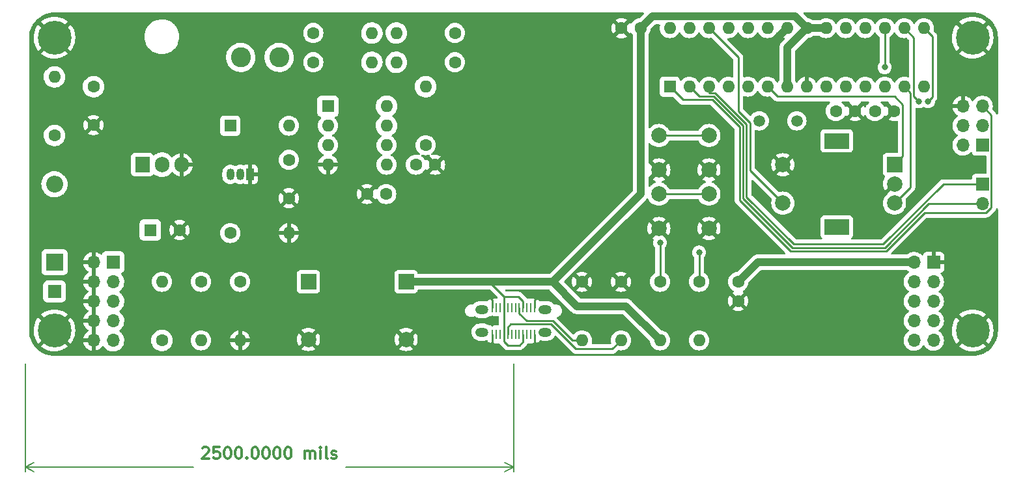
<source format=gbr>
%TF.GenerationSoftware,KiCad,Pcbnew,(6.0.0)*%
%TF.CreationDate,2022-01-22T21:28:22-08:00*%
%TF.ProjectId,nixie_main_board,6e697869-655f-46d6-9169-6e5f626f6172,rev?*%
%TF.SameCoordinates,Original*%
%TF.FileFunction,Copper,L2,Bot*%
%TF.FilePolarity,Positive*%
%FSLAX46Y46*%
G04 Gerber Fmt 4.6, Leading zero omitted, Abs format (unit mm)*
G04 Created by KiCad (PCBNEW (6.0.0)) date 2022-01-22 21:28:22*
%MOMM*%
%LPD*%
G01*
G04 APERTURE LIST*
%ADD10C,0.300000*%
%TA.AperFunction,NonConductor*%
%ADD11C,0.300000*%
%TD*%
%TA.AperFunction,NonConductor*%
%ADD12C,0.200000*%
%TD*%
%TA.AperFunction,ComponentPad*%
%ADD13C,1.600000*%
%TD*%
%TA.AperFunction,ComponentPad*%
%ADD14O,1.600000X1.600000*%
%TD*%
%TA.AperFunction,ComponentPad*%
%ADD15R,1.700000X1.700000*%
%TD*%
%TA.AperFunction,ComponentPad*%
%ADD16O,1.700000X1.700000*%
%TD*%
%TA.AperFunction,ComponentPad*%
%ADD17C,1.500000*%
%TD*%
%TA.AperFunction,ComponentPad*%
%ADD18C,2.000000*%
%TD*%
%TA.AperFunction,ComponentPad*%
%ADD19R,2.000000X2.000000*%
%TD*%
%TA.AperFunction,ComponentPad*%
%ADD20R,3.200000X2.000000*%
%TD*%
%TA.AperFunction,ComponentPad*%
%ADD21R,1.600000X1.600000*%
%TD*%
%TA.AperFunction,ComponentPad*%
%ADD22C,2.600000*%
%TD*%
%TA.AperFunction,ComponentPad*%
%ADD23R,1.050000X1.500000*%
%TD*%
%TA.AperFunction,ComponentPad*%
%ADD24O,1.050000X1.500000*%
%TD*%
%TA.AperFunction,ComponentPad*%
%ADD25R,1.905000X2.000000*%
%TD*%
%TA.AperFunction,ComponentPad*%
%ADD26O,1.905000X2.000000*%
%TD*%
%TA.AperFunction,ComponentPad*%
%ADD27R,2.200000X2.200000*%
%TD*%
%TA.AperFunction,ComponentPad*%
%ADD28O,2.200000X2.200000*%
%TD*%
%TA.AperFunction,ComponentPad*%
%ADD29C,4.400000*%
%TD*%
%TA.AperFunction,ComponentPad*%
%ADD30O,1.700000X1.200000*%
%TD*%
%TA.AperFunction,SMDPad,CuDef*%
%ADD31R,0.270000X1.300000*%
%TD*%
%TA.AperFunction,ViaPad*%
%ADD32C,0.800000*%
%TD*%
%TA.AperFunction,Conductor*%
%ADD33C,0.250000*%
%TD*%
%TA.AperFunction,Conductor*%
%ADD34C,1.000000*%
%TD*%
G04 APERTURE END LIST*
D10*
D11*
X99235714Y-108011428D02*
X99307142Y-107940000D01*
X99450000Y-107868571D01*
X99807142Y-107868571D01*
X99950000Y-107940000D01*
X100021428Y-108011428D01*
X100092857Y-108154285D01*
X100092857Y-108297142D01*
X100021428Y-108511428D01*
X99164285Y-109368571D01*
X100092857Y-109368571D01*
X101450000Y-107868571D02*
X100735714Y-107868571D01*
X100664285Y-108582857D01*
X100735714Y-108511428D01*
X100878571Y-108440000D01*
X101235714Y-108440000D01*
X101378571Y-108511428D01*
X101450000Y-108582857D01*
X101521428Y-108725714D01*
X101521428Y-109082857D01*
X101450000Y-109225714D01*
X101378571Y-109297142D01*
X101235714Y-109368571D01*
X100878571Y-109368571D01*
X100735714Y-109297142D01*
X100664285Y-109225714D01*
X102450000Y-107868571D02*
X102592857Y-107868571D01*
X102735714Y-107940000D01*
X102807142Y-108011428D01*
X102878571Y-108154285D01*
X102950000Y-108440000D01*
X102950000Y-108797142D01*
X102878571Y-109082857D01*
X102807142Y-109225714D01*
X102735714Y-109297142D01*
X102592857Y-109368571D01*
X102450000Y-109368571D01*
X102307142Y-109297142D01*
X102235714Y-109225714D01*
X102164285Y-109082857D01*
X102092857Y-108797142D01*
X102092857Y-108440000D01*
X102164285Y-108154285D01*
X102235714Y-108011428D01*
X102307142Y-107940000D01*
X102450000Y-107868571D01*
X103878571Y-107868571D02*
X104021428Y-107868571D01*
X104164285Y-107940000D01*
X104235714Y-108011428D01*
X104307142Y-108154285D01*
X104378571Y-108440000D01*
X104378571Y-108797142D01*
X104307142Y-109082857D01*
X104235714Y-109225714D01*
X104164285Y-109297142D01*
X104021428Y-109368571D01*
X103878571Y-109368571D01*
X103735714Y-109297142D01*
X103664285Y-109225714D01*
X103592857Y-109082857D01*
X103521428Y-108797142D01*
X103521428Y-108440000D01*
X103592857Y-108154285D01*
X103664285Y-108011428D01*
X103735714Y-107940000D01*
X103878571Y-107868571D01*
X105021428Y-109225714D02*
X105092857Y-109297142D01*
X105021428Y-109368571D01*
X104950000Y-109297142D01*
X105021428Y-109225714D01*
X105021428Y-109368571D01*
X106021428Y-107868571D02*
X106164285Y-107868571D01*
X106307142Y-107940000D01*
X106378571Y-108011428D01*
X106450000Y-108154285D01*
X106521428Y-108440000D01*
X106521428Y-108797142D01*
X106450000Y-109082857D01*
X106378571Y-109225714D01*
X106307142Y-109297142D01*
X106164285Y-109368571D01*
X106021428Y-109368571D01*
X105878571Y-109297142D01*
X105807142Y-109225714D01*
X105735714Y-109082857D01*
X105664285Y-108797142D01*
X105664285Y-108440000D01*
X105735714Y-108154285D01*
X105807142Y-108011428D01*
X105878571Y-107940000D01*
X106021428Y-107868571D01*
X107450000Y-107868571D02*
X107592857Y-107868571D01*
X107735714Y-107940000D01*
X107807142Y-108011428D01*
X107878571Y-108154285D01*
X107950000Y-108440000D01*
X107950000Y-108797142D01*
X107878571Y-109082857D01*
X107807142Y-109225714D01*
X107735714Y-109297142D01*
X107592857Y-109368571D01*
X107450000Y-109368571D01*
X107307142Y-109297142D01*
X107235714Y-109225714D01*
X107164285Y-109082857D01*
X107092857Y-108797142D01*
X107092857Y-108440000D01*
X107164285Y-108154285D01*
X107235714Y-108011428D01*
X107307142Y-107940000D01*
X107450000Y-107868571D01*
X108878571Y-107868571D02*
X109021428Y-107868571D01*
X109164285Y-107940000D01*
X109235714Y-108011428D01*
X109307142Y-108154285D01*
X109378571Y-108440000D01*
X109378571Y-108797142D01*
X109307142Y-109082857D01*
X109235714Y-109225714D01*
X109164285Y-109297142D01*
X109021428Y-109368571D01*
X108878571Y-109368571D01*
X108735714Y-109297142D01*
X108664285Y-109225714D01*
X108592857Y-109082857D01*
X108521428Y-108797142D01*
X108521428Y-108440000D01*
X108592857Y-108154285D01*
X108664285Y-108011428D01*
X108735714Y-107940000D01*
X108878571Y-107868571D01*
X110307142Y-107868571D02*
X110450000Y-107868571D01*
X110592857Y-107940000D01*
X110664285Y-108011428D01*
X110735714Y-108154285D01*
X110807142Y-108440000D01*
X110807142Y-108797142D01*
X110735714Y-109082857D01*
X110664285Y-109225714D01*
X110592857Y-109297142D01*
X110450000Y-109368571D01*
X110307142Y-109368571D01*
X110164285Y-109297142D01*
X110092857Y-109225714D01*
X110021428Y-109082857D01*
X109950000Y-108797142D01*
X109950000Y-108440000D01*
X110021428Y-108154285D01*
X110092857Y-108011428D01*
X110164285Y-107940000D01*
X110307142Y-107868571D01*
X112592857Y-109368571D02*
X112592857Y-108368571D01*
X112592857Y-108511428D02*
X112664285Y-108440000D01*
X112807142Y-108368571D01*
X113021428Y-108368571D01*
X113164285Y-108440000D01*
X113235714Y-108582857D01*
X113235714Y-109368571D01*
X113235714Y-108582857D02*
X113307142Y-108440000D01*
X113450000Y-108368571D01*
X113664285Y-108368571D01*
X113807142Y-108440000D01*
X113878571Y-108582857D01*
X113878571Y-109368571D01*
X114592857Y-109368571D02*
X114592857Y-108368571D01*
X114592857Y-107868571D02*
X114521428Y-107940000D01*
X114592857Y-108011428D01*
X114664285Y-107940000D01*
X114592857Y-107868571D01*
X114592857Y-108011428D01*
X115521428Y-109368571D02*
X115378571Y-109297142D01*
X115307142Y-109154285D01*
X115307142Y-107868571D01*
X116021428Y-109297142D02*
X116164285Y-109368571D01*
X116450000Y-109368571D01*
X116592857Y-109297142D01*
X116664285Y-109154285D01*
X116664285Y-109082857D01*
X116592857Y-108940000D01*
X116450000Y-108868571D01*
X116235714Y-108868571D01*
X116092857Y-108797142D01*
X116021428Y-108654285D01*
X116021428Y-108582857D01*
X116092857Y-108440000D01*
X116235714Y-108368571D01*
X116450000Y-108368571D01*
X116592857Y-108440000D01*
D12*
X76200000Y-97020000D02*
X76200000Y-111076420D01*
X139700000Y-97020000D02*
X139700000Y-111076420D01*
X76200000Y-110490000D02*
X98050000Y-110490000D01*
X117850000Y-110490000D02*
X139700000Y-110490000D01*
X76200000Y-110490000D02*
X77326504Y-111076421D01*
X76200000Y-110490000D02*
X77326504Y-109903579D01*
X139700000Y-110490000D02*
X138573496Y-109903579D01*
X139700000Y-110490000D02*
X138573496Y-111076421D01*
D13*
%TO.P,R14,1*%
%TO.N,+5V*%
X113665000Y-57785000D03*
D14*
%TO.P,R14,2*%
%TO.N,Net-(L1-Pad1)*%
X121285000Y-57785000D03*
%TD*%
%TO.P,R13,2*%
%TO.N,Net-(L1-Pad1)*%
X121285000Y-53975000D03*
D13*
%TO.P,R13,1*%
%TO.N,+5V*%
X113665000Y-53975000D03*
%TD*%
D14*
%TO.P,R12,2*%
%TO.N,Net-(L1-Pad1)*%
X124460000Y-57785000D03*
D13*
%TO.P,R12,1*%
%TO.N,+5V*%
X132080000Y-57785000D03*
%TD*%
%TO.P,R11,1*%
%TO.N,+5V*%
X132080000Y-53975000D03*
D14*
%TO.P,R11,2*%
%TO.N,Net-(L1-Pad1)*%
X124460000Y-53975000D03*
%TD*%
D15*
%TO.P,J6,1,Pin_1*%
%TO.N,+170V*%
X80010000Y-87630000D03*
%TD*%
D13*
%TO.P,C9,1*%
%TO.N,Net-(C9-Pad1)*%
X186690000Y-64135000D03*
%TO.P,C9,2*%
%TO.N,GND*%
X189190000Y-64135000D03*
%TD*%
D16*
%TO.P,J4,2,Pin_2*%
%TO.N,/RX*%
X200660000Y-76200000D03*
D15*
%TO.P,J4,1,Pin_1*%
%TO.N,/TX*%
X200660000Y-73660000D03*
%TD*%
D13*
%TO.P,C11,2*%
%TO.N,GND*%
X168910000Y-88860000D03*
%TO.P,C11,1*%
%TO.N,+5V*%
X168910000Y-86360000D03*
%TD*%
D15*
%TO.P,J5,1,MISO*%
%TO.N,MISO*%
X200660000Y-68580000D03*
D16*
%TO.P,J5,2,VCC*%
%TO.N,unconnected-(J5-Pad2)*%
X198120000Y-68580000D03*
%TO.P,J5,3,SCK*%
%TO.N,SCK*%
X200660000Y-66040000D03*
%TO.P,J5,4,MOSI*%
%TO.N,MOSI*%
X198120000Y-66040000D03*
%TO.P,J5,5,~{RST}*%
%TO.N,~{RESET}*%
X200660000Y-63500000D03*
%TO.P,J5,6,GND*%
%TO.N,GND*%
X198120000Y-63500000D03*
%TD*%
D17*
%TO.P,Y1,2,2*%
%TO.N,Net-(C10-Pad1)*%
X171650000Y-65405000D03*
%TO.P,Y1,1,1*%
%TO.N,Net-(C9-Pad1)*%
X176530000Y-65405000D03*
%TD*%
D18*
%TO.P,SW3,2,2*%
%TO.N,GND*%
X165100000Y-79430000D03*
%TO.P,SW3,1,1*%
%TO.N,MOSI*%
X165100000Y-74930000D03*
%TO.P,SW3,2,2*%
%TO.N,GND*%
X158600000Y-79430000D03*
%TO.P,SW3,1,1*%
%TO.N,MOSI*%
X158600000Y-74930000D03*
%TD*%
%TO.P,SW2,1,1*%
%TO.N,Net-(SW2-Pad1)*%
X158600000Y-67310000D03*
%TO.P,SW2,2,2*%
%TO.N,GND*%
X158600000Y-71810000D03*
%TO.P,SW2,1,1*%
%TO.N,Net-(SW2-Pad1)*%
X165100000Y-67310000D03*
%TO.P,SW2,2,2*%
%TO.N,GND*%
X165100000Y-71810000D03*
%TD*%
D19*
%TO.P,SW1,A,A*%
%TO.N,Net-(SW1-PadA)*%
X189230000Y-71120000D03*
D18*
%TO.P,SW1,C,C*%
%TO.N,GND*%
X189230000Y-73620000D03*
%TO.P,SW1,B,B*%
%TO.N,Net-(SW1-PadB)*%
X189230000Y-76120000D03*
D20*
%TO.P,SW1,MP*%
%TO.N,N/C*%
X181730000Y-68020000D03*
X181730000Y-79220000D03*
D18*
%TO.P,SW1,S2,S2*%
%TO.N,GND*%
X174730000Y-71120000D03*
%TO.P,SW1,S1,S1*%
%TO.N,Net-(SW1-PadS1)*%
X174730000Y-76120000D03*
%TD*%
D14*
%TO.P,R10,2*%
%TO.N,Net-(J3-PadA5)*%
X148590000Y-93980000D03*
D13*
%TO.P,R10,1*%
%TO.N,GND*%
X148590000Y-86360000D03*
%TD*%
D14*
%TO.P,R9,2*%
%TO.N,Net-(J3-PadB5)*%
X153670000Y-93980000D03*
D13*
%TO.P,R9,1*%
%TO.N,GND*%
X153670000Y-86360000D03*
%TD*%
D14*
%TO.P,R8,2*%
%TO.N,+5V*%
X158750000Y-93980000D03*
D13*
%TO.P,R8,1*%
%TO.N,Net-(R8-Pad1)*%
X158750000Y-86360000D03*
%TD*%
%TO.P,R7,1*%
%TO.N,Net-(R7-Pad1)*%
X163830000Y-86360000D03*
D14*
%TO.P,R7,2*%
%TO.N,+5V*%
X163830000Y-93980000D03*
%TD*%
D13*
%TO.P,C10,2*%
%TO.N,GND*%
X184110000Y-64135000D03*
%TO.P,C10,1*%
%TO.N,Net-(C10-Pad1)*%
X181610000Y-64135000D03*
%TD*%
%TO.P,C8,2*%
%TO.N,GND*%
X153720000Y-53350000D03*
%TO.P,C8,1*%
%TO.N,+5V*%
X156220000Y-53350000D03*
%TD*%
D18*
%TO.P,C1,2*%
%TO.N,GND*%
X125730000Y-93860000D03*
D19*
%TO.P,C1,1*%
%TO.N,+5V*%
X125730000Y-86360000D03*
%TD*%
%TO.P,C2,1*%
%TO.N,+5V*%
X113030000Y-86360000D03*
D18*
%TO.P,C2,2*%
%TO.N,GND*%
X113030000Y-93860000D03*
%TD*%
D13*
%TO.P,C3,2*%
%TO.N,GND*%
X129500000Y-71120000D03*
%TO.P,C3,1*%
%TO.N,+5V*%
X127000000Y-71120000D03*
%TD*%
%TO.P,C4,1*%
%TO.N,Net-(C4-Pad1)*%
X110490000Y-70485000D03*
%TO.P,C4,2*%
%TO.N,GND*%
X110490000Y-75485000D03*
%TD*%
D21*
%TO.P,D1,1,K*%
%TO.N,Net-(D1-Pad1)*%
X102870000Y-66040000D03*
D14*
%TO.P,D1,2,A*%
%TO.N,Net-(D1-Pad2)*%
X110490000Y-66040000D03*
%TD*%
D22*
%TO.P,L1,1,1*%
%TO.N,Net-(L1-Pad1)*%
X109220000Y-57150000D03*
%TO.P,L1,2,2*%
%TO.N,Net-(D2-Pad2)*%
X104220000Y-57150000D03*
%TD*%
D23*
%TO.P,Q1,1,C*%
%TO.N,GND*%
X105410000Y-72390000D03*
D24*
%TO.P,Q1,2,B*%
%TO.N,Net-(D1-Pad2)*%
X104140000Y-72390000D03*
%TO.P,Q1,3,E*%
%TO.N,Net-(D1-Pad1)*%
X102870000Y-72390000D03*
%TD*%
D25*
%TO.P,Q2,1,G*%
%TO.N,Net-(D1-Pad1)*%
X91440000Y-71120000D03*
D26*
%TO.P,Q2,2,D*%
%TO.N,Net-(D2-Pad2)*%
X93980000Y-71120000D03*
%TO.P,Q2,3,S*%
%TO.N,GND*%
X96520000Y-71120000D03*
%TD*%
D13*
%TO.P,R3,1*%
%TO.N,Net-(D2-Pad2)*%
X80010000Y-67310000D03*
D14*
%TO.P,R3,2*%
%TO.N,Net-(C5-Pad1)*%
X80010000Y-59690000D03*
%TD*%
D13*
%TO.P,R4,1*%
%TO.N,+170V*%
X93980000Y-93980000D03*
D14*
%TO.P,R4,2*%
%TO.N,Net-(C6-Pad2)*%
X93980000Y-86360000D03*
%TD*%
D13*
%TO.P,R5,1*%
%TO.N,Net-(C6-Pad2)*%
X99060000Y-86360000D03*
D14*
%TO.P,R5,2*%
%TO.N,Net-(R5-Pad2)*%
X99060000Y-93980000D03*
%TD*%
D13*
%TO.P,R6,1*%
%TO.N,Net-(R5-Pad2)*%
X104140000Y-86360000D03*
D14*
%TO.P,R6,2*%
%TO.N,GND*%
X104140000Y-93980000D03*
%TD*%
%TO.P,U1,28,PC5*%
%TO.N,Net-(R7-Pad1)*%
X160020000Y-53340000D03*
%TO.P,U1,27,PC4*%
%TO.N,Net-(R8-Pad1)*%
X162560000Y-53340000D03*
%TO.P,U1,26,PC3*%
%TO.N,Net-(SW1-PadS1)*%
X165100000Y-53340000D03*
%TO.P,U1,25,PC2*%
%TO.N,SER*%
X167640000Y-53340000D03*
%TO.P,U1,24,PC1*%
%TO.N,SRCLK*%
X170180000Y-53340000D03*
%TO.P,U1,23,PC0*%
%TO.N,RCLK*%
X172720000Y-53340000D03*
%TO.P,U1,22,GND*%
%TO.N,GND*%
X175260000Y-53340000D03*
%TO.P,U1,21,AREF*%
%TO.N,+5V*%
X177800000Y-53340000D03*
%TO.P,U1,20,AVCC*%
X180340000Y-53340000D03*
%TO.P,U1,19,PB5*%
%TO.N,SCK*%
X182880000Y-53340000D03*
%TO.P,U1,18,PB4*%
%TO.N,MISO*%
X185420000Y-53340000D03*
%TO.P,U1,17,PB3*%
%TO.N,MOSI*%
X187960000Y-53340000D03*
%TO.P,U1,16,PB2*%
%TO.N,EN2*%
X190500000Y-53340000D03*
%TO.P,U1,15,PB1*%
%TO.N,EN1*%
X193040000Y-53340000D03*
%TO.P,U1,14,PB0*%
%TO.N,Net-(SW2-Pad1)*%
X193040000Y-60960000D03*
%TO.P,U1,13,PD7*%
%TO.N,Net-(SW1-PadB)*%
X190500000Y-60960000D03*
%TO.P,U1,12,PD6*%
%TO.N,EN3*%
X187960000Y-60960000D03*
%TO.P,U1,11,PD5*%
%TO.N,EN4*%
X185420000Y-60960000D03*
%TO.P,U1,10,XTAL2/PB7*%
%TO.N,Net-(C9-Pad1)*%
X182880000Y-60960000D03*
%TO.P,U1,9,XTAL1/PB6*%
%TO.N,Net-(C10-Pad1)*%
X180340000Y-60960000D03*
%TO.P,U1,8,GND*%
%TO.N,GND*%
X177800000Y-60960000D03*
%TO.P,U1,7,VCC*%
%TO.N,+5V*%
X175260000Y-60960000D03*
%TO.P,U1,6,PD4*%
%TO.N,Net-(SW1-PadA)*%
X172720000Y-60960000D03*
%TO.P,U1,5,PD3*%
%TO.N,EN5*%
X170180000Y-60960000D03*
%TO.P,U1,4,PD2*%
%TO.N,Net-(U1-Pad4)*%
X167640000Y-60960000D03*
%TO.P,U1,3,PD1*%
%TO.N,/TX*%
X165100000Y-60960000D03*
%TO.P,U1,2,PD0*%
%TO.N,/RX*%
X162560000Y-60960000D03*
D21*
%TO.P,U1,1,~{RESET}/PC6*%
%TO.N,~{RESET}*%
X160020000Y-60960000D03*
%TD*%
D27*
%TO.P,D2,1,K*%
%TO.N,+170V*%
X80010000Y-83820000D03*
D28*
%TO.P,D2,2,A*%
%TO.N,Net-(D2-Pad2)*%
X80010000Y-73660000D03*
%TD*%
D15*
%TO.P,J2,1,Pin_1*%
%TO.N,+170V*%
X87630000Y-83820000D03*
D16*
%TO.P,J2,2,Pin_2*%
%TO.N,GND*%
X85090000Y-83820000D03*
%TO.P,J2,3,Pin_3*%
%TO.N,+170V*%
X87630000Y-86360000D03*
%TO.P,J2,4,Pin_4*%
%TO.N,GND*%
X85090000Y-86360000D03*
%TO.P,J2,5,Pin_5*%
%TO.N,+170V*%
X87630000Y-88900000D03*
%TO.P,J2,6,Pin_6*%
%TO.N,GND*%
X85090000Y-88900000D03*
%TO.P,J2,7,Pin_7*%
%TO.N,+170V*%
X87630000Y-91440000D03*
%TO.P,J2,8,Pin_8*%
%TO.N,GND*%
X85090000Y-91440000D03*
%TO.P,J2,9,Pin_9*%
%TO.N,+170V*%
X87630000Y-93980000D03*
%TO.P,J2,10,Pin_10*%
%TO.N,GND*%
X85090000Y-93980000D03*
%TD*%
D13*
%TO.P,C5,1*%
%TO.N,Net-(C5-Pad1)*%
X85090000Y-60960000D03*
%TO.P,C5,2*%
%TO.N,GND*%
X85090000Y-65960000D03*
%TD*%
%TO.P,R2,1*%
%TO.N,Net-(D1-Pad2)*%
X102870000Y-80010000D03*
D14*
%TO.P,R2,2*%
%TO.N,GND*%
X110490000Y-80010000D03*
%TD*%
D15*
%TO.P,J1,1,Pin_1*%
%TO.N,GND*%
X194310000Y-83820000D03*
D16*
%TO.P,J1,2,Pin_2*%
%TO.N,+5V*%
X191770000Y-83820000D03*
%TO.P,J1,3,Pin_3*%
%TO.N,SER*%
X194310000Y-86360000D03*
%TO.P,J1,4,Pin_4*%
%TO.N,EN1*%
X191770000Y-86360000D03*
%TO.P,J1,5,Pin_5*%
%TO.N,SRCLK*%
X194310000Y-88900000D03*
%TO.P,J1,6,Pin_6*%
%TO.N,EN2*%
X191770000Y-88900000D03*
%TO.P,J1,7,Pin_7*%
%TO.N,RCLK*%
X194310000Y-91440000D03*
%TO.P,J1,8,Pin_8*%
%TO.N,EN3*%
X191770000Y-91440000D03*
%TO.P,J1,9,Pin_9*%
%TO.N,EN5*%
X194310000Y-93980000D03*
%TO.P,J1,10,Pin_10*%
%TO.N,EN4*%
X191770000Y-93980000D03*
%TD*%
D13*
%TO.P,C6,1*%
%TO.N,GND*%
X120650000Y-74930000D03*
%TO.P,C6,2*%
%TO.N,Net-(C6-Pad2)*%
X123150000Y-74930000D03*
%TD*%
%TO.P,R1,1*%
%TO.N,+5V*%
X128270000Y-68580000D03*
D14*
%TO.P,R1,2*%
%TO.N,Net-(L1-Pad1)*%
X128270000Y-60960000D03*
%TD*%
D21*
%TO.P,C7,1*%
%TO.N,+170V*%
X92480241Y-79625000D03*
D13*
%TO.P,C7,2*%
%TO.N,GND*%
X96280241Y-79625000D03*
%TD*%
D29*
%TO.P,H1,1,1*%
%TO.N,GND*%
X199390000Y-54580000D03*
%TD*%
%TO.P,H4,1,1*%
%TO.N,GND*%
X80010000Y-54580000D03*
%TD*%
D21*
%TO.P,U2,1,SwC*%
%TO.N,Net-(L1-Pad1)*%
X115570000Y-63500000D03*
D14*
%TO.P,U2,2,SwE*%
%TO.N,Net-(D1-Pad2)*%
X115570000Y-66040000D03*
%TO.P,U2,3,TC*%
%TO.N,Net-(C4-Pad1)*%
X115570000Y-68580000D03*
%TO.P,U2,4,GND*%
%TO.N,GND*%
X115570000Y-71120000D03*
%TO.P,U2,5,Vfb*%
%TO.N,Net-(C6-Pad2)*%
X123190000Y-71120000D03*
%TO.P,U2,6,Vin*%
%TO.N,+5V*%
X123190000Y-68580000D03*
%TO.P,U2,7,Ipk*%
%TO.N,Net-(L1-Pad1)*%
X123190000Y-66040000D03*
%TO.P,U2,8,DC*%
X123190000Y-63500000D03*
%TD*%
D29*
%TO.P,H3,1,1*%
%TO.N,GND*%
X80010000Y-92680000D03*
%TD*%
%TO.P,H2,1,1*%
%TO.N,GND*%
X199390000Y-92680000D03*
%TD*%
D30*
%TO.P,J3,S1,SHIELD*%
%TO.N,unconnected-(J3-PadS1)*%
X143800000Y-92910000D03*
X135600000Y-92910000D03*
X135600000Y-89970000D03*
X143800000Y-89970000D03*
D31*
%TO.P,J3,B12,GND*%
%TO.N,GND*%
X142450000Y-93190000D03*
%TO.P,J3,B11*%
%TO.N,N/C*%
X141950000Y-93190000D03*
%TO.P,J3,B10*%
X141450000Y-93190000D03*
%TO.P,J3,B9,VBUS*%
%TO.N,+5V*%
X140950000Y-93190000D03*
%TO.P,J3,B8,SBU2*%
%TO.N,unconnected-(J3-PadB8)*%
X140450000Y-93190000D03*
%TO.P,J3,B7,D-*%
%TO.N,unconnected-(J3-PadB7)*%
X139950000Y-93190000D03*
%TO.P,J3,B6,D+*%
%TO.N,unconnected-(J3-PadB6)*%
X139450000Y-93190000D03*
%TO.P,J3,B5,CC2*%
%TO.N,Net-(J3-PadB5)*%
X138950000Y-93190000D03*
%TO.P,J3,B4,VBUS*%
%TO.N,+5V*%
X138450000Y-93190000D03*
%TO.P,J3,B3*%
%TO.N,N/C*%
X137950000Y-93190000D03*
%TO.P,J3,B2*%
X137450000Y-93190000D03*
%TO.P,J3,B1,GND*%
%TO.N,GND*%
X136950000Y-93190000D03*
%TO.P,J3,A12,GND*%
X136950000Y-89690000D03*
%TO.P,J3,A11*%
%TO.N,N/C*%
X137450000Y-89690000D03*
%TO.P,J3,A10*%
X137950000Y-89690000D03*
%TO.P,J3,A9,VBUS*%
%TO.N,+5V*%
X138450000Y-89690000D03*
%TO.P,J3,A8,SBU1*%
%TO.N,unconnected-(J3-PadA8)*%
X138950000Y-89690000D03*
%TO.P,J3,A7,D-*%
%TO.N,unconnected-(J3-PadA7)*%
X139450000Y-89690000D03*
%TO.P,J3,A6,D+*%
%TO.N,unconnected-(J3-PadA6)*%
X139950000Y-89690000D03*
%TO.P,J3,A5,CC1*%
%TO.N,Net-(J3-PadA5)*%
X140450000Y-89690000D03*
%TO.P,J3,A4,VBUS*%
%TO.N,+5V*%
X140950000Y-89690000D03*
%TO.P,J3,A3*%
%TO.N,N/C*%
X141450000Y-89690000D03*
%TO.P,J3,A2*%
X141950000Y-89690000D03*
%TO.P,J3,A1,GND*%
%TO.N,GND*%
X142450000Y-89690000D03*
%TD*%
D32*
%TO.N,GND*%
X153670000Y-81280000D03*
X198120000Y-71120000D03*
X198120000Y-79375000D03*
X187325000Y-94615000D03*
X147320000Y-72390000D03*
X139700000Y-72390000D03*
X139700000Y-64770000D03*
X147320000Y-64770000D03*
X147320000Y-68580000D03*
X139700000Y-68580000D03*
X143510000Y-72390000D03*
X143510000Y-64770000D03*
X158750000Y-57150000D03*
X165100000Y-57150000D03*
X85090000Y-77470000D03*
X119380000Y-67310000D03*
X121285000Y-60960000D03*
X110490000Y-63500000D03*
X100330000Y-57150000D03*
X90170000Y-91440000D03*
X115570000Y-74930000D03*
X115570000Y-80010000D03*
X120650000Y-80010000D03*
X181610000Y-73660000D03*
X143510000Y-68580000D03*
X177800000Y-57150000D03*
X172720000Y-57150000D03*
%TO.N,MOSI*%
X187960000Y-58420000D03*
%TO.N,EN2*%
X192405000Y-62865000D03*
%TO.N,EN1*%
X193585500Y-62865000D03*
%TO.N,GND*%
X179070000Y-94615000D03*
X179070000Y-90170000D03*
%TO.N,Net-(R8-Pad1)*%
X158750000Y-81280000D03*
%TO.N,Net-(R7-Pad1)*%
X163830000Y-82550000D03*
%TO.N,GND*%
X136525000Y-88265000D03*
X142875000Y-94615000D03*
X142875000Y-88265000D03*
X136525000Y-94615000D03*
%TD*%
D33*
%TO.N,Net-(R8-Pad1)*%
X158750000Y-81280000D02*
X158750000Y-86360000D01*
%TO.N,Net-(R7-Pad1)*%
X163830000Y-82550000D02*
X163830000Y-86360000D01*
%TO.N,MOSI*%
X158600000Y-74930000D02*
X165100000Y-74930000D01*
%TO.N,Net-(SW2-Pad1)*%
X158600000Y-67310000D02*
X165100000Y-67310000D01*
%TO.N,Net-(SW1-PadA)*%
X189230000Y-62230000D02*
X173990000Y-62230000D01*
X173990000Y-62230000D02*
X172720000Y-60960000D01*
X190314511Y-63314511D02*
X189230000Y-62230000D01*
X190314511Y-70035489D02*
X190314511Y-63314511D01*
X189230000Y-71120000D02*
X190314511Y-70035489D01*
%TO.N,~{RESET}*%
X161739520Y-62679520D02*
X160020000Y-60960000D01*
X165548084Y-62679520D02*
X161739520Y-62679520D01*
X169095480Y-66226916D02*
X165548084Y-62679520D01*
X201834511Y-76686499D02*
X201146499Y-77374511D01*
X193136925Y-77374511D02*
X188146915Y-82364520D01*
X188146915Y-82364520D02*
X175709520Y-82364520D01*
X175709520Y-82364520D02*
X169095480Y-75750480D01*
X201834511Y-64674511D02*
X201834511Y-76686499D01*
X169095480Y-75750480D02*
X169095480Y-66226916D01*
X200660000Y-63500000D02*
X201834511Y-64674511D01*
X201146499Y-77374511D02*
X193136925Y-77374511D01*
%TO.N,/RX*%
X187960718Y-81915000D02*
X193675718Y-76200000D01*
X169545000Y-75513861D02*
X175946140Y-81915000D01*
X175946140Y-81915000D02*
X187960718Y-81915000D01*
X169545000Y-66040718D02*
X169545000Y-75513861D01*
X193675718Y-76200000D02*
X200660000Y-76200000D01*
X163830000Y-62230000D02*
X165734282Y-62230000D01*
X162560000Y-60960000D02*
X163830000Y-62230000D01*
X165734282Y-62230000D02*
X169545000Y-66040718D01*
%TO.N,/TX*%
X169994520Y-65854521D02*
X169994520Y-75327663D01*
X169994520Y-75327663D02*
X176132337Y-81465480D01*
X195580000Y-73660000D02*
X200660000Y-73660000D01*
X165100000Y-61780480D02*
X165920479Y-61780480D01*
X165920479Y-61780480D02*
X169994520Y-65854521D01*
X176132337Y-81465480D02*
X187774520Y-81465480D01*
X165100000Y-60960000D02*
X165100000Y-61780480D01*
X187774520Y-81465480D02*
X195580000Y-73660000D01*
D34*
%TO.N,GND*%
X172720000Y-55880000D02*
X175260000Y-53340000D01*
X172720000Y-57150000D02*
X172720000Y-55880000D01*
%TO.N,+5V*%
X177800000Y-53340000D02*
X180340000Y-53340000D01*
X176300489Y-51840489D02*
X177800000Y-53340000D01*
X157729511Y-51840489D02*
X176300489Y-51840489D01*
X156220000Y-53350000D02*
X157729511Y-51840489D01*
D33*
%TO.N,MOSI*%
X187960000Y-58420000D02*
X187960000Y-53340000D01*
%TO.N,Net-(SW1-PadS1)*%
X168910000Y-64134283D02*
X170444040Y-65668323D01*
X168910000Y-57150000D02*
X165100000Y-53340000D01*
X168910000Y-57150000D02*
X168910000Y-64134283D01*
X170444040Y-65668323D02*
X170444040Y-71834040D01*
X170444040Y-71834040D02*
X174730000Y-76120000D01*
D34*
%TO.N,+5V*%
X175260000Y-55880000D02*
X177800000Y-53340000D01*
X175260000Y-60960000D02*
X175260000Y-55880000D01*
X171450000Y-83820000D02*
X168910000Y-86360000D01*
X191770000Y-83820000D02*
X171450000Y-83820000D01*
D33*
%TO.N,EN2*%
X192405000Y-62865000D02*
X191749519Y-62209519D01*
X191749519Y-54589519D02*
X190500000Y-53340000D01*
X191749519Y-62209519D02*
X191749519Y-54589519D01*
%TO.N,EN1*%
X193585500Y-62865000D02*
X194164511Y-62285989D01*
X194164511Y-54464511D02*
X193040000Y-53340000D01*
X194164511Y-62285989D02*
X194164511Y-54464511D01*
%TO.N,Net-(SW1-PadB)*%
X191299999Y-74050001D02*
X189230000Y-76120000D01*
X190500000Y-60960000D02*
X191299999Y-61759999D01*
X191299999Y-61759999D02*
X191299999Y-74050001D01*
%TO.N,+5V*%
X140459022Y-94615000D02*
X140950000Y-94124022D01*
X138940978Y-94615000D02*
X140459022Y-94615000D01*
X140950000Y-94124022D02*
X140950000Y-93190000D01*
X138450000Y-93190000D02*
X138450000Y-94124022D01*
X138450000Y-94124022D02*
X138940978Y-94615000D01*
%TO.N,Net-(J3-PadA5)*%
X147320718Y-93980000D02*
X148590000Y-93980000D01*
X140450000Y-90454511D02*
X141435489Y-91440000D01*
X141435489Y-91440000D02*
X144780717Y-91440000D01*
X144780717Y-91440000D02*
X147320718Y-93980000D01*
X140450000Y-89690000D02*
X140450000Y-90454511D01*
%TO.N,Net-(J3-PadB5)*%
X139316458Y-91889520D02*
X138950000Y-92255978D01*
X144594520Y-91889520D02*
X139316458Y-91889520D01*
X147809511Y-95104511D02*
X144594520Y-91889520D01*
X138950000Y-92255978D02*
X138950000Y-93190000D01*
X153670000Y-93980000D02*
X152545489Y-95104511D01*
X152545489Y-95104511D02*
X147809511Y-95104511D01*
%TO.N,+5V*%
X140950000Y-89690000D02*
X140950000Y-88880000D01*
X140950000Y-88880000D02*
X140355000Y-88285000D01*
X140355000Y-88285000D02*
X138450000Y-88285000D01*
X138450000Y-88285000D02*
X136525000Y-86360000D01*
X138450000Y-89690000D02*
X138450000Y-88285000D01*
%TO.N,GND*%
X142450000Y-88690000D02*
X142875000Y-88265000D01*
X142450000Y-89690000D02*
X142450000Y-88690000D01*
X142450000Y-94190000D02*
X142875000Y-94615000D01*
X142450000Y-93190000D02*
X142450000Y-94190000D01*
X136950000Y-94190000D02*
X136525000Y-94615000D01*
X136950000Y-93190000D02*
X136950000Y-94190000D01*
X136950000Y-88690000D02*
X136525000Y-88265000D01*
X136950000Y-89690000D02*
X136950000Y-88690000D01*
D34*
%TO.N,+5V*%
X156220000Y-74920000D02*
X156220000Y-53350000D01*
X144780000Y-86360000D02*
X156220000Y-74920000D01*
X154305000Y-89535000D02*
X158750000Y-93980000D01*
X147955000Y-89535000D02*
X154305000Y-89535000D01*
X136525000Y-86360000D02*
X144780000Y-86360000D01*
X144780000Y-86360000D02*
X147955000Y-89535000D01*
X125730000Y-86360000D02*
X136525000Y-86360000D01*
D33*
X138450000Y-93190000D02*
X138450000Y-89690000D01*
%TD*%
%TA.AperFunction,Conductor*%
%TO.N,GND*%
G36*
X156599695Y-51328002D02*
G01*
X156646188Y-51381658D01*
X156656292Y-51451932D01*
X156626798Y-51516512D01*
X156620670Y-51523095D01*
X156128884Y-52014882D01*
X156066571Y-52048907D01*
X156050771Y-52051308D01*
X155991913Y-52056457D01*
X155844141Y-52096053D01*
X155776067Y-52114293D01*
X155776065Y-52114294D01*
X155770757Y-52115716D01*
X155765776Y-52118039D01*
X155765775Y-52118039D01*
X155568238Y-52210151D01*
X155568233Y-52210154D01*
X155563251Y-52212477D01*
X155506080Y-52252509D01*
X155380211Y-52340643D01*
X155380208Y-52340645D01*
X155375700Y-52343802D01*
X155213802Y-52505700D01*
X155210645Y-52510208D01*
X155210643Y-52510211D01*
X155164665Y-52575874D01*
X155082477Y-52693251D01*
X155080153Y-52698235D01*
X155078829Y-52700528D01*
X155027447Y-52749521D01*
X154957733Y-52762957D01*
X154891822Y-52736571D01*
X154860591Y-52700528D01*
X154853934Y-52688998D01*
X154817491Y-52636952D01*
X154807012Y-52628576D01*
X154793566Y-52635644D01*
X154092022Y-53337188D01*
X154084408Y-53351132D01*
X154084539Y-53352965D01*
X154088790Y-53359580D01*
X154794287Y-54065077D01*
X154806062Y-54071507D01*
X154818077Y-54062211D01*
X154853934Y-54011002D01*
X154860591Y-53999472D01*
X154911973Y-53950479D01*
X154981687Y-53937042D01*
X155047598Y-53963429D01*
X155078829Y-53999472D01*
X155080153Y-54001765D01*
X155082477Y-54006749D01*
X155110641Y-54046971D01*
X155188713Y-54158469D01*
X155211500Y-54230740D01*
X155211500Y-74450075D01*
X155191498Y-74518196D01*
X155174595Y-74539170D01*
X144399171Y-85314595D01*
X144336859Y-85348621D01*
X144310076Y-85351500D01*
X127354493Y-85351500D01*
X127286372Y-85331498D01*
X127239879Y-85277842D01*
X127232457Y-85256237D01*
X127231745Y-85249684D01*
X127228972Y-85242285D01*
X127183767Y-85121703D01*
X127180615Y-85113295D01*
X127093261Y-84996739D01*
X126976705Y-84909385D01*
X126840316Y-84858255D01*
X126778134Y-84851500D01*
X124681866Y-84851500D01*
X124619684Y-84858255D01*
X124483295Y-84909385D01*
X124366739Y-84996739D01*
X124279385Y-85113295D01*
X124228255Y-85249684D01*
X124221500Y-85311866D01*
X124221500Y-87408134D01*
X124228255Y-87470316D01*
X124279385Y-87606705D01*
X124366739Y-87723261D01*
X124483295Y-87810615D01*
X124619684Y-87861745D01*
X124681866Y-87868500D01*
X126778134Y-87868500D01*
X126840316Y-87861745D01*
X126976705Y-87810615D01*
X127093261Y-87723261D01*
X127180615Y-87606705D01*
X127193948Y-87571140D01*
X127228972Y-87477714D01*
X127228973Y-87477711D01*
X127231745Y-87470316D01*
X127232372Y-87464547D01*
X127267126Y-87403709D01*
X127330081Y-87370887D01*
X127354493Y-87368500D01*
X136585406Y-87368500D01*
X136653527Y-87388502D01*
X136674497Y-87405401D01*
X137585502Y-88316407D01*
X137619526Y-88378717D01*
X137614461Y-88449533D01*
X137571914Y-88506368D01*
X137505394Y-88531179D01*
X137496405Y-88531500D01*
X137266866Y-88531500D01*
X137263469Y-88531869D01*
X137211284Y-88537538D01*
X137184068Y-88537538D01*
X137136486Y-88532369D01*
X137129672Y-88532000D01*
X137103115Y-88532000D01*
X137087876Y-88536475D01*
X137085974Y-88538669D01*
X137052815Y-88599397D01*
X137039287Y-88611126D01*
X137018522Y-88626688D01*
X137015441Y-88628997D01*
X136948934Y-88653845D01*
X136879552Y-88638792D01*
X136829322Y-88588618D01*
X136818980Y-88563670D01*
X136810525Y-88534877D01*
X136809135Y-88533672D01*
X136801452Y-88532001D01*
X136770331Y-88532001D01*
X136763510Y-88532371D01*
X136712648Y-88537895D01*
X136697396Y-88541521D01*
X136576946Y-88586676D01*
X136561351Y-88595214D01*
X136459276Y-88671715D01*
X136446715Y-88684276D01*
X136370214Y-88786351D01*
X136361676Y-88801946D01*
X136348663Y-88836657D01*
X136306021Y-88893422D01*
X136239459Y-88918121D01*
X136183583Y-88909294D01*
X136181072Y-88908282D01*
X136166263Y-88902314D01*
X136160381Y-88901165D01*
X136160380Y-88901165D01*
X136116551Y-88892606D01*
X135958663Y-88861772D01*
X135953101Y-88861500D01*
X135297154Y-88861500D01*
X135139434Y-88876548D01*
X134936466Y-88936092D01*
X134931139Y-88938836D01*
X134931138Y-88938836D01*
X134753751Y-89030196D01*
X134753748Y-89030198D01*
X134748420Y-89032942D01*
X134582080Y-89163604D01*
X134578148Y-89168135D01*
X134578145Y-89168138D01*
X134462235Y-89301713D01*
X134402482Y-89340054D01*
X134351278Y-89344139D01*
X134336351Y-89342253D01*
X134251231Y-89331500D01*
X134154390Y-89331500D01*
X134019745Y-89346603D01*
X134013092Y-89348920D01*
X134013091Y-89348920D01*
X133855106Y-89403936D01*
X133855103Y-89403938D01*
X133848448Y-89406255D01*
X133842469Y-89409991D01*
X133834367Y-89415054D01*
X133694624Y-89502374D01*
X133689628Y-89507335D01*
X133689627Y-89507336D01*
X133570915Y-89625222D01*
X133570912Y-89625226D01*
X133565918Y-89630185D01*
X133562144Y-89636131D01*
X133562143Y-89636133D01*
X133560268Y-89639088D01*
X133468727Y-89783334D01*
X133466362Y-89789976D01*
X133410243Y-89947575D01*
X133410242Y-89947580D01*
X133407881Y-89954210D01*
X133407048Y-89961198D01*
X133407047Y-89961201D01*
X133400175Y-90018831D01*
X133386404Y-90134320D01*
X133387140Y-90141323D01*
X133387140Y-90141324D01*
X133402400Y-90286507D01*
X133405364Y-90314712D01*
X133463818Y-90486421D01*
X133499277Y-90544059D01*
X133543928Y-90616637D01*
X133558862Y-90640912D01*
X133563793Y-90645947D01*
X133563795Y-90645950D01*
X133637370Y-90721082D01*
X133685771Y-90770507D01*
X133838238Y-90868765D01*
X133844858Y-90871174D01*
X133844861Y-90871176D01*
X134002066Y-90928394D01*
X134008685Y-90930803D01*
X134148769Y-90948500D01*
X134245610Y-90948500D01*
X134380255Y-90933397D01*
X134396331Y-90927799D01*
X134485723Y-90896669D01*
X134551552Y-90873745D01*
X134562215Y-90867082D01*
X134630584Y-90847946D01*
X134697333Y-90868084D01*
X134821105Y-90948003D01*
X134837548Y-90958620D01*
X134855007Y-90965656D01*
X135028168Y-91035442D01*
X135028171Y-91035443D01*
X135033737Y-91037686D01*
X135241337Y-91078228D01*
X135246899Y-91078500D01*
X135902846Y-91078500D01*
X136060566Y-91063452D01*
X136263534Y-91003908D01*
X136269759Y-91000702D01*
X136446249Y-90909804D01*
X136446252Y-90909802D01*
X136451580Y-90907058D01*
X136526128Y-90848500D01*
X136534376Y-90842021D01*
X136600302Y-90815671D01*
X136656438Y-90823125D01*
X136697391Y-90838478D01*
X136712649Y-90842105D01*
X136763514Y-90847631D01*
X136770328Y-90848000D01*
X136796885Y-90848000D01*
X136812124Y-90843525D01*
X136813329Y-90842135D01*
X136817005Y-90825235D01*
X136851030Y-90762922D01*
X136913342Y-90728897D01*
X136984157Y-90733961D01*
X137015688Y-90751189D01*
X137041400Y-90770458D01*
X137083917Y-90827316D01*
X137086734Y-90835789D01*
X137089475Y-90845123D01*
X137090865Y-90846328D01*
X137098548Y-90847999D01*
X137129669Y-90847999D01*
X137136491Y-90847629D01*
X137184069Y-90842462D01*
X137211281Y-90842462D01*
X137263467Y-90848131D01*
X137263471Y-90848131D01*
X137266866Y-90848500D01*
X137633134Y-90848500D01*
X137676893Y-90843746D01*
X137746774Y-90856274D01*
X137798790Y-90904594D01*
X137816500Y-90969009D01*
X137816500Y-91910991D01*
X137796498Y-91979112D01*
X137742842Y-92025605D01*
X137676893Y-92036254D01*
X137633134Y-92031500D01*
X137266866Y-92031500D01*
X137263469Y-92031869D01*
X137211284Y-92037538D01*
X137184068Y-92037538D01*
X137136486Y-92032369D01*
X137129672Y-92032000D01*
X137103115Y-92032000D01*
X137087876Y-92036475D01*
X137085974Y-92038669D01*
X137052815Y-92099397D01*
X137039285Y-92111127D01*
X137015441Y-92128997D01*
X136948934Y-92153845D01*
X136879552Y-92138792D01*
X136829322Y-92088618D01*
X136818980Y-92063670D01*
X136810525Y-92034877D01*
X136809135Y-92033672D01*
X136801452Y-92032001D01*
X136770331Y-92032001D01*
X136763510Y-92032371D01*
X136712650Y-92037895D01*
X136697393Y-92041522D01*
X136661328Y-92055042D01*
X136590521Y-92060225D01*
X136540893Y-92036831D01*
X136540150Y-92036119D01*
X136535113Y-92032867D01*
X136535111Y-92032865D01*
X136442307Y-91972942D01*
X136362452Y-91921380D01*
X136302354Y-91897160D01*
X136171832Y-91844558D01*
X136171829Y-91844557D01*
X136166263Y-91842314D01*
X135958663Y-91801772D01*
X135953101Y-91801500D01*
X135297154Y-91801500D01*
X135139434Y-91816548D01*
X134936466Y-91876092D01*
X134931139Y-91878836D01*
X134931138Y-91878836D01*
X134753751Y-91970196D01*
X134753748Y-91970198D01*
X134748420Y-91972942D01*
X134582080Y-92103604D01*
X134578148Y-92108135D01*
X134578145Y-92108138D01*
X134511462Y-92184984D01*
X134443448Y-92263363D01*
X134440448Y-92268549D01*
X134440445Y-92268553D01*
X134350942Y-92423266D01*
X134337527Y-92446454D01*
X134268139Y-92646271D01*
X134267278Y-92652206D01*
X134267278Y-92652208D01*
X134238919Y-92847800D01*
X134237787Y-92855604D01*
X134247567Y-93066899D01*
X134248971Y-93072724D01*
X134248971Y-93072725D01*
X134294125Y-93260084D01*
X134297125Y-93272534D01*
X134299607Y-93277992D01*
X134299608Y-93277996D01*
X134345275Y-93378433D01*
X134384674Y-93465087D01*
X134507054Y-93637611D01*
X134659850Y-93783881D01*
X134837548Y-93898620D01*
X134843114Y-93900863D01*
X135028168Y-93975442D01*
X135028171Y-93975443D01*
X135033737Y-93977686D01*
X135241337Y-94018228D01*
X135246899Y-94018500D01*
X135902846Y-94018500D01*
X136060566Y-94003452D01*
X136194296Y-93964220D01*
X136265291Y-93964237D01*
X136325008Y-94002635D01*
X136347746Y-94040896D01*
X136361675Y-94078052D01*
X136370214Y-94093649D01*
X136446715Y-94195724D01*
X136459276Y-94208285D01*
X136561351Y-94284786D01*
X136576946Y-94293324D01*
X136697394Y-94338478D01*
X136712649Y-94342105D01*
X136763514Y-94347631D01*
X136770328Y-94348000D01*
X136796885Y-94348000D01*
X136812124Y-94343525D01*
X136813329Y-94342135D01*
X136817005Y-94325235D01*
X136851030Y-94262922D01*
X136913342Y-94228897D01*
X136984157Y-94233961D01*
X137015688Y-94251189D01*
X137041400Y-94270458D01*
X137083917Y-94327316D01*
X137086734Y-94335789D01*
X137089475Y-94345123D01*
X137090865Y-94346328D01*
X137098548Y-94347999D01*
X137129669Y-94347999D01*
X137136491Y-94347629D01*
X137184069Y-94342462D01*
X137211281Y-94342462D01*
X137263467Y-94348131D01*
X137263471Y-94348131D01*
X137266866Y-94348500D01*
X137633134Y-94348500D01*
X137686396Y-94342714D01*
X137713604Y-94342714D01*
X137766866Y-94348500D01*
X137771902Y-94348500D01*
X137772268Y-94348608D01*
X137773680Y-94348684D01*
X137773662Y-94349017D01*
X137840023Y-94368502D01*
X137881278Y-94418662D01*
X137883713Y-94417323D01*
X137887527Y-94424262D01*
X137890448Y-94431639D01*
X137895110Y-94438055D01*
X137895110Y-94438056D01*
X137916436Y-94467409D01*
X137922952Y-94477329D01*
X137937523Y-94501966D01*
X137945458Y-94515384D01*
X137959779Y-94529705D01*
X137972619Y-94544738D01*
X137984528Y-94561129D01*
X137990865Y-94566371D01*
X138018593Y-94589310D01*
X138027374Y-94597300D01*
X138437331Y-95007258D01*
X138444865Y-95015537D01*
X138448978Y-95022018D01*
X138495595Y-95065794D01*
X138498629Y-95068643D01*
X138501471Y-95071398D01*
X138521208Y-95091135D01*
X138524405Y-95093615D01*
X138533425Y-95101318D01*
X138565657Y-95131586D01*
X138572603Y-95135405D01*
X138572606Y-95135407D01*
X138583412Y-95141348D01*
X138599931Y-95152199D01*
X138615937Y-95164614D01*
X138623206Y-95167759D01*
X138623210Y-95167762D01*
X138656515Y-95182174D01*
X138667165Y-95187391D01*
X138705918Y-95208695D01*
X138713593Y-95210666D01*
X138713594Y-95210666D01*
X138725540Y-95213733D01*
X138744245Y-95220137D01*
X138762833Y-95228181D01*
X138770656Y-95229420D01*
X138770666Y-95229423D01*
X138806502Y-95235099D01*
X138818122Y-95237505D01*
X138846295Y-95244738D01*
X138860948Y-95248500D01*
X138881202Y-95248500D01*
X138900912Y-95250051D01*
X138920921Y-95253220D01*
X138928813Y-95252474D01*
X138947992Y-95250661D01*
X138964940Y-95249059D01*
X138976797Y-95248500D01*
X140380255Y-95248500D01*
X140391438Y-95249027D01*
X140398931Y-95250702D01*
X140406857Y-95250453D01*
X140406858Y-95250453D01*
X140467008Y-95248562D01*
X140470967Y-95248500D01*
X140498878Y-95248500D01*
X140502813Y-95248003D01*
X140502878Y-95247995D01*
X140514715Y-95247062D01*
X140546973Y-95246048D01*
X140550992Y-95245922D01*
X140558911Y-95245673D01*
X140578365Y-95240021D01*
X140597722Y-95236013D01*
X140609952Y-95234468D01*
X140609953Y-95234468D01*
X140617819Y-95233474D01*
X140625190Y-95230555D01*
X140625192Y-95230555D01*
X140658934Y-95217196D01*
X140670164Y-95213351D01*
X140705005Y-95203229D01*
X140705006Y-95203229D01*
X140712615Y-95201018D01*
X140719434Y-95196985D01*
X140719439Y-95196983D01*
X140730050Y-95190707D01*
X140747798Y-95182012D01*
X140766639Y-95174552D01*
X140796663Y-95152739D01*
X140802409Y-95148564D01*
X140812329Y-95142048D01*
X140843557Y-95123580D01*
X140843560Y-95123578D01*
X140850384Y-95119542D01*
X140864705Y-95105221D01*
X140879739Y-95092380D01*
X140889715Y-95085132D01*
X140896129Y-95080472D01*
X140924310Y-95046407D01*
X140932300Y-95037626D01*
X141342258Y-94627669D01*
X141350537Y-94620135D01*
X141357018Y-94616022D01*
X141403644Y-94566370D01*
X141406398Y-94563529D01*
X141426135Y-94543792D01*
X141428615Y-94540595D01*
X141436320Y-94531573D01*
X141438074Y-94529705D01*
X141466586Y-94499343D01*
X141470405Y-94492397D01*
X141470407Y-94492394D01*
X141476348Y-94481588D01*
X141487199Y-94465069D01*
X141494758Y-94455323D01*
X141499614Y-94449063D01*
X141502759Y-94441794D01*
X141502762Y-94441790D01*
X141510261Y-94424460D01*
X141555672Y-94369885D01*
X141625898Y-94348500D01*
X141633134Y-94348500D01*
X141686396Y-94342714D01*
X141713604Y-94342714D01*
X141766866Y-94348500D01*
X142133134Y-94348500D01*
X142141134Y-94347631D01*
X142188716Y-94342462D01*
X142215932Y-94342462D01*
X142263514Y-94347631D01*
X142270328Y-94348000D01*
X142296885Y-94348000D01*
X142312124Y-94343525D01*
X142314026Y-94341331D01*
X142347185Y-94280603D01*
X142360715Y-94268873D01*
X142368656Y-94262922D01*
X142384559Y-94251003D01*
X142451066Y-94226155D01*
X142520448Y-94241208D01*
X142570678Y-94291382D01*
X142581020Y-94316330D01*
X142589475Y-94345123D01*
X142590865Y-94346328D01*
X142598548Y-94347999D01*
X142629669Y-94347999D01*
X142636490Y-94347629D01*
X142687352Y-94342105D01*
X142702604Y-94338479D01*
X142823054Y-94293324D01*
X142838649Y-94284786D01*
X142940724Y-94208285D01*
X142953285Y-94195724D01*
X143029786Y-94093649D01*
X143038324Y-94078054D01*
X143051337Y-94043343D01*
X143093979Y-93986578D01*
X143160541Y-93961879D01*
X143216417Y-93970706D01*
X143233737Y-93977686D01*
X143239619Y-93978835D01*
X143239620Y-93978835D01*
X143283449Y-93987394D01*
X143441337Y-94018228D01*
X143446899Y-94018500D01*
X144102846Y-94018500D01*
X144260566Y-94003452D01*
X144463534Y-93943908D01*
X144470087Y-93940533D01*
X144646249Y-93849804D01*
X144646252Y-93849802D01*
X144651580Y-93847058D01*
X144817920Y-93716396D01*
X144821852Y-93711865D01*
X144821855Y-93711862D01*
X144952621Y-93561167D01*
X144956552Y-93556637D01*
X144959552Y-93551451D01*
X144959555Y-93551447D01*
X144994289Y-93491406D01*
X145024362Y-93439423D01*
X145075786Y-93390476D01*
X145145511Y-93377100D01*
X145211399Y-93403544D01*
X145222519Y-93413424D01*
X147305859Y-95496764D01*
X147313399Y-95505050D01*
X147317511Y-95511529D01*
X147323288Y-95516954D01*
X147367162Y-95558154D01*
X147370004Y-95560909D01*
X147389741Y-95580646D01*
X147392938Y-95583126D01*
X147401958Y-95590829D01*
X147434190Y-95621097D01*
X147441136Y-95624916D01*
X147441139Y-95624918D01*
X147451945Y-95630859D01*
X147468464Y-95641710D01*
X147484470Y-95654125D01*
X147491739Y-95657270D01*
X147491743Y-95657273D01*
X147525048Y-95671685D01*
X147535698Y-95676902D01*
X147574451Y-95698206D01*
X147582126Y-95700177D01*
X147582127Y-95700177D01*
X147594073Y-95703244D01*
X147612778Y-95709648D01*
X147631366Y-95717692D01*
X147639189Y-95718931D01*
X147639199Y-95718934D01*
X147675035Y-95724610D01*
X147686655Y-95727016D01*
X147718470Y-95735184D01*
X147729481Y-95738011D01*
X147749735Y-95738011D01*
X147769445Y-95739562D01*
X147789454Y-95742731D01*
X147797346Y-95741985D01*
X147816091Y-95740213D01*
X147833473Y-95738570D01*
X147845330Y-95738011D01*
X152466722Y-95738011D01*
X152477905Y-95738538D01*
X152485398Y-95740213D01*
X152493324Y-95739964D01*
X152493325Y-95739964D01*
X152553475Y-95738073D01*
X152557434Y-95738011D01*
X152585345Y-95738011D01*
X152589280Y-95737514D01*
X152589345Y-95737506D01*
X152601182Y-95736573D01*
X152633440Y-95735559D01*
X152637459Y-95735433D01*
X152645378Y-95735184D01*
X152664832Y-95729532D01*
X152684189Y-95725524D01*
X152696419Y-95723979D01*
X152696420Y-95723979D01*
X152704286Y-95722985D01*
X152711657Y-95720066D01*
X152711659Y-95720066D01*
X152745401Y-95706707D01*
X152756631Y-95702862D01*
X152791472Y-95692740D01*
X152791473Y-95692740D01*
X152799082Y-95690529D01*
X152805901Y-95686496D01*
X152805906Y-95686494D01*
X152816517Y-95680218D01*
X152834265Y-95671523D01*
X152853106Y-95664063D01*
X152888876Y-95638075D01*
X152898796Y-95631559D01*
X152930024Y-95613091D01*
X152930027Y-95613089D01*
X152936851Y-95609053D01*
X152951172Y-95594732D01*
X152966206Y-95581891D01*
X152976183Y-95574642D01*
X152982596Y-95569983D01*
X153010787Y-95535906D01*
X153018777Y-95527127D01*
X153256752Y-95289152D01*
X153319064Y-95255126D01*
X153378459Y-95256541D01*
X153436591Y-95272118D01*
X153436602Y-95272120D01*
X153441913Y-95273543D01*
X153670000Y-95293498D01*
X153898087Y-95273543D01*
X153903400Y-95272119D01*
X153903402Y-95272119D01*
X154113933Y-95215707D01*
X154113935Y-95215706D01*
X154119243Y-95214284D01*
X154125235Y-95211490D01*
X154321762Y-95119849D01*
X154321767Y-95119846D01*
X154326749Y-95117523D01*
X154460069Y-95024171D01*
X154509789Y-94989357D01*
X154509792Y-94989355D01*
X154514300Y-94986198D01*
X154676198Y-94824300D01*
X154683494Y-94813881D01*
X154794046Y-94655996D01*
X154807523Y-94636749D01*
X154809846Y-94631767D01*
X154809849Y-94631762D01*
X154901961Y-94434225D01*
X154901961Y-94434224D01*
X154904284Y-94429243D01*
X154910773Y-94405028D01*
X154962119Y-94213402D01*
X154962120Y-94213399D01*
X154963543Y-94208087D01*
X154983498Y-93980000D01*
X154963543Y-93751913D01*
X154956600Y-93726000D01*
X154905707Y-93536067D01*
X154905706Y-93536065D01*
X154904284Y-93530757D01*
X154900378Y-93522381D01*
X154809849Y-93328238D01*
X154809846Y-93328233D01*
X154807523Y-93323251D01*
X154716814Y-93193705D01*
X154679357Y-93140211D01*
X154679355Y-93140208D01*
X154676198Y-93135700D01*
X154514300Y-92973802D01*
X154509792Y-92970645D01*
X154509789Y-92970643D01*
X154402245Y-92895340D01*
X154326749Y-92842477D01*
X154321767Y-92840154D01*
X154321762Y-92840151D01*
X154124225Y-92748039D01*
X154124224Y-92748039D01*
X154119243Y-92745716D01*
X154113935Y-92744294D01*
X154113933Y-92744293D01*
X153903402Y-92687881D01*
X153903400Y-92687881D01*
X153898087Y-92686457D01*
X153670000Y-92666502D01*
X153441913Y-92686457D01*
X153436600Y-92687881D01*
X153436598Y-92687881D01*
X153226067Y-92744293D01*
X153226065Y-92744294D01*
X153220757Y-92745716D01*
X153215776Y-92748039D01*
X153215775Y-92748039D01*
X153018238Y-92840151D01*
X153018233Y-92840154D01*
X153013251Y-92842477D01*
X152937755Y-92895340D01*
X152830211Y-92970643D01*
X152830208Y-92970645D01*
X152825700Y-92973802D01*
X152663802Y-93135700D01*
X152660645Y-93140208D01*
X152660643Y-93140211D01*
X152623186Y-93193705D01*
X152532477Y-93323251D01*
X152530154Y-93328233D01*
X152530151Y-93328238D01*
X152439622Y-93522381D01*
X152435716Y-93530757D01*
X152434294Y-93536065D01*
X152434293Y-93536067D01*
X152383400Y-93726000D01*
X152376457Y-93751913D01*
X152356502Y-93980000D01*
X152376457Y-94208087D01*
X152377880Y-94213399D01*
X152377881Y-94213402D01*
X152393459Y-94271541D01*
X152391769Y-94342518D01*
X152360847Y-94393247D01*
X152319988Y-94434106D01*
X152257676Y-94468132D01*
X152230893Y-94471011D01*
X149977299Y-94471011D01*
X149909178Y-94451009D01*
X149862685Y-94397353D01*
X149852581Y-94327079D01*
X149855592Y-94312399D01*
X149883543Y-94208087D01*
X149903498Y-93980000D01*
X149883543Y-93751913D01*
X149876600Y-93726000D01*
X149825707Y-93536067D01*
X149825706Y-93536065D01*
X149824284Y-93530757D01*
X149820378Y-93522381D01*
X149729849Y-93328238D01*
X149729846Y-93328233D01*
X149727523Y-93323251D01*
X149636814Y-93193705D01*
X149599357Y-93140211D01*
X149599355Y-93140208D01*
X149596198Y-93135700D01*
X149434300Y-92973802D01*
X149429792Y-92970645D01*
X149429789Y-92970643D01*
X149322245Y-92895340D01*
X149246749Y-92842477D01*
X149241767Y-92840154D01*
X149241762Y-92840151D01*
X149044225Y-92748039D01*
X149044224Y-92748039D01*
X149039243Y-92745716D01*
X149033935Y-92744294D01*
X149033933Y-92744293D01*
X148823402Y-92687881D01*
X148823400Y-92687881D01*
X148818087Y-92686457D01*
X148590000Y-92666502D01*
X148361913Y-92686457D01*
X148356600Y-92687881D01*
X148356598Y-92687881D01*
X148146067Y-92744293D01*
X148146065Y-92744294D01*
X148140757Y-92745716D01*
X148135776Y-92748039D01*
X148135775Y-92748039D01*
X147938238Y-92840151D01*
X147938233Y-92840154D01*
X147933251Y-92842477D01*
X147857755Y-92895340D01*
X147750211Y-92970643D01*
X147750208Y-92970645D01*
X147745700Y-92973802D01*
X147583802Y-93135700D01*
X147580643Y-93140211D01*
X147577108Y-93144424D01*
X147575426Y-93143013D01*
X147527338Y-93181425D01*
X147456716Y-93188709D01*
X147390527Y-93153904D01*
X145366351Y-91129729D01*
X145332326Y-91067417D01*
X145337390Y-90996602D01*
X145379937Y-90939766D01*
X145414008Y-90921643D01*
X145455890Y-90907058D01*
X145551552Y-90873745D01*
X145560612Y-90868084D01*
X145699402Y-90781359D01*
X145705376Y-90777626D01*
X145731998Y-90751189D01*
X145829085Y-90654778D01*
X145829088Y-90654774D01*
X145834082Y-90649815D01*
X145857493Y-90612926D01*
X145879202Y-90578717D01*
X145931273Y-90496666D01*
X145948873Y-90447240D01*
X145989757Y-90332425D01*
X145989758Y-90332420D01*
X145992119Y-90325790D01*
X145994265Y-90307800D01*
X146012762Y-90152673D01*
X146013596Y-90145680D01*
X146012325Y-90133585D01*
X145995372Y-89972288D01*
X145995371Y-89972286D01*
X145994636Y-89965288D01*
X145936182Y-89793579D01*
X145881742Y-89705088D01*
X145844834Y-89645095D01*
X145844832Y-89645092D01*
X145841138Y-89639088D01*
X145836207Y-89634053D01*
X145836205Y-89634050D01*
X145719157Y-89514525D01*
X145719156Y-89514524D01*
X145714229Y-89509493D01*
X145561762Y-89411235D01*
X145555142Y-89408826D01*
X145555139Y-89408824D01*
X145397934Y-89351606D01*
X145397933Y-89351606D01*
X145391315Y-89349197D01*
X145251231Y-89331500D01*
X145154390Y-89331500D01*
X145095486Y-89338107D01*
X145044597Y-89343815D01*
X144974671Y-89331531D01*
X144927782Y-89291499D01*
X144896417Y-89247282D01*
X144896416Y-89247281D01*
X144892946Y-89242389D01*
X144800613Y-89154000D01*
X144744480Y-89100264D01*
X144740150Y-89096119D01*
X144562452Y-88981380D01*
X144502354Y-88957160D01*
X144371832Y-88904558D01*
X144371829Y-88904557D01*
X144366263Y-88902314D01*
X144158663Y-88861772D01*
X144153101Y-88861500D01*
X143497154Y-88861500D01*
X143339434Y-88876548D01*
X143205704Y-88915780D01*
X143134709Y-88915763D01*
X143074992Y-88877365D01*
X143052254Y-88839104D01*
X143038325Y-88801948D01*
X143029786Y-88786351D01*
X142953285Y-88684276D01*
X142940724Y-88671715D01*
X142838649Y-88595214D01*
X142823054Y-88586676D01*
X142702606Y-88541522D01*
X142687351Y-88537895D01*
X142636486Y-88532369D01*
X142629672Y-88532000D01*
X142603115Y-88532000D01*
X142587876Y-88536475D01*
X142586671Y-88537865D01*
X142582995Y-88554765D01*
X142548970Y-88617078D01*
X142486658Y-88651103D01*
X142415843Y-88646039D01*
X142384312Y-88628811D01*
X142358600Y-88609542D01*
X142316083Y-88552684D01*
X142313266Y-88544211D01*
X142310525Y-88534877D01*
X142309135Y-88533672D01*
X142301452Y-88532001D01*
X142270331Y-88532001D01*
X142263509Y-88532371D01*
X142215931Y-88537538D01*
X142188719Y-88537538D01*
X142136533Y-88531869D01*
X142136529Y-88531869D01*
X142133134Y-88531500D01*
X141766866Y-88531500D01*
X141713604Y-88537286D01*
X141686396Y-88537286D01*
X141633134Y-88531500D01*
X141548258Y-88531500D01*
X141480137Y-88511498D01*
X141454836Y-88488344D01*
X141454542Y-88488638D01*
X141440221Y-88474317D01*
X141427380Y-88459283D01*
X141420132Y-88449307D01*
X141415472Y-88442893D01*
X141381407Y-88414712D01*
X141372626Y-88406722D01*
X140858647Y-87892742D01*
X140851113Y-87884463D01*
X140847000Y-87877982D01*
X140797348Y-87831356D01*
X140794507Y-87828602D01*
X140774770Y-87808865D01*
X140771573Y-87806385D01*
X140762551Y-87798680D01*
X140749510Y-87786434D01*
X140730321Y-87768414D01*
X140723375Y-87764595D01*
X140723372Y-87764593D01*
X140712566Y-87758652D01*
X140696047Y-87747801D01*
X140691845Y-87744542D01*
X140680041Y-87735386D01*
X140672772Y-87732241D01*
X140672768Y-87732238D01*
X140639463Y-87717826D01*
X140628813Y-87712609D01*
X140590060Y-87691305D01*
X140570437Y-87686267D01*
X140551734Y-87679863D01*
X140540420Y-87674967D01*
X140540419Y-87674967D01*
X140533145Y-87671819D01*
X140525322Y-87670580D01*
X140525312Y-87670577D01*
X140489476Y-87664901D01*
X140477856Y-87662495D01*
X140442711Y-87653472D01*
X140442710Y-87653472D01*
X140435030Y-87651500D01*
X140414776Y-87651500D01*
X140395065Y-87649949D01*
X140382886Y-87648020D01*
X140375057Y-87646780D01*
X140367165Y-87647526D01*
X140331039Y-87650941D01*
X140319181Y-87651500D01*
X138764594Y-87651500D01*
X138696473Y-87631498D01*
X138675499Y-87614595D01*
X138644499Y-87583595D01*
X138610473Y-87521283D01*
X138615538Y-87450468D01*
X138658085Y-87393632D01*
X138724605Y-87368821D01*
X138733594Y-87368500D01*
X144310075Y-87368500D01*
X144378196Y-87388502D01*
X144399170Y-87405405D01*
X147198145Y-90204379D01*
X147207247Y-90214522D01*
X147220833Y-90231419D01*
X147230968Y-90244025D01*
X147264767Y-90272386D01*
X147269421Y-90276291D01*
X147273069Y-90279472D01*
X147274881Y-90281115D01*
X147277075Y-90283309D01*
X147310349Y-90310642D01*
X147311147Y-90311304D01*
X147382474Y-90371154D01*
X147387144Y-90373722D01*
X147391261Y-90377103D01*
X147449145Y-90408140D01*
X147473086Y-90420977D01*
X147474245Y-90421606D01*
X147550381Y-90463462D01*
X147550389Y-90463465D01*
X147555787Y-90466433D01*
X147560869Y-90468045D01*
X147565563Y-90470562D01*
X147654531Y-90497762D01*
X147655559Y-90498082D01*
X147744306Y-90526235D01*
X147749602Y-90526829D01*
X147754698Y-90528387D01*
X147847257Y-90537790D01*
X147848393Y-90537911D01*
X147882008Y-90541681D01*
X147894730Y-90543108D01*
X147894734Y-90543108D01*
X147898227Y-90543500D01*
X147901754Y-90543500D01*
X147902739Y-90543555D01*
X147908419Y-90544002D01*
X147937825Y-90546989D01*
X147945337Y-90547752D01*
X147945339Y-90547752D01*
X147951462Y-90548374D01*
X147997108Y-90544059D01*
X148008967Y-90543500D01*
X153835075Y-90543500D01*
X153903196Y-90563502D01*
X153924170Y-90580405D01*
X157414882Y-94071116D01*
X157448908Y-94133428D01*
X157451308Y-94149227D01*
X157456457Y-94208087D01*
X157484408Y-94312399D01*
X157509228Y-94405028D01*
X157515716Y-94429243D01*
X157518039Y-94434224D01*
X157518039Y-94434225D01*
X157610151Y-94631762D01*
X157610154Y-94631767D01*
X157612477Y-94636749D01*
X157625954Y-94655996D01*
X157736507Y-94813881D01*
X157743802Y-94824300D01*
X157905700Y-94986198D01*
X157910208Y-94989355D01*
X157910211Y-94989357D01*
X157959931Y-95024171D01*
X158093251Y-95117523D01*
X158098233Y-95119846D01*
X158098238Y-95119849D01*
X158294765Y-95211490D01*
X158300757Y-95214284D01*
X158306065Y-95215706D01*
X158306067Y-95215707D01*
X158516598Y-95272119D01*
X158516600Y-95272119D01*
X158521913Y-95273543D01*
X158750000Y-95293498D01*
X158978087Y-95273543D01*
X158983400Y-95272119D01*
X158983402Y-95272119D01*
X159193933Y-95215707D01*
X159193935Y-95215706D01*
X159199243Y-95214284D01*
X159205235Y-95211490D01*
X159401762Y-95119849D01*
X159401767Y-95119846D01*
X159406749Y-95117523D01*
X159540069Y-95024171D01*
X159589789Y-94989357D01*
X159589792Y-94989355D01*
X159594300Y-94986198D01*
X159756198Y-94824300D01*
X159763494Y-94813881D01*
X159874046Y-94655996D01*
X159887523Y-94636749D01*
X159889846Y-94631767D01*
X159889849Y-94631762D01*
X159981961Y-94434225D01*
X159981961Y-94434224D01*
X159984284Y-94429243D01*
X159990773Y-94405028D01*
X160042119Y-94213402D01*
X160042120Y-94213399D01*
X160043543Y-94208087D01*
X160063498Y-93980000D01*
X162516502Y-93980000D01*
X162536457Y-94208087D01*
X162537880Y-94213399D01*
X162537881Y-94213402D01*
X162589228Y-94405028D01*
X162595716Y-94429243D01*
X162598039Y-94434224D01*
X162598039Y-94434225D01*
X162690151Y-94631762D01*
X162690154Y-94631767D01*
X162692477Y-94636749D01*
X162705954Y-94655996D01*
X162816507Y-94813881D01*
X162823802Y-94824300D01*
X162985700Y-94986198D01*
X162990208Y-94989355D01*
X162990211Y-94989357D01*
X163039931Y-95024171D01*
X163173251Y-95117523D01*
X163178233Y-95119846D01*
X163178238Y-95119849D01*
X163374765Y-95211490D01*
X163380757Y-95214284D01*
X163386065Y-95215706D01*
X163386067Y-95215707D01*
X163596598Y-95272119D01*
X163596600Y-95272119D01*
X163601913Y-95273543D01*
X163830000Y-95293498D01*
X164058087Y-95273543D01*
X164063400Y-95272119D01*
X164063402Y-95272119D01*
X164273933Y-95215707D01*
X164273935Y-95215706D01*
X164279243Y-95214284D01*
X164285235Y-95211490D01*
X164481762Y-95119849D01*
X164481767Y-95119846D01*
X164486749Y-95117523D01*
X164620069Y-95024171D01*
X164669789Y-94989357D01*
X164669792Y-94989355D01*
X164674300Y-94986198D01*
X164836198Y-94824300D01*
X164843494Y-94813881D01*
X164954046Y-94655996D01*
X164967523Y-94636749D01*
X164969846Y-94631767D01*
X164969849Y-94631762D01*
X165061961Y-94434225D01*
X165061961Y-94434224D01*
X165064284Y-94429243D01*
X165070773Y-94405028D01*
X165122119Y-94213402D01*
X165122120Y-94213399D01*
X165123543Y-94208087D01*
X165143498Y-93980000D01*
X165123543Y-93751913D01*
X165116600Y-93726000D01*
X165065707Y-93536067D01*
X165065706Y-93536065D01*
X165064284Y-93530757D01*
X165060378Y-93522381D01*
X164969849Y-93328238D01*
X164969846Y-93328233D01*
X164967523Y-93323251D01*
X164876814Y-93193705D01*
X164839357Y-93140211D01*
X164839355Y-93140208D01*
X164836198Y-93135700D01*
X164674300Y-92973802D01*
X164669792Y-92970645D01*
X164669789Y-92970643D01*
X164562245Y-92895340D01*
X164486749Y-92842477D01*
X164481767Y-92840154D01*
X164481762Y-92840151D01*
X164284225Y-92748039D01*
X164284224Y-92748039D01*
X164279243Y-92745716D01*
X164273935Y-92744294D01*
X164273933Y-92744293D01*
X164063402Y-92687881D01*
X164063400Y-92687881D01*
X164058087Y-92686457D01*
X163830000Y-92666502D01*
X163601913Y-92686457D01*
X163596600Y-92687881D01*
X163596598Y-92687881D01*
X163386067Y-92744293D01*
X163386065Y-92744294D01*
X163380757Y-92745716D01*
X163375776Y-92748039D01*
X163375775Y-92748039D01*
X163178238Y-92840151D01*
X163178233Y-92840154D01*
X163173251Y-92842477D01*
X163097755Y-92895340D01*
X162990211Y-92970643D01*
X162990208Y-92970645D01*
X162985700Y-92973802D01*
X162823802Y-93135700D01*
X162820645Y-93140208D01*
X162820643Y-93140211D01*
X162783186Y-93193705D01*
X162692477Y-93323251D01*
X162690154Y-93328233D01*
X162690151Y-93328238D01*
X162599622Y-93522381D01*
X162595716Y-93530757D01*
X162594294Y-93536065D01*
X162594293Y-93536067D01*
X162543400Y-93726000D01*
X162536457Y-93751913D01*
X162516502Y-93980000D01*
X160063498Y-93980000D01*
X160043543Y-93751913D01*
X160036600Y-93726000D01*
X159985707Y-93536067D01*
X159985706Y-93536065D01*
X159984284Y-93530757D01*
X159980378Y-93522381D01*
X159889849Y-93328238D01*
X159889846Y-93328233D01*
X159887523Y-93323251D01*
X159796814Y-93193705D01*
X159759357Y-93140211D01*
X159759355Y-93140208D01*
X159756198Y-93135700D01*
X159594300Y-92973802D01*
X159589792Y-92970645D01*
X159589789Y-92970643D01*
X159482245Y-92895340D01*
X159406749Y-92842477D01*
X159401767Y-92840154D01*
X159401762Y-92840151D01*
X159204225Y-92748039D01*
X159204224Y-92748039D01*
X159199243Y-92745716D01*
X159193935Y-92744294D01*
X159193933Y-92744293D01*
X159106618Y-92720897D01*
X158978087Y-92686457D01*
X158919231Y-92681308D01*
X158853113Y-92655445D01*
X158841117Y-92644882D01*
X156142296Y-89946062D01*
X168188493Y-89946062D01*
X168197789Y-89958077D01*
X168248994Y-89993931D01*
X168258489Y-89999414D01*
X168455947Y-90091490D01*
X168466239Y-90095236D01*
X168676688Y-90151625D01*
X168687481Y-90153528D01*
X168904525Y-90172517D01*
X168915475Y-90172517D01*
X169132519Y-90153528D01*
X169143312Y-90151625D01*
X169353761Y-90095236D01*
X169364053Y-90091490D01*
X169561511Y-89999414D01*
X169571006Y-89993931D01*
X169623048Y-89957491D01*
X169631424Y-89947012D01*
X169624356Y-89933566D01*
X168922812Y-89232022D01*
X168908868Y-89224408D01*
X168907035Y-89224539D01*
X168900420Y-89228790D01*
X168194923Y-89934287D01*
X168188493Y-89946062D01*
X156142296Y-89946062D01*
X155061855Y-88865621D01*
X155061724Y-88865475D01*
X167597483Y-88865475D01*
X167616472Y-89082519D01*
X167618375Y-89093312D01*
X167674764Y-89303761D01*
X167678510Y-89314053D01*
X167770586Y-89511511D01*
X167776069Y-89521006D01*
X167812509Y-89573048D01*
X167822988Y-89581424D01*
X167836434Y-89574356D01*
X168537978Y-88872812D01*
X168544356Y-88861132D01*
X169274408Y-88861132D01*
X169274539Y-88862965D01*
X169278790Y-88869580D01*
X169984287Y-89575077D01*
X169996062Y-89581507D01*
X170008077Y-89572211D01*
X170043931Y-89521006D01*
X170049414Y-89511511D01*
X170141490Y-89314053D01*
X170145236Y-89303761D01*
X170201625Y-89093312D01*
X170203528Y-89082519D01*
X170222517Y-88865475D01*
X170222517Y-88854525D01*
X170203528Y-88637481D01*
X170201625Y-88626688D01*
X170145236Y-88416239D01*
X170141490Y-88405947D01*
X170049414Y-88208489D01*
X170043931Y-88198994D01*
X170007491Y-88146952D01*
X169997012Y-88138576D01*
X169983566Y-88145644D01*
X169282022Y-88847188D01*
X169274408Y-88861132D01*
X168544356Y-88861132D01*
X168545592Y-88858868D01*
X168545461Y-88857035D01*
X168541210Y-88850420D01*
X167835713Y-88144923D01*
X167823938Y-88138493D01*
X167811923Y-88147789D01*
X167776069Y-88198994D01*
X167770586Y-88208489D01*
X167678510Y-88405947D01*
X167674764Y-88416239D01*
X167618375Y-88626688D01*
X167616472Y-88637481D01*
X167597483Y-88854525D01*
X167597483Y-88865475D01*
X155061724Y-88865475D01*
X155052753Y-88855478D01*
X155032897Y-88830782D01*
X155029032Y-88825975D01*
X154990578Y-88793708D01*
X154986931Y-88790528D01*
X154985119Y-88788885D01*
X154982925Y-88786691D01*
X154949651Y-88759358D01*
X154948853Y-88758696D01*
X154877526Y-88698846D01*
X154872856Y-88696278D01*
X154868739Y-88692897D01*
X154790793Y-88651103D01*
X154786914Y-88649023D01*
X154785755Y-88648394D01*
X154709619Y-88606538D01*
X154709611Y-88606535D01*
X154704213Y-88603567D01*
X154699131Y-88601955D01*
X154694437Y-88599438D01*
X154605469Y-88572238D01*
X154604441Y-88571918D01*
X154515694Y-88543765D01*
X154510398Y-88543171D01*
X154505302Y-88541613D01*
X154412743Y-88532210D01*
X154411607Y-88532089D01*
X154377992Y-88528319D01*
X154365270Y-88526892D01*
X154365266Y-88526892D01*
X154361773Y-88526500D01*
X154358246Y-88526500D01*
X154357261Y-88526445D01*
X154351581Y-88525998D01*
X154322175Y-88523011D01*
X154314663Y-88522248D01*
X154314661Y-88522248D01*
X154308538Y-88521626D01*
X154266259Y-88525623D01*
X154262891Y-88525941D01*
X154251033Y-88526500D01*
X148424925Y-88526500D01*
X148356804Y-88506498D01*
X148335830Y-88489595D01*
X147292297Y-87446062D01*
X147868493Y-87446062D01*
X147877789Y-87458077D01*
X147928994Y-87493931D01*
X147938489Y-87499414D01*
X148135947Y-87591490D01*
X148146239Y-87595236D01*
X148356688Y-87651625D01*
X148367481Y-87653528D01*
X148584525Y-87672517D01*
X148595475Y-87672517D01*
X148812519Y-87653528D01*
X148823312Y-87651625D01*
X149033761Y-87595236D01*
X149044053Y-87591490D01*
X149241511Y-87499414D01*
X149251006Y-87493931D01*
X149303048Y-87457491D01*
X149311424Y-87447012D01*
X149310925Y-87446062D01*
X152948493Y-87446062D01*
X152957789Y-87458077D01*
X153008994Y-87493931D01*
X153018489Y-87499414D01*
X153215947Y-87591490D01*
X153226239Y-87595236D01*
X153436688Y-87651625D01*
X153447481Y-87653528D01*
X153664525Y-87672517D01*
X153675475Y-87672517D01*
X153892519Y-87653528D01*
X153903312Y-87651625D01*
X154113761Y-87595236D01*
X154124053Y-87591490D01*
X154321511Y-87499414D01*
X154331006Y-87493931D01*
X154383048Y-87457491D01*
X154391424Y-87447012D01*
X154384356Y-87433566D01*
X153682812Y-86732022D01*
X153668868Y-86724408D01*
X153667035Y-86724539D01*
X153660420Y-86728790D01*
X152954923Y-87434287D01*
X152948493Y-87446062D01*
X149310925Y-87446062D01*
X149304356Y-87433566D01*
X148602812Y-86732022D01*
X148588868Y-86724408D01*
X148587035Y-86724539D01*
X148580420Y-86728790D01*
X147874923Y-87434287D01*
X147868493Y-87446062D01*
X147292297Y-87446062D01*
X146295330Y-86449095D01*
X146261304Y-86386783D01*
X146262828Y-86365475D01*
X147277483Y-86365475D01*
X147296472Y-86582519D01*
X147298375Y-86593312D01*
X147354764Y-86803761D01*
X147358510Y-86814053D01*
X147450586Y-87011511D01*
X147456069Y-87021006D01*
X147492509Y-87073048D01*
X147502988Y-87081424D01*
X147516434Y-87074356D01*
X148217978Y-86372812D01*
X148224356Y-86361132D01*
X148954408Y-86361132D01*
X148954539Y-86362965D01*
X148958790Y-86369580D01*
X149664287Y-87075077D01*
X149676062Y-87081507D01*
X149688077Y-87072211D01*
X149723931Y-87021006D01*
X149729414Y-87011511D01*
X149821490Y-86814053D01*
X149825236Y-86803761D01*
X149881625Y-86593312D01*
X149883528Y-86582519D01*
X149902517Y-86365475D01*
X152357483Y-86365475D01*
X152376472Y-86582519D01*
X152378375Y-86593312D01*
X152434764Y-86803761D01*
X152438510Y-86814053D01*
X152530586Y-87011511D01*
X152536069Y-87021006D01*
X152572509Y-87073048D01*
X152582988Y-87081424D01*
X152596434Y-87074356D01*
X153297978Y-86372812D01*
X153304356Y-86361132D01*
X154034408Y-86361132D01*
X154034539Y-86362965D01*
X154038790Y-86369580D01*
X154744287Y-87075077D01*
X154756062Y-87081507D01*
X154768077Y-87072211D01*
X154803931Y-87021006D01*
X154809414Y-87011511D01*
X154901490Y-86814053D01*
X154905236Y-86803761D01*
X154961625Y-86593312D01*
X154963528Y-86582519D01*
X154982517Y-86365475D01*
X154982517Y-86360000D01*
X157436502Y-86360000D01*
X157456457Y-86588087D01*
X157457881Y-86593400D01*
X157457881Y-86593402D01*
X157505851Y-86772425D01*
X157515716Y-86809243D01*
X157518039Y-86814224D01*
X157518039Y-86814225D01*
X157610151Y-87011762D01*
X157610154Y-87011767D01*
X157612477Y-87016749D01*
X157640968Y-87057438D01*
X157719078Y-87168990D01*
X157743802Y-87204300D01*
X157905700Y-87366198D01*
X157910208Y-87369355D01*
X157910211Y-87369357D01*
X157970442Y-87411531D01*
X158093251Y-87497523D01*
X158098233Y-87499846D01*
X158098238Y-87499849D01*
X158217618Y-87555516D01*
X158300757Y-87594284D01*
X158306065Y-87595706D01*
X158306067Y-87595707D01*
X158516598Y-87652119D01*
X158516600Y-87652119D01*
X158521913Y-87653543D01*
X158750000Y-87673498D01*
X158978087Y-87653543D01*
X158983400Y-87652119D01*
X158983402Y-87652119D01*
X159193933Y-87595707D01*
X159193935Y-87595706D01*
X159199243Y-87594284D01*
X159282382Y-87555516D01*
X159401762Y-87499849D01*
X159401767Y-87499846D01*
X159406749Y-87497523D01*
X159529558Y-87411531D01*
X159589789Y-87369357D01*
X159589792Y-87369355D01*
X159594300Y-87366198D01*
X159756198Y-87204300D01*
X159780923Y-87168990D01*
X159859032Y-87057438D01*
X159887523Y-87016749D01*
X159889846Y-87011767D01*
X159889849Y-87011762D01*
X159981961Y-86814225D01*
X159981961Y-86814224D01*
X159984284Y-86809243D01*
X159994150Y-86772425D01*
X160042119Y-86593402D01*
X160042119Y-86593400D01*
X160043543Y-86588087D01*
X160063498Y-86360000D01*
X162516502Y-86360000D01*
X162536457Y-86588087D01*
X162537881Y-86593400D01*
X162537881Y-86593402D01*
X162585851Y-86772425D01*
X162595716Y-86809243D01*
X162598039Y-86814224D01*
X162598039Y-86814225D01*
X162690151Y-87011762D01*
X162690154Y-87011767D01*
X162692477Y-87016749D01*
X162720968Y-87057438D01*
X162799078Y-87168990D01*
X162823802Y-87204300D01*
X162985700Y-87366198D01*
X162990208Y-87369355D01*
X162990211Y-87369357D01*
X163050442Y-87411531D01*
X163173251Y-87497523D01*
X163178233Y-87499846D01*
X163178238Y-87499849D01*
X163297618Y-87555516D01*
X163380757Y-87594284D01*
X163386065Y-87595706D01*
X163386067Y-87595707D01*
X163596598Y-87652119D01*
X163596600Y-87652119D01*
X163601913Y-87653543D01*
X163830000Y-87673498D01*
X164058087Y-87653543D01*
X164063400Y-87652119D01*
X164063402Y-87652119D01*
X164273933Y-87595707D01*
X164273935Y-87595706D01*
X164279243Y-87594284D01*
X164362382Y-87555516D01*
X164481762Y-87499849D01*
X164481767Y-87499846D01*
X164486749Y-87497523D01*
X164609558Y-87411531D01*
X164669789Y-87369357D01*
X164669792Y-87369355D01*
X164674300Y-87366198D01*
X164836198Y-87204300D01*
X164860923Y-87168990D01*
X164939032Y-87057438D01*
X164967523Y-87016749D01*
X164969846Y-87011767D01*
X164969849Y-87011762D01*
X165061961Y-86814225D01*
X165061961Y-86814224D01*
X165064284Y-86809243D01*
X165074150Y-86772425D01*
X165122119Y-86593402D01*
X165122119Y-86593400D01*
X165123543Y-86588087D01*
X165143498Y-86360000D01*
X165123543Y-86131913D01*
X165116600Y-86106000D01*
X165065707Y-85916067D01*
X165065706Y-85916065D01*
X165064284Y-85910757D01*
X165061961Y-85905775D01*
X164969849Y-85708238D01*
X164969846Y-85708233D01*
X164967523Y-85703251D01*
X164848260Y-85532926D01*
X164839357Y-85520211D01*
X164839355Y-85520208D01*
X164836198Y-85515700D01*
X164674300Y-85353802D01*
X164669792Y-85350645D01*
X164669789Y-85350643D01*
X164517229Y-85243819D01*
X164472901Y-85188362D01*
X164463500Y-85140606D01*
X164463500Y-83252524D01*
X164483502Y-83184403D01*
X164495858Y-83168221D01*
X164569040Y-83086944D01*
X164638133Y-82967272D01*
X164661223Y-82927279D01*
X164661224Y-82927278D01*
X164664527Y-82921556D01*
X164723542Y-82739928D01*
X164728977Y-82688222D01*
X164742814Y-82556565D01*
X164743504Y-82550000D01*
X164737614Y-82493955D01*
X164724232Y-82366635D01*
X164724232Y-82366633D01*
X164723542Y-82360072D01*
X164664527Y-82178444D01*
X164569040Y-82013056D01*
X164441253Y-81871134D01*
X164286752Y-81758882D01*
X164280724Y-81756198D01*
X164280722Y-81756197D01*
X164118319Y-81683891D01*
X164118318Y-81683891D01*
X164112288Y-81681206D01*
X163999721Y-81657279D01*
X163931944Y-81642872D01*
X163931939Y-81642872D01*
X163925487Y-81641500D01*
X163734513Y-81641500D01*
X163728061Y-81642872D01*
X163728056Y-81642872D01*
X163660279Y-81657279D01*
X163547712Y-81681206D01*
X163541682Y-81683891D01*
X163541681Y-81683891D01*
X163379278Y-81756197D01*
X163379276Y-81756198D01*
X163373248Y-81758882D01*
X163218747Y-81871134D01*
X163090960Y-82013056D01*
X162995473Y-82178444D01*
X162936458Y-82360072D01*
X162935768Y-82366633D01*
X162935768Y-82366635D01*
X162922386Y-82493955D01*
X162916496Y-82550000D01*
X162917186Y-82556565D01*
X162931024Y-82688222D01*
X162936458Y-82739928D01*
X162995473Y-82921556D01*
X162998776Y-82927278D01*
X162998777Y-82927279D01*
X163021867Y-82967272D01*
X163090960Y-83086944D01*
X163164137Y-83168215D01*
X163194853Y-83232221D01*
X163196500Y-83252524D01*
X163196500Y-85140606D01*
X163176498Y-85208727D01*
X163142771Y-85243819D01*
X162990211Y-85350643D01*
X162990208Y-85350645D01*
X162985700Y-85353802D01*
X162823802Y-85515700D01*
X162820645Y-85520208D01*
X162820643Y-85520211D01*
X162811740Y-85532926D01*
X162692477Y-85703251D01*
X162690154Y-85708233D01*
X162690151Y-85708238D01*
X162598039Y-85905775D01*
X162595716Y-85910757D01*
X162594294Y-85916065D01*
X162594293Y-85916067D01*
X162543400Y-86106000D01*
X162536457Y-86131913D01*
X162516502Y-86360000D01*
X160063498Y-86360000D01*
X160043543Y-86131913D01*
X160036600Y-86106000D01*
X159985707Y-85916067D01*
X159985706Y-85916065D01*
X159984284Y-85910757D01*
X159981961Y-85905775D01*
X159889849Y-85708238D01*
X159889846Y-85708233D01*
X159887523Y-85703251D01*
X159768260Y-85532926D01*
X159759357Y-85520211D01*
X159759355Y-85520208D01*
X159756198Y-85515700D01*
X159594300Y-85353802D01*
X159589792Y-85350645D01*
X159589789Y-85350643D01*
X159437229Y-85243819D01*
X159392901Y-85188362D01*
X159383500Y-85140606D01*
X159383500Y-81982524D01*
X159403502Y-81914403D01*
X159415858Y-81898221D01*
X159489040Y-81816944D01*
X159584527Y-81651556D01*
X159643542Y-81469928D01*
X159663504Y-81280000D01*
X159659506Y-81241961D01*
X159644232Y-81096635D01*
X159644232Y-81096633D01*
X159643542Y-81090072D01*
X159584527Y-80908444D01*
X159550663Y-80849789D01*
X159489040Y-80743056D01*
X159490166Y-80742406D01*
X159468674Y-80682168D01*
X159469546Y-80665913D01*
X159468148Y-80662670D01*
X164232160Y-80662670D01*
X164237887Y-80670320D01*
X164409042Y-80775205D01*
X164417837Y-80779687D01*
X164627988Y-80866734D01*
X164637373Y-80869783D01*
X164858554Y-80922885D01*
X164868301Y-80924428D01*
X165095070Y-80942275D01*
X165104930Y-80942275D01*
X165331699Y-80924428D01*
X165341446Y-80922885D01*
X165562627Y-80869783D01*
X165572012Y-80866734D01*
X165782163Y-80779687D01*
X165790958Y-80775205D01*
X165958445Y-80672568D01*
X165967907Y-80662110D01*
X165964124Y-80653334D01*
X165112812Y-79802022D01*
X165098868Y-79794408D01*
X165097035Y-79794539D01*
X165090420Y-79798790D01*
X164238920Y-80650290D01*
X164232160Y-80662670D01*
X159468148Y-80662670D01*
X159464123Y-80653333D01*
X158612812Y-79802022D01*
X158598868Y-79794408D01*
X158597035Y-79794539D01*
X158590420Y-79798790D01*
X157738920Y-80650290D01*
X157732160Y-80662670D01*
X157737887Y-80670320D01*
X157867079Y-80749490D01*
X157914710Y-80802137D01*
X157926317Y-80872179D01*
X157917015Y-80905774D01*
X157915473Y-80908444D01*
X157856458Y-81090072D01*
X157855768Y-81096633D01*
X157855768Y-81096635D01*
X157840494Y-81241961D01*
X157836496Y-81280000D01*
X157856458Y-81469928D01*
X157915473Y-81651556D01*
X158010960Y-81816944D01*
X158084137Y-81898215D01*
X158114853Y-81962221D01*
X158116500Y-81982524D01*
X158116500Y-85140606D01*
X158096498Y-85208727D01*
X158062771Y-85243819D01*
X157910211Y-85350643D01*
X157910208Y-85350645D01*
X157905700Y-85353802D01*
X157743802Y-85515700D01*
X157740645Y-85520208D01*
X157740643Y-85520211D01*
X157731740Y-85532926D01*
X157612477Y-85703251D01*
X157610154Y-85708233D01*
X157610151Y-85708238D01*
X157518039Y-85905775D01*
X157515716Y-85910757D01*
X157514294Y-85916065D01*
X157514293Y-85916067D01*
X157463400Y-86106000D01*
X157456457Y-86131913D01*
X157436502Y-86360000D01*
X154982517Y-86360000D01*
X154982517Y-86354525D01*
X154963528Y-86137481D01*
X154961625Y-86126688D01*
X154905236Y-85916239D01*
X154901490Y-85905947D01*
X154809414Y-85708489D01*
X154803931Y-85698994D01*
X154767491Y-85646952D01*
X154757012Y-85638576D01*
X154743566Y-85645644D01*
X154042022Y-86347188D01*
X154034408Y-86361132D01*
X153304356Y-86361132D01*
X153305592Y-86358868D01*
X153305461Y-86357035D01*
X153301210Y-86350420D01*
X152595713Y-85644923D01*
X152583938Y-85638493D01*
X152571923Y-85647789D01*
X152536069Y-85698994D01*
X152530586Y-85708489D01*
X152438510Y-85905947D01*
X152434764Y-85916239D01*
X152378375Y-86126688D01*
X152376472Y-86137481D01*
X152357483Y-86354525D01*
X152357483Y-86365475D01*
X149902517Y-86365475D01*
X149902517Y-86354525D01*
X149883528Y-86137481D01*
X149881625Y-86126688D01*
X149825236Y-85916239D01*
X149821490Y-85905947D01*
X149729414Y-85708489D01*
X149723931Y-85698994D01*
X149687491Y-85646952D01*
X149677012Y-85638576D01*
X149663566Y-85645644D01*
X148962022Y-86347188D01*
X148954408Y-86361132D01*
X148224356Y-86361132D01*
X148225592Y-86358868D01*
X148225461Y-86357035D01*
X148221210Y-86350420D01*
X147515713Y-85644923D01*
X147503938Y-85638493D01*
X147491923Y-85647789D01*
X147456069Y-85698994D01*
X147450586Y-85708489D01*
X147358510Y-85905947D01*
X147354764Y-85916239D01*
X147298375Y-86126688D01*
X147296472Y-86137481D01*
X147277483Y-86354525D01*
X147277483Y-86365475D01*
X146262828Y-86365475D01*
X146266369Y-86315968D01*
X146295330Y-86270905D01*
X147293247Y-85272988D01*
X147868576Y-85272988D01*
X147875644Y-85286434D01*
X148577188Y-85987978D01*
X148591132Y-85995592D01*
X148592965Y-85995461D01*
X148599580Y-85991210D01*
X149305077Y-85285713D01*
X149311507Y-85273938D01*
X149310772Y-85272988D01*
X152948576Y-85272988D01*
X152955644Y-85286434D01*
X153657188Y-85987978D01*
X153671132Y-85995592D01*
X153672965Y-85995461D01*
X153679580Y-85991210D01*
X154385077Y-85285713D01*
X154391507Y-85273938D01*
X154382211Y-85261923D01*
X154331006Y-85226069D01*
X154321511Y-85220586D01*
X154124053Y-85128510D01*
X154113761Y-85124764D01*
X153903312Y-85068375D01*
X153892519Y-85066472D01*
X153675475Y-85047483D01*
X153664525Y-85047483D01*
X153447481Y-85066472D01*
X153436688Y-85068375D01*
X153226239Y-85124764D01*
X153215947Y-85128510D01*
X153018489Y-85220586D01*
X153008994Y-85226069D01*
X152956952Y-85262509D01*
X152948576Y-85272988D01*
X149310772Y-85272988D01*
X149302211Y-85261923D01*
X149251006Y-85226069D01*
X149241511Y-85220586D01*
X149044053Y-85128510D01*
X149033761Y-85124764D01*
X148823312Y-85068375D01*
X148812519Y-85066472D01*
X148595475Y-85047483D01*
X148584525Y-85047483D01*
X148367481Y-85066472D01*
X148356688Y-85068375D01*
X148146239Y-85124764D01*
X148135947Y-85128510D01*
X147938489Y-85220586D01*
X147928994Y-85226069D01*
X147876952Y-85262509D01*
X147868576Y-85272988D01*
X147293247Y-85272988D01*
X153131304Y-79434930D01*
X157087725Y-79434930D01*
X157105572Y-79661699D01*
X157107115Y-79671446D01*
X157160217Y-79892627D01*
X157163266Y-79902012D01*
X157250313Y-80112163D01*
X157254795Y-80120958D01*
X157357432Y-80288445D01*
X157367890Y-80297907D01*
X157376666Y-80294124D01*
X158227978Y-79442812D01*
X158234356Y-79431132D01*
X158964408Y-79431132D01*
X158964539Y-79432965D01*
X158968790Y-79439580D01*
X159820290Y-80291080D01*
X159832670Y-80297840D01*
X159840320Y-80292113D01*
X159945205Y-80120958D01*
X159949687Y-80112163D01*
X160036734Y-79902012D01*
X160039783Y-79892627D01*
X160092885Y-79671446D01*
X160094428Y-79661699D01*
X160112275Y-79434930D01*
X163587725Y-79434930D01*
X163605572Y-79661699D01*
X163607115Y-79671446D01*
X163660217Y-79892627D01*
X163663266Y-79902012D01*
X163750313Y-80112163D01*
X163754795Y-80120958D01*
X163857432Y-80288445D01*
X163867890Y-80297907D01*
X163876666Y-80294124D01*
X164727978Y-79442812D01*
X164734356Y-79431132D01*
X165464408Y-79431132D01*
X165464539Y-79432965D01*
X165468790Y-79439580D01*
X166320290Y-80291080D01*
X166332670Y-80297840D01*
X166340320Y-80292113D01*
X166445205Y-80120958D01*
X166449687Y-80112163D01*
X166536734Y-79902012D01*
X166539783Y-79892627D01*
X166592885Y-79671446D01*
X166594428Y-79661699D01*
X166612275Y-79434930D01*
X166612275Y-79425070D01*
X166594428Y-79198301D01*
X166592885Y-79188554D01*
X166539783Y-78967373D01*
X166536734Y-78957988D01*
X166449687Y-78747837D01*
X166445205Y-78739042D01*
X166342568Y-78571555D01*
X166332110Y-78562093D01*
X166323334Y-78565876D01*
X165472022Y-79417188D01*
X165464408Y-79431132D01*
X164734356Y-79431132D01*
X164735592Y-79428868D01*
X164735461Y-79427035D01*
X164731210Y-79420420D01*
X163879710Y-78568920D01*
X163867330Y-78562160D01*
X163859680Y-78567887D01*
X163754795Y-78739042D01*
X163750313Y-78747837D01*
X163663266Y-78957988D01*
X163660217Y-78967373D01*
X163607115Y-79188554D01*
X163605572Y-79198301D01*
X163587725Y-79425070D01*
X163587725Y-79434930D01*
X160112275Y-79434930D01*
X160112275Y-79425070D01*
X160094428Y-79198301D01*
X160092885Y-79188554D01*
X160039783Y-78967373D01*
X160036734Y-78957988D01*
X159949687Y-78747837D01*
X159945205Y-78739042D01*
X159842568Y-78571555D01*
X159832110Y-78562093D01*
X159823334Y-78565876D01*
X158972022Y-79417188D01*
X158964408Y-79431132D01*
X158234356Y-79431132D01*
X158235592Y-79428868D01*
X158235461Y-79427035D01*
X158231210Y-79420420D01*
X157379710Y-78568920D01*
X157367330Y-78562160D01*
X157359680Y-78567887D01*
X157254795Y-78739042D01*
X157250313Y-78747837D01*
X157163266Y-78957988D01*
X157160217Y-78967373D01*
X157107115Y-79188554D01*
X157105572Y-79198301D01*
X157087725Y-79425070D01*
X157087725Y-79434930D01*
X153131304Y-79434930D01*
X154368344Y-78197890D01*
X157732093Y-78197890D01*
X157735876Y-78206666D01*
X158587188Y-79057978D01*
X158601132Y-79065592D01*
X158602965Y-79065461D01*
X158609580Y-79061210D01*
X159461080Y-78209710D01*
X159467534Y-78197890D01*
X164232093Y-78197890D01*
X164235876Y-78206666D01*
X165087188Y-79057978D01*
X165101132Y-79065592D01*
X165102965Y-79065461D01*
X165109580Y-79061210D01*
X165961080Y-78209710D01*
X165967840Y-78197330D01*
X165962113Y-78189680D01*
X165790958Y-78084795D01*
X165782163Y-78080313D01*
X165572012Y-77993266D01*
X165562627Y-77990217D01*
X165341446Y-77937115D01*
X165331699Y-77935572D01*
X165104930Y-77917725D01*
X165095070Y-77917725D01*
X164868301Y-77935572D01*
X164858554Y-77937115D01*
X164637373Y-77990217D01*
X164627988Y-77993266D01*
X164417837Y-78080313D01*
X164409042Y-78084795D01*
X164241555Y-78187432D01*
X164232093Y-78197890D01*
X159467534Y-78197890D01*
X159467840Y-78197330D01*
X159462113Y-78189680D01*
X159290958Y-78084795D01*
X159282163Y-78080313D01*
X159072012Y-77993266D01*
X159062627Y-77990217D01*
X158841446Y-77937115D01*
X158831699Y-77935572D01*
X158604930Y-77917725D01*
X158595070Y-77917725D01*
X158368301Y-77935572D01*
X158358554Y-77937115D01*
X158137373Y-77990217D01*
X158127988Y-77993266D01*
X157917837Y-78080313D01*
X157909042Y-78084795D01*
X157741555Y-78187432D01*
X157732093Y-78197890D01*
X154368344Y-78197890D01*
X156889379Y-75676855D01*
X156899522Y-75667753D01*
X156924218Y-75647897D01*
X156929025Y-75644032D01*
X156961292Y-75605578D01*
X156964472Y-75601931D01*
X156966115Y-75600119D01*
X156968309Y-75597925D01*
X156995639Y-75564654D01*
X156996349Y-75563799D01*
X157019136Y-75536643D01*
X157078246Y-75497317D01*
X157149234Y-75496191D01*
X157209561Y-75533623D01*
X157232066Y-75569417D01*
X157247045Y-75605579D01*
X157251760Y-75616963D01*
X157254346Y-75621183D01*
X157373241Y-75815202D01*
X157373245Y-75815208D01*
X157375824Y-75819416D01*
X157530031Y-75999969D01*
X157533787Y-76003177D01*
X157534836Y-76004073D01*
X157710584Y-76154176D01*
X157714792Y-76156755D01*
X157714798Y-76156759D01*
X157908817Y-76275654D01*
X157913037Y-76278240D01*
X157917607Y-76280133D01*
X157917611Y-76280135D01*
X158127833Y-76367211D01*
X158132406Y-76369105D01*
X158212609Y-76388360D01*
X158358476Y-76423380D01*
X158358482Y-76423381D01*
X158363289Y-76424535D01*
X158600000Y-76443165D01*
X158836711Y-76424535D01*
X158841518Y-76423381D01*
X158841524Y-76423380D01*
X158987391Y-76388360D01*
X159067594Y-76369105D01*
X159072167Y-76367211D01*
X159282389Y-76280135D01*
X159282393Y-76280133D01*
X159286963Y-76278240D01*
X159291183Y-76275654D01*
X159485202Y-76156759D01*
X159485208Y-76156755D01*
X159489416Y-76154176D01*
X159665164Y-76004073D01*
X159666213Y-76003177D01*
X159669969Y-75999969D01*
X159824176Y-75819416D01*
X159826755Y-75815208D01*
X159826759Y-75815202D01*
X159944133Y-75623665D01*
X159996781Y-75576034D01*
X160051566Y-75563500D01*
X163648434Y-75563500D01*
X163716555Y-75583502D01*
X163755867Y-75623665D01*
X163873241Y-75815202D01*
X163873245Y-75815208D01*
X163875824Y-75819416D01*
X164030031Y-75999969D01*
X164033787Y-76003177D01*
X164034836Y-76004073D01*
X164210584Y-76154176D01*
X164214792Y-76156755D01*
X164214798Y-76156759D01*
X164408817Y-76275654D01*
X164413037Y-76278240D01*
X164417607Y-76280133D01*
X164417611Y-76280135D01*
X164627833Y-76367211D01*
X164632406Y-76369105D01*
X164712609Y-76388360D01*
X164858476Y-76423380D01*
X164858482Y-76423381D01*
X164863289Y-76424535D01*
X165100000Y-76443165D01*
X165336711Y-76424535D01*
X165341518Y-76423381D01*
X165341524Y-76423380D01*
X165487391Y-76388360D01*
X165567594Y-76369105D01*
X165572167Y-76367211D01*
X165782389Y-76280135D01*
X165782393Y-76280133D01*
X165786963Y-76278240D01*
X165791183Y-76275654D01*
X165985202Y-76156759D01*
X165985208Y-76156755D01*
X165989416Y-76154176D01*
X166165164Y-76004073D01*
X166166213Y-76003177D01*
X166169969Y-75999969D01*
X166324176Y-75819416D01*
X166326755Y-75815208D01*
X166326759Y-75815202D01*
X166445654Y-75621183D01*
X166448240Y-75616963D01*
X166452956Y-75605579D01*
X166537211Y-75402167D01*
X166537212Y-75402165D01*
X166539105Y-75397594D01*
X166569170Y-75272363D01*
X166593380Y-75171524D01*
X166593381Y-75171518D01*
X166594535Y-75166711D01*
X166613165Y-74930000D01*
X166594535Y-74693289D01*
X166592015Y-74682789D01*
X166544319Y-74484124D01*
X166539105Y-74462406D01*
X166537096Y-74457556D01*
X166450135Y-74247611D01*
X166450133Y-74247607D01*
X166448240Y-74243037D01*
X166432255Y-74216952D01*
X166326759Y-74044798D01*
X166326755Y-74044792D01*
X166324176Y-74040584D01*
X166169969Y-73860031D01*
X166165758Y-73856434D01*
X166094570Y-73795634D01*
X165989416Y-73705824D01*
X165985208Y-73703245D01*
X165985202Y-73703241D01*
X165791183Y-73584346D01*
X165786963Y-73581760D01*
X165782393Y-73579867D01*
X165782389Y-73579865D01*
X165609577Y-73508285D01*
X165567594Y-73490895D01*
X165562788Y-73489741D01*
X165562255Y-73489568D01*
X165503651Y-73449494D01*
X165476015Y-73384096D01*
X165488123Y-73314140D01*
X165536130Y-73261835D01*
X165562260Y-73249902D01*
X165572014Y-73246733D01*
X165782163Y-73159687D01*
X165790958Y-73155205D01*
X165958445Y-73052568D01*
X165967907Y-73042110D01*
X165964124Y-73033334D01*
X165112812Y-72182022D01*
X165098868Y-72174408D01*
X165097035Y-72174539D01*
X165090420Y-72178790D01*
X164238920Y-73030290D01*
X164232160Y-73042670D01*
X164237887Y-73050320D01*
X164409042Y-73155205D01*
X164417837Y-73159687D01*
X164627986Y-73246733D01*
X164637740Y-73249902D01*
X164696346Y-73289975D01*
X164723984Y-73355371D01*
X164711879Y-73425328D01*
X164663874Y-73477635D01*
X164637745Y-73489568D01*
X164637212Y-73489741D01*
X164632406Y-73490895D01*
X164590423Y-73508285D01*
X164417611Y-73579865D01*
X164417607Y-73579867D01*
X164413037Y-73581760D01*
X164408817Y-73584346D01*
X164214798Y-73703241D01*
X164214792Y-73703245D01*
X164210584Y-73705824D01*
X164105430Y-73795634D01*
X164034243Y-73856434D01*
X164030031Y-73860031D01*
X163875824Y-74040584D01*
X163873245Y-74044792D01*
X163873241Y-74044798D01*
X163755867Y-74236335D01*
X163703219Y-74283966D01*
X163648434Y-74296500D01*
X160051566Y-74296500D01*
X159983445Y-74276498D01*
X159944133Y-74236335D01*
X159826759Y-74044798D01*
X159826755Y-74044792D01*
X159824176Y-74040584D01*
X159669969Y-73860031D01*
X159665758Y-73856434D01*
X159594570Y-73795634D01*
X159489416Y-73705824D01*
X159485208Y-73703245D01*
X159485202Y-73703241D01*
X159291183Y-73584346D01*
X159286963Y-73581760D01*
X159282393Y-73579867D01*
X159282389Y-73579865D01*
X159109577Y-73508285D01*
X159067594Y-73490895D01*
X159062788Y-73489741D01*
X159062255Y-73489568D01*
X159003651Y-73449494D01*
X158976015Y-73384096D01*
X158988123Y-73314140D01*
X159036130Y-73261835D01*
X159062260Y-73249902D01*
X159072014Y-73246733D01*
X159282163Y-73159687D01*
X159290958Y-73155205D01*
X159458445Y-73052568D01*
X159467907Y-73042110D01*
X159464124Y-73033334D01*
X158612812Y-72182022D01*
X158598868Y-72174408D01*
X158597035Y-72174539D01*
X158590420Y-72178790D01*
X157738920Y-73030290D01*
X157732160Y-73042670D01*
X157737887Y-73050320D01*
X157909042Y-73155205D01*
X157917837Y-73159687D01*
X158127986Y-73246733D01*
X158137740Y-73249902D01*
X158196346Y-73289975D01*
X158223984Y-73355371D01*
X158211879Y-73425328D01*
X158163874Y-73477635D01*
X158137745Y-73489568D01*
X158137212Y-73489741D01*
X158132406Y-73490895D01*
X158090423Y-73508285D01*
X157917611Y-73579865D01*
X157917607Y-73579867D01*
X157913037Y-73581760D01*
X157908817Y-73584346D01*
X157714798Y-73703241D01*
X157714792Y-73703245D01*
X157710584Y-73705824D01*
X157605430Y-73795634D01*
X157534243Y-73856434D01*
X157530031Y-73860031D01*
X157526823Y-73863787D01*
X157450311Y-73953371D01*
X157390861Y-73992180D01*
X157319866Y-73992686D01*
X157259867Y-73954730D01*
X157229914Y-73890362D01*
X157228500Y-73871540D01*
X157228500Y-72804382D01*
X157248502Y-72736261D01*
X157302158Y-72689768D01*
X157357400Y-72682429D01*
X157376666Y-72674124D01*
X158227978Y-71822812D01*
X158234356Y-71811132D01*
X158964408Y-71811132D01*
X158964539Y-71812965D01*
X158968790Y-71819580D01*
X159820290Y-72671080D01*
X159832670Y-72677840D01*
X159840320Y-72672113D01*
X159945205Y-72500958D01*
X159949687Y-72492163D01*
X160036734Y-72282012D01*
X160039783Y-72272627D01*
X160092885Y-72051446D01*
X160094428Y-72041699D01*
X160112275Y-71814930D01*
X163587725Y-71814930D01*
X163605572Y-72041699D01*
X163607115Y-72051446D01*
X163660217Y-72272627D01*
X163663266Y-72282012D01*
X163750313Y-72492163D01*
X163754795Y-72500958D01*
X163857432Y-72668445D01*
X163867890Y-72677907D01*
X163876666Y-72674124D01*
X164727978Y-71822812D01*
X164734356Y-71811132D01*
X165464408Y-71811132D01*
X165464539Y-71812965D01*
X165468790Y-71819580D01*
X166320290Y-72671080D01*
X166332670Y-72677840D01*
X166340320Y-72672113D01*
X166445205Y-72500958D01*
X166449687Y-72492163D01*
X166536734Y-72282012D01*
X166539783Y-72272627D01*
X166592885Y-72051446D01*
X166594428Y-72041699D01*
X166612275Y-71814930D01*
X166612275Y-71805070D01*
X166594428Y-71578301D01*
X166592885Y-71568554D01*
X166539783Y-71347373D01*
X166536734Y-71337988D01*
X166449687Y-71127837D01*
X166445205Y-71119042D01*
X166342568Y-70951555D01*
X166332110Y-70942093D01*
X166323334Y-70945876D01*
X165472022Y-71797188D01*
X165464408Y-71811132D01*
X164734356Y-71811132D01*
X164735592Y-71808868D01*
X164735461Y-71807035D01*
X164731210Y-71800420D01*
X163879710Y-70948920D01*
X163867330Y-70942160D01*
X163859680Y-70947887D01*
X163754795Y-71119042D01*
X163750313Y-71127837D01*
X163663266Y-71337988D01*
X163660217Y-71347373D01*
X163607115Y-71568554D01*
X163605572Y-71578301D01*
X163587725Y-71805070D01*
X163587725Y-71814930D01*
X160112275Y-71814930D01*
X160112275Y-71805070D01*
X160094428Y-71578301D01*
X160092885Y-71568554D01*
X160039783Y-71347373D01*
X160036734Y-71337988D01*
X159949687Y-71127837D01*
X159945205Y-71119042D01*
X159842568Y-70951555D01*
X159832110Y-70942093D01*
X159823334Y-70945876D01*
X158972022Y-71797188D01*
X158964408Y-71811132D01*
X158234356Y-71811132D01*
X158235592Y-71808868D01*
X158235461Y-71807035D01*
X158231210Y-71800420D01*
X157379710Y-70948920D01*
X157365765Y-70941305D01*
X157363488Y-70941468D01*
X157294114Y-70926376D01*
X157243912Y-70876174D01*
X157228500Y-70815789D01*
X157228500Y-70577890D01*
X157732093Y-70577890D01*
X157735876Y-70586666D01*
X158587188Y-71437978D01*
X158601132Y-71445592D01*
X158602965Y-71445461D01*
X158609580Y-71441210D01*
X159461080Y-70589710D01*
X159467534Y-70577890D01*
X164232093Y-70577890D01*
X164235876Y-70586666D01*
X165087188Y-71437978D01*
X165101132Y-71445592D01*
X165102965Y-71445461D01*
X165109580Y-71441210D01*
X165961080Y-70589710D01*
X165967840Y-70577330D01*
X165962113Y-70569680D01*
X165790958Y-70464795D01*
X165782163Y-70460313D01*
X165572012Y-70373266D01*
X165562627Y-70370217D01*
X165341446Y-70317115D01*
X165331699Y-70315572D01*
X165104930Y-70297725D01*
X165095070Y-70297725D01*
X164868301Y-70315572D01*
X164858554Y-70317115D01*
X164637373Y-70370217D01*
X164627988Y-70373266D01*
X164417837Y-70460313D01*
X164409042Y-70464795D01*
X164241555Y-70567432D01*
X164232093Y-70577890D01*
X159467534Y-70577890D01*
X159467840Y-70577330D01*
X159462113Y-70569680D01*
X159290958Y-70464795D01*
X159282163Y-70460313D01*
X159072012Y-70373266D01*
X159062627Y-70370217D01*
X158841446Y-70317115D01*
X158831699Y-70315572D01*
X158604930Y-70297725D01*
X158595070Y-70297725D01*
X158368301Y-70315572D01*
X158358554Y-70317115D01*
X158137373Y-70370217D01*
X158127988Y-70373266D01*
X157917837Y-70460313D01*
X157909042Y-70464795D01*
X157741555Y-70567432D01*
X157732093Y-70577890D01*
X157228500Y-70577890D01*
X157228500Y-68368460D01*
X157248502Y-68300339D01*
X157302158Y-68253846D01*
X157372432Y-68243742D01*
X157437012Y-68273236D01*
X157450311Y-68286629D01*
X157530031Y-68379969D01*
X157710584Y-68534176D01*
X157714792Y-68536755D01*
X157714798Y-68536759D01*
X157850469Y-68619898D01*
X157913037Y-68658240D01*
X157917607Y-68660133D01*
X157917611Y-68660135D01*
X158127833Y-68747211D01*
X158132406Y-68749105D01*
X158196727Y-68764547D01*
X158358476Y-68803380D01*
X158358482Y-68803381D01*
X158363289Y-68804535D01*
X158600000Y-68823165D01*
X158836711Y-68804535D01*
X158841518Y-68803381D01*
X158841524Y-68803380D01*
X159003273Y-68764547D01*
X159067594Y-68749105D01*
X159072167Y-68747211D01*
X159282389Y-68660135D01*
X159282393Y-68660133D01*
X159286963Y-68658240D01*
X159349531Y-68619898D01*
X159485202Y-68536759D01*
X159485208Y-68536755D01*
X159489416Y-68534176D01*
X159669969Y-68379969D01*
X159824176Y-68199416D01*
X159826755Y-68195208D01*
X159826759Y-68195202D01*
X159944133Y-68003665D01*
X159996781Y-67956034D01*
X160051566Y-67943500D01*
X163648434Y-67943500D01*
X163716555Y-67963502D01*
X163755867Y-68003665D01*
X163873241Y-68195202D01*
X163873245Y-68195208D01*
X163875824Y-68199416D01*
X164030031Y-68379969D01*
X164210584Y-68534176D01*
X164214792Y-68536755D01*
X164214798Y-68536759D01*
X164350469Y-68619898D01*
X164413037Y-68658240D01*
X164417607Y-68660133D01*
X164417611Y-68660135D01*
X164627833Y-68747211D01*
X164632406Y-68749105D01*
X164696727Y-68764547D01*
X164858476Y-68803380D01*
X164858482Y-68803381D01*
X164863289Y-68804535D01*
X165100000Y-68823165D01*
X165336711Y-68804535D01*
X165341518Y-68803381D01*
X165341524Y-68803380D01*
X165503273Y-68764547D01*
X165567594Y-68749105D01*
X165572167Y-68747211D01*
X165782389Y-68660135D01*
X165782393Y-68660133D01*
X165786963Y-68658240D01*
X165849531Y-68619898D01*
X165985202Y-68536759D01*
X165985208Y-68536755D01*
X165989416Y-68534176D01*
X166169969Y-68379969D01*
X166324176Y-68199416D01*
X166326755Y-68195208D01*
X166326759Y-68195202D01*
X166445654Y-68001183D01*
X166448240Y-67996963D01*
X166465194Y-67956034D01*
X166537211Y-67782167D01*
X166537212Y-67782165D01*
X166539105Y-67777594D01*
X166581284Y-67601907D01*
X166593380Y-67551524D01*
X166593381Y-67551518D01*
X166594535Y-67546711D01*
X166613165Y-67310000D01*
X166594535Y-67073289D01*
X166590743Y-67057491D01*
X166543841Y-66862132D01*
X166539105Y-66842406D01*
X166513961Y-66781703D01*
X166450135Y-66627611D01*
X166450133Y-66627607D01*
X166448240Y-66623037D01*
X166441177Y-66611511D01*
X166326759Y-66424798D01*
X166326755Y-66424792D01*
X166324176Y-66420584D01*
X166186272Y-66259119D01*
X166173177Y-66243787D01*
X166169969Y-66240031D01*
X165989416Y-66085824D01*
X165985208Y-66083245D01*
X165985202Y-66083241D01*
X165791183Y-65964346D01*
X165786963Y-65961760D01*
X165782393Y-65959867D01*
X165782389Y-65959865D01*
X165572167Y-65872789D01*
X165572165Y-65872788D01*
X165567594Y-65870895D01*
X165447492Y-65842061D01*
X165341524Y-65816620D01*
X165341518Y-65816619D01*
X165336711Y-65815465D01*
X165100000Y-65796835D01*
X164863289Y-65815465D01*
X164858482Y-65816619D01*
X164858476Y-65816620D01*
X164752508Y-65842061D01*
X164632406Y-65870895D01*
X164627835Y-65872788D01*
X164627833Y-65872789D01*
X164417611Y-65959865D01*
X164417607Y-65959867D01*
X164413037Y-65961760D01*
X164408817Y-65964346D01*
X164214798Y-66083241D01*
X164214792Y-66083245D01*
X164210584Y-66085824D01*
X164030031Y-66240031D01*
X164026823Y-66243787D01*
X164013728Y-66259119D01*
X163875824Y-66420584D01*
X163873245Y-66424792D01*
X163873241Y-66424798D01*
X163755867Y-66616335D01*
X163703219Y-66663966D01*
X163648434Y-66676500D01*
X160051566Y-66676500D01*
X159983445Y-66656498D01*
X159944133Y-66616335D01*
X159826759Y-66424798D01*
X159826755Y-66424792D01*
X159824176Y-66420584D01*
X159686272Y-66259119D01*
X159673177Y-66243787D01*
X159669969Y-66240031D01*
X159489416Y-66085824D01*
X159485208Y-66083245D01*
X159485202Y-66083241D01*
X159291183Y-65964346D01*
X159286963Y-65961760D01*
X159282393Y-65959867D01*
X159282389Y-65959865D01*
X159072167Y-65872789D01*
X159072165Y-65872788D01*
X159067594Y-65870895D01*
X158947492Y-65842061D01*
X158841524Y-65816620D01*
X158841518Y-65816619D01*
X158836711Y-65815465D01*
X158600000Y-65796835D01*
X158363289Y-65815465D01*
X158358482Y-65816619D01*
X158358476Y-65816620D01*
X158252508Y-65842061D01*
X158132406Y-65870895D01*
X158127835Y-65872788D01*
X158127833Y-65872789D01*
X157917611Y-65959865D01*
X157917607Y-65959867D01*
X157913037Y-65961760D01*
X157908817Y-65964346D01*
X157714798Y-66083241D01*
X157714792Y-66083245D01*
X157710584Y-66085824D01*
X157530031Y-66240031D01*
X157526823Y-66243787D01*
X157450311Y-66333371D01*
X157390861Y-66372180D01*
X157319866Y-66372686D01*
X157259867Y-66334730D01*
X157229914Y-66270362D01*
X157228500Y-66251540D01*
X157228500Y-54230740D01*
X157251287Y-54158469D01*
X157284382Y-54111204D01*
X157357523Y-54006749D01*
X157359846Y-54001767D01*
X157359849Y-54001762D01*
X157451961Y-53804225D01*
X157451961Y-53804224D01*
X157454284Y-53799243D01*
X157467308Y-53750639D01*
X157483305Y-53690936D01*
X157513543Y-53578087D01*
X157518692Y-53519229D01*
X157544555Y-53453112D01*
X157555118Y-53441116D01*
X158110340Y-52885894D01*
X158172652Y-52851868D01*
X158199435Y-52848989D01*
X158632701Y-52848989D01*
X158700822Y-52868991D01*
X158747315Y-52922647D01*
X158757419Y-52992921D01*
X158754410Y-53007593D01*
X158726457Y-53111913D01*
X158706502Y-53340000D01*
X158726457Y-53568087D01*
X158727881Y-53573400D01*
X158727881Y-53573402D01*
X158774374Y-53746913D01*
X158785716Y-53789243D01*
X158788039Y-53794224D01*
X158788039Y-53794225D01*
X158880151Y-53991762D01*
X158880154Y-53991767D01*
X158882477Y-53996749D01*
X158928314Y-54062211D01*
X159007733Y-54175632D01*
X159013802Y-54184300D01*
X159175700Y-54346198D01*
X159180208Y-54349355D01*
X159180211Y-54349357D01*
X159213330Y-54372547D01*
X159363251Y-54477523D01*
X159368233Y-54479846D01*
X159368238Y-54479849D01*
X159564765Y-54571490D01*
X159570757Y-54574284D01*
X159576065Y-54575706D01*
X159576067Y-54575707D01*
X159786598Y-54632119D01*
X159786600Y-54632119D01*
X159791913Y-54633543D01*
X160020000Y-54653498D01*
X160248087Y-54633543D01*
X160253400Y-54632119D01*
X160253402Y-54632119D01*
X160463933Y-54575707D01*
X160463935Y-54575706D01*
X160469243Y-54574284D01*
X160475235Y-54571490D01*
X160671762Y-54479849D01*
X160671767Y-54479846D01*
X160676749Y-54477523D01*
X160826670Y-54372547D01*
X160859789Y-54349357D01*
X160859792Y-54349355D01*
X160864300Y-54346198D01*
X161026198Y-54184300D01*
X161032268Y-54175632D01*
X161111686Y-54062211D01*
X161157523Y-53996749D01*
X161159846Y-53991767D01*
X161159849Y-53991762D01*
X161175805Y-53957543D01*
X161222722Y-53904258D01*
X161290999Y-53884797D01*
X161358959Y-53905339D01*
X161404195Y-53957543D01*
X161420151Y-53991762D01*
X161420154Y-53991767D01*
X161422477Y-53996749D01*
X161468314Y-54062211D01*
X161547733Y-54175632D01*
X161553802Y-54184300D01*
X161715700Y-54346198D01*
X161720208Y-54349355D01*
X161720211Y-54349357D01*
X161753330Y-54372547D01*
X161903251Y-54477523D01*
X161908233Y-54479846D01*
X161908238Y-54479849D01*
X162104765Y-54571490D01*
X162110757Y-54574284D01*
X162116065Y-54575706D01*
X162116067Y-54575707D01*
X162326598Y-54632119D01*
X162326600Y-54632119D01*
X162331913Y-54633543D01*
X162560000Y-54653498D01*
X162788087Y-54633543D01*
X162793400Y-54632119D01*
X162793402Y-54632119D01*
X163003933Y-54575707D01*
X163003935Y-54575706D01*
X163009243Y-54574284D01*
X163015235Y-54571490D01*
X163211762Y-54479849D01*
X163211767Y-54479846D01*
X163216749Y-54477523D01*
X163366670Y-54372547D01*
X163399789Y-54349357D01*
X163399792Y-54349355D01*
X163404300Y-54346198D01*
X163566198Y-54184300D01*
X163572268Y-54175632D01*
X163651686Y-54062211D01*
X163697523Y-53996749D01*
X163699846Y-53991767D01*
X163699849Y-53991762D01*
X163715805Y-53957543D01*
X163762722Y-53904258D01*
X163830999Y-53884797D01*
X163898959Y-53905339D01*
X163944195Y-53957543D01*
X163960151Y-53991762D01*
X163960154Y-53991767D01*
X163962477Y-53996749D01*
X164008314Y-54062211D01*
X164087733Y-54175632D01*
X164093802Y-54184300D01*
X164255700Y-54346198D01*
X164260208Y-54349355D01*
X164260211Y-54349357D01*
X164293330Y-54372547D01*
X164443251Y-54477523D01*
X164448233Y-54479846D01*
X164448238Y-54479849D01*
X164644765Y-54571490D01*
X164650757Y-54574284D01*
X164656065Y-54575706D01*
X164656067Y-54575707D01*
X164866598Y-54632119D01*
X164866600Y-54632119D01*
X164871913Y-54633543D01*
X165100000Y-54653498D01*
X165328087Y-54633543D01*
X165333398Y-54632120D01*
X165333409Y-54632118D01*
X165391541Y-54616541D01*
X165462517Y-54618230D01*
X165513248Y-54649152D01*
X168239595Y-57375499D01*
X168273621Y-57437811D01*
X168276500Y-57464594D01*
X168276500Y-59615255D01*
X168256498Y-59683376D01*
X168202842Y-59729869D01*
X168132568Y-59739973D01*
X168097247Y-59729448D01*
X168094230Y-59728041D01*
X168094225Y-59728039D01*
X168089243Y-59725716D01*
X168083935Y-59724294D01*
X168083933Y-59724293D01*
X167873402Y-59667881D01*
X167873400Y-59667881D01*
X167868087Y-59666457D01*
X167640000Y-59646502D01*
X167411913Y-59666457D01*
X167406600Y-59667881D01*
X167406598Y-59667881D01*
X167196067Y-59724293D01*
X167196065Y-59724294D01*
X167190757Y-59725716D01*
X167185776Y-59728039D01*
X167185775Y-59728039D01*
X166988238Y-59820151D01*
X166988233Y-59820154D01*
X166983251Y-59822477D01*
X166900513Y-59880411D01*
X166800211Y-59950643D01*
X166800208Y-59950645D01*
X166795700Y-59953802D01*
X166633802Y-60115700D01*
X166502477Y-60303251D01*
X166500154Y-60308233D01*
X166500151Y-60308238D01*
X166484195Y-60342457D01*
X166437278Y-60395742D01*
X166369001Y-60415203D01*
X166301041Y-60394661D01*
X166255805Y-60342457D01*
X166239849Y-60308238D01*
X166239846Y-60308233D01*
X166237523Y-60303251D01*
X166106198Y-60115700D01*
X165944300Y-59953802D01*
X165939792Y-59950645D01*
X165939789Y-59950643D01*
X165839487Y-59880411D01*
X165756749Y-59822477D01*
X165751767Y-59820154D01*
X165751762Y-59820151D01*
X165554225Y-59728039D01*
X165554224Y-59728039D01*
X165549243Y-59725716D01*
X165543935Y-59724294D01*
X165543933Y-59724293D01*
X165333402Y-59667881D01*
X165333400Y-59667881D01*
X165328087Y-59666457D01*
X165100000Y-59646502D01*
X164871913Y-59666457D01*
X164866600Y-59667881D01*
X164866598Y-59667881D01*
X164656067Y-59724293D01*
X164656065Y-59724294D01*
X164650757Y-59725716D01*
X164645776Y-59728039D01*
X164645775Y-59728039D01*
X164448238Y-59820151D01*
X164448233Y-59820154D01*
X164443251Y-59822477D01*
X164360513Y-59880411D01*
X164260211Y-59950643D01*
X164260208Y-59950645D01*
X164255700Y-59953802D01*
X164093802Y-60115700D01*
X163962477Y-60303251D01*
X163960154Y-60308233D01*
X163960151Y-60308238D01*
X163944195Y-60342457D01*
X163897278Y-60395742D01*
X163829001Y-60415203D01*
X163761041Y-60394661D01*
X163715805Y-60342457D01*
X163699849Y-60308238D01*
X163699846Y-60308233D01*
X163697523Y-60303251D01*
X163566198Y-60115700D01*
X163404300Y-59953802D01*
X163399792Y-59950645D01*
X163399789Y-59950643D01*
X163299487Y-59880411D01*
X163216749Y-59822477D01*
X163211767Y-59820154D01*
X163211762Y-59820151D01*
X163014225Y-59728039D01*
X163014224Y-59728039D01*
X163009243Y-59725716D01*
X163003935Y-59724294D01*
X163003933Y-59724293D01*
X162793402Y-59667881D01*
X162793400Y-59667881D01*
X162788087Y-59666457D01*
X162560000Y-59646502D01*
X162331913Y-59666457D01*
X162326600Y-59667881D01*
X162326598Y-59667881D01*
X162116067Y-59724293D01*
X162116065Y-59724294D01*
X162110757Y-59725716D01*
X162105776Y-59728039D01*
X162105775Y-59728039D01*
X161908238Y-59820151D01*
X161908233Y-59820154D01*
X161903251Y-59822477D01*
X161820513Y-59880411D01*
X161720211Y-59950643D01*
X161720208Y-59950645D01*
X161715700Y-59953802D01*
X161553802Y-60115700D01*
X161550643Y-60120211D01*
X161547108Y-60124424D01*
X161545974Y-60123473D01*
X161495929Y-60163471D01*
X161425310Y-60170776D01*
X161361951Y-60138742D01*
X161325970Y-60077538D01*
X161322918Y-60060483D01*
X161321745Y-60049684D01*
X161270615Y-59913295D01*
X161183261Y-59796739D01*
X161066705Y-59709385D01*
X160930316Y-59658255D01*
X160868134Y-59651500D01*
X159171866Y-59651500D01*
X159109684Y-59658255D01*
X158973295Y-59709385D01*
X158856739Y-59796739D01*
X158769385Y-59913295D01*
X158718255Y-60049684D01*
X158711500Y-60111866D01*
X158711500Y-61808134D01*
X158718255Y-61870316D01*
X158769385Y-62006705D01*
X158856739Y-62123261D01*
X158973295Y-62210615D01*
X159109684Y-62261745D01*
X159171866Y-62268500D01*
X160380406Y-62268500D01*
X160448527Y-62288502D01*
X160469501Y-62305405D01*
X161235863Y-63071767D01*
X161243407Y-63080057D01*
X161247520Y-63086538D01*
X161253297Y-63091963D01*
X161297187Y-63133178D01*
X161300029Y-63135933D01*
X161319751Y-63155655D01*
X161322875Y-63158078D01*
X161322879Y-63158082D01*
X161322944Y-63158132D01*
X161331965Y-63165837D01*
X161364199Y-63196106D01*
X161371147Y-63199925D01*
X161371149Y-63199927D01*
X161381952Y-63205866D01*
X161398479Y-63216722D01*
X161408218Y-63224277D01*
X161408220Y-63224278D01*
X161414480Y-63229134D01*
X161455060Y-63246694D01*
X161465708Y-63251911D01*
X161504460Y-63273215D01*
X161512136Y-63275186D01*
X161512139Y-63275187D01*
X161524082Y-63278253D01*
X161542787Y-63284657D01*
X161561375Y-63292701D01*
X161569198Y-63293940D01*
X161569208Y-63293943D01*
X161605044Y-63299619D01*
X161616664Y-63302025D01*
X161651809Y-63311048D01*
X161659490Y-63313020D01*
X161679744Y-63313020D01*
X161699454Y-63314571D01*
X161719463Y-63317740D01*
X161727355Y-63316994D01*
X161763481Y-63313579D01*
X161775339Y-63313020D01*
X165233490Y-63313020D01*
X165301611Y-63333022D01*
X165322585Y-63349925D01*
X168425075Y-66452415D01*
X168459101Y-66514727D01*
X168461980Y-66541510D01*
X168461980Y-75671713D01*
X168461453Y-75682896D01*
X168459778Y-75690389D01*
X168460027Y-75698315D01*
X168460027Y-75698316D01*
X168461918Y-75758466D01*
X168461980Y-75762425D01*
X168461980Y-75790336D01*
X168462477Y-75794270D01*
X168462477Y-75794271D01*
X168462485Y-75794336D01*
X168463418Y-75806173D01*
X168464807Y-75850369D01*
X168470458Y-75869819D01*
X168474467Y-75889180D01*
X168477006Y-75909277D01*
X168479925Y-75916648D01*
X168479925Y-75916650D01*
X168493284Y-75950392D01*
X168497129Y-75961622D01*
X168507251Y-75996463D01*
X168509462Y-76004073D01*
X168513495Y-76010892D01*
X168513497Y-76010897D01*
X168519773Y-76021508D01*
X168528468Y-76039256D01*
X168535928Y-76058097D01*
X168540590Y-76064513D01*
X168540590Y-76064514D01*
X168561916Y-76093867D01*
X168568432Y-76103787D01*
X168578021Y-76120000D01*
X168590938Y-76141842D01*
X168605259Y-76156163D01*
X168618099Y-76171196D01*
X168630008Y-76187587D01*
X168645106Y-76200077D01*
X168664085Y-76215778D01*
X168672864Y-76223768D01*
X175045500Y-82596405D01*
X175079526Y-82658717D01*
X175074461Y-82729532D01*
X175031914Y-82786368D01*
X174965394Y-82811179D01*
X174956405Y-82811500D01*
X171511840Y-82811500D01*
X171498232Y-82810763D01*
X171466736Y-82807341D01*
X171466732Y-82807341D01*
X171460611Y-82806676D01*
X171442611Y-82808251D01*
X171410609Y-82811050D01*
X171405784Y-82811379D01*
X171403313Y-82811500D01*
X171400231Y-82811500D01*
X171377763Y-82813703D01*
X171357489Y-82815691D01*
X171356174Y-82815813D01*
X171323913Y-82818636D01*
X171263587Y-82823913D01*
X171258468Y-82825400D01*
X171253167Y-82825920D01*
X171164133Y-82852801D01*
X171163000Y-82853136D01*
X171079578Y-82877373D01*
X171079574Y-82877375D01*
X171073663Y-82879092D01*
X171068934Y-82881543D01*
X171063831Y-82883084D01*
X170981669Y-82926770D01*
X170980627Y-82927317D01*
X170903545Y-82967272D01*
X170898074Y-82970108D01*
X170893911Y-82973431D01*
X170889204Y-82975934D01*
X170884430Y-82979828D01*
X170884428Y-82979829D01*
X170817105Y-83034737D01*
X170816160Y-83035500D01*
X170777027Y-83066739D01*
X170774536Y-83069230D01*
X170773809Y-83069880D01*
X170769463Y-83073592D01*
X170753093Y-83086944D01*
X170735938Y-83100935D01*
X170732015Y-83105677D01*
X170732013Y-83105679D01*
X170706703Y-83136273D01*
X170698713Y-83145053D01*
X168818884Y-85024882D01*
X168756572Y-85058908D01*
X168740773Y-85061308D01*
X168681913Y-85066457D01*
X168553382Y-85100897D01*
X168466067Y-85124293D01*
X168466065Y-85124294D01*
X168460757Y-85125716D01*
X168455776Y-85128039D01*
X168455775Y-85128039D01*
X168258238Y-85220151D01*
X168258233Y-85220154D01*
X168253251Y-85222477D01*
X168181114Y-85272988D01*
X168070211Y-85350643D01*
X168070208Y-85350645D01*
X168065700Y-85353802D01*
X167903802Y-85515700D01*
X167900645Y-85520208D01*
X167900643Y-85520211D01*
X167891740Y-85532926D01*
X167772477Y-85703251D01*
X167770154Y-85708233D01*
X167770151Y-85708238D01*
X167678039Y-85905775D01*
X167675716Y-85910757D01*
X167674294Y-85916065D01*
X167674293Y-85916067D01*
X167623400Y-86106000D01*
X167616457Y-86131913D01*
X167596502Y-86360000D01*
X167616457Y-86588087D01*
X167617881Y-86593400D01*
X167617881Y-86593402D01*
X167665851Y-86772425D01*
X167675716Y-86809243D01*
X167678039Y-86814224D01*
X167678039Y-86814225D01*
X167770151Y-87011762D01*
X167770154Y-87011767D01*
X167772477Y-87016749D01*
X167800968Y-87057438D01*
X167879078Y-87168990D01*
X167903802Y-87204300D01*
X168065700Y-87366198D01*
X168070208Y-87369355D01*
X168070211Y-87369357D01*
X168130442Y-87411531D01*
X168253251Y-87497523D01*
X168258235Y-87499847D01*
X168260528Y-87501171D01*
X168309521Y-87552553D01*
X168322957Y-87622267D01*
X168296571Y-87688178D01*
X168260528Y-87719409D01*
X168248998Y-87726066D01*
X168196952Y-87762509D01*
X168188576Y-87772988D01*
X168195644Y-87786434D01*
X168897188Y-88487978D01*
X168911132Y-88495592D01*
X168912965Y-88495461D01*
X168919580Y-88491210D01*
X169625077Y-87785713D01*
X169631507Y-87773938D01*
X169622211Y-87761923D01*
X169571002Y-87726066D01*
X169559472Y-87719409D01*
X169510479Y-87668027D01*
X169497042Y-87598313D01*
X169523429Y-87532402D01*
X169559472Y-87501171D01*
X169561765Y-87499847D01*
X169566749Y-87497523D01*
X169689558Y-87411531D01*
X169749789Y-87369357D01*
X169749792Y-87369355D01*
X169754300Y-87366198D01*
X169916198Y-87204300D01*
X169940923Y-87168990D01*
X170019032Y-87057438D01*
X170047523Y-87016749D01*
X170049846Y-87011767D01*
X170049849Y-87011762D01*
X170141961Y-86814225D01*
X170141961Y-86814224D01*
X170144284Y-86809243D01*
X170154150Y-86772425D01*
X170180919Y-86672521D01*
X170203543Y-86588087D01*
X170208692Y-86529231D01*
X170234555Y-86463113D01*
X170245118Y-86451117D01*
X171830830Y-84865405D01*
X171893142Y-84831379D01*
X171919925Y-84828500D01*
X190812393Y-84828500D01*
X190880514Y-84848502D01*
X190892877Y-84857555D01*
X190988126Y-84936632D01*
X191027022Y-84959361D01*
X191061445Y-84979476D01*
X191110169Y-85031114D01*
X191123240Y-85100897D01*
X191096509Y-85166669D01*
X191056055Y-85200027D01*
X191043607Y-85206507D01*
X191039474Y-85209610D01*
X191039471Y-85209612D01*
X190877134Y-85331498D01*
X190864965Y-85340635D01*
X190805386Y-85402981D01*
X190762064Y-85448315D01*
X190710629Y-85502138D01*
X190707720Y-85506403D01*
X190707714Y-85506411D01*
X190698471Y-85519961D01*
X190584743Y-85686680D01*
X190490688Y-85889305D01*
X190430989Y-86104570D01*
X190407251Y-86326695D01*
X190407548Y-86331848D01*
X190407548Y-86331851D01*
X190416295Y-86483546D01*
X190420110Y-86549715D01*
X190421247Y-86554761D01*
X190421248Y-86554767D01*
X190438680Y-86632115D01*
X190469222Y-86767639D01*
X190553266Y-86974616D01*
X190604019Y-87057438D01*
X190667291Y-87160688D01*
X190669987Y-87165088D01*
X190816250Y-87333938D01*
X190988126Y-87476632D01*
X191030120Y-87501171D01*
X191061445Y-87519476D01*
X191110169Y-87571114D01*
X191123240Y-87640897D01*
X191096509Y-87706669D01*
X191056055Y-87740027D01*
X191043607Y-87746507D01*
X191039474Y-87749610D01*
X191039471Y-87749612D01*
X190869100Y-87877530D01*
X190864965Y-87880635D01*
X190861393Y-87884373D01*
X190762064Y-87988315D01*
X190710629Y-88042138D01*
X190707720Y-88046403D01*
X190707714Y-88046411D01*
X190695404Y-88064457D01*
X190584743Y-88226680D01*
X190569003Y-88260590D01*
X190501171Y-88406722D01*
X190490688Y-88429305D01*
X190430989Y-88644570D01*
X190407251Y-88866695D01*
X190407548Y-88871848D01*
X190407548Y-88871851D01*
X190418750Y-89066122D01*
X190420110Y-89089715D01*
X190421247Y-89094761D01*
X190421248Y-89094767D01*
X190438680Y-89172115D01*
X190469222Y-89307639D01*
X190553266Y-89514616D01*
X190594206Y-89581424D01*
X190667291Y-89700688D01*
X190669987Y-89705088D01*
X190816250Y-89873938D01*
X190988126Y-90016632D01*
X191041952Y-90048085D01*
X191061445Y-90059476D01*
X191110169Y-90111114D01*
X191123240Y-90180897D01*
X191096509Y-90246669D01*
X191056055Y-90280027D01*
X191043607Y-90286507D01*
X191039474Y-90289610D01*
X191039471Y-90289612D01*
X190919067Y-90380014D01*
X190864965Y-90420635D01*
X190847902Y-90438490D01*
X190762064Y-90528315D01*
X190710629Y-90582138D01*
X190707720Y-90586403D01*
X190707714Y-90586411D01*
X190623787Y-90709443D01*
X190584743Y-90766680D01*
X190569003Y-90800590D01*
X190494607Y-90960863D01*
X190490688Y-90969305D01*
X190430989Y-91184570D01*
X190407251Y-91406695D01*
X190407548Y-91411848D01*
X190407548Y-91411851D01*
X190413011Y-91506590D01*
X190420110Y-91629715D01*
X190421247Y-91634761D01*
X190421248Y-91634767D01*
X190435493Y-91697973D01*
X190469222Y-91847639D01*
X190507461Y-91941811D01*
X190547336Y-92040011D01*
X190553266Y-92054616D01*
X190598847Y-92128997D01*
X190667291Y-92240688D01*
X190669987Y-92245088D01*
X190816250Y-92413938D01*
X190988126Y-92556632D01*
X191058595Y-92597811D01*
X191061445Y-92599476D01*
X191110169Y-92651114D01*
X191123240Y-92720897D01*
X191096509Y-92786669D01*
X191056055Y-92820027D01*
X191043607Y-92826507D01*
X191039474Y-92829610D01*
X191039471Y-92829612D01*
X190871070Y-92956051D01*
X190864965Y-92960635D01*
X190861393Y-92964373D01*
X190762064Y-93068315D01*
X190710629Y-93122138D01*
X190707720Y-93126403D01*
X190707714Y-93126411D01*
X190695404Y-93144457D01*
X190584743Y-93306680D01*
X190569003Y-93340590D01*
X190499623Y-93490057D01*
X190490688Y-93509305D01*
X190430989Y-93724570D01*
X190407251Y-93946695D01*
X190407548Y-93951848D01*
X190407548Y-93951851D01*
X190413202Y-94049908D01*
X190420110Y-94169715D01*
X190421247Y-94174761D01*
X190421248Y-94174767D01*
X190443392Y-94273023D01*
X190469222Y-94387639D01*
X190553266Y-94594616D01*
X190590880Y-94655996D01*
X190667291Y-94780688D01*
X190669987Y-94785088D01*
X190816250Y-94953938D01*
X190988126Y-95096632D01*
X191181000Y-95209338D01*
X191185825Y-95211180D01*
X191185826Y-95211181D01*
X191222101Y-95225033D01*
X191389692Y-95289030D01*
X191394760Y-95290061D01*
X191394763Y-95290062D01*
X191467636Y-95304888D01*
X191608597Y-95333567D01*
X191613772Y-95333757D01*
X191613774Y-95333757D01*
X191826673Y-95341564D01*
X191826677Y-95341564D01*
X191831837Y-95341753D01*
X191836957Y-95341097D01*
X191836959Y-95341097D01*
X192048288Y-95314025D01*
X192048289Y-95314025D01*
X192053416Y-95313368D01*
X192058366Y-95311883D01*
X192262429Y-95250661D01*
X192262434Y-95250659D01*
X192267384Y-95249174D01*
X192467994Y-95150896D01*
X192649860Y-95021173D01*
X192681788Y-94989357D01*
X192747228Y-94924145D01*
X192808096Y-94863489D01*
X192822450Y-94843514D01*
X192938453Y-94682077D01*
X192939776Y-94683028D01*
X192986645Y-94639857D01*
X193056580Y-94627625D01*
X193122026Y-94655144D01*
X193149875Y-94686994D01*
X193209987Y-94785088D01*
X193356250Y-94953938D01*
X193528126Y-95096632D01*
X193721000Y-95209338D01*
X193725825Y-95211180D01*
X193725826Y-95211181D01*
X193762101Y-95225033D01*
X193929692Y-95289030D01*
X193934760Y-95290061D01*
X193934763Y-95290062D01*
X194007636Y-95304888D01*
X194148597Y-95333567D01*
X194153772Y-95333757D01*
X194153774Y-95333757D01*
X194366673Y-95341564D01*
X194366677Y-95341564D01*
X194371837Y-95341753D01*
X194376957Y-95341097D01*
X194376959Y-95341097D01*
X194588288Y-95314025D01*
X194588289Y-95314025D01*
X194593416Y-95313368D01*
X194598366Y-95311883D01*
X194802429Y-95250661D01*
X194802434Y-95250659D01*
X194807384Y-95249174D01*
X195007994Y-95150896D01*
X195189860Y-95021173D01*
X195221788Y-94989357D01*
X195287228Y-94924145D01*
X195348096Y-94863489D01*
X195362450Y-94843514D01*
X195417845Y-94766423D01*
X197668703Y-94766423D01*
X197676227Y-94776854D01*
X197815483Y-94889020D01*
X197821657Y-94893408D01*
X198092271Y-95062178D01*
X198098931Y-95065794D01*
X198387852Y-95200827D01*
X198394905Y-95203620D01*
X198697970Y-95302970D01*
X198705282Y-95304888D01*
X199018092Y-95367109D01*
X199025590Y-95368137D01*
X199343610Y-95392328D01*
X199351173Y-95392446D01*
X199669785Y-95378257D01*
X199677326Y-95377465D01*
X199991924Y-95325101D01*
X199999302Y-95323411D01*
X200305355Y-95233625D01*
X200312450Y-95231071D01*
X200605496Y-95105169D01*
X200612263Y-95101765D01*
X200888042Y-94941580D01*
X200894349Y-94937390D01*
X201104305Y-94778889D01*
X201112761Y-94767496D01*
X201106045Y-94755256D01*
X199402810Y-93052020D01*
X199388869Y-93044408D01*
X199387034Y-93044539D01*
X199380420Y-93048790D01*
X197675818Y-94753393D01*
X197668703Y-94766423D01*
X195417845Y-94766423D01*
X195475435Y-94686277D01*
X195478453Y-94682077D01*
X195496617Y-94645326D01*
X195575136Y-94486453D01*
X195575137Y-94486451D01*
X195577430Y-94481811D01*
X195627707Y-94316330D01*
X195640865Y-94273023D01*
X195640865Y-94273021D01*
X195642370Y-94268069D01*
X195671529Y-94046590D01*
X195671668Y-94040896D01*
X195673074Y-93983365D01*
X195673074Y-93983361D01*
X195673156Y-93980000D01*
X195654852Y-93757361D01*
X195600431Y-93540702D01*
X195511354Y-93335840D01*
X195471906Y-93274862D01*
X195392822Y-93152617D01*
X195392820Y-93152614D01*
X195390014Y-93148277D01*
X195239670Y-92983051D01*
X195235619Y-92979852D01*
X195235615Y-92979848D01*
X195068414Y-92847800D01*
X195068410Y-92847798D01*
X195064359Y-92844598D01*
X195023053Y-92821796D01*
X194973084Y-92771364D01*
X194958312Y-92701921D01*
X194975914Y-92655383D01*
X196677388Y-92655383D01*
X196693245Y-92973914D01*
X196694076Y-92981443D01*
X196748085Y-93295759D01*
X196749818Y-93303146D01*
X196841196Y-93608695D01*
X196843799Y-93615808D01*
X196971227Y-93908173D01*
X196974669Y-93914929D01*
X197136296Y-94189865D01*
X197140519Y-94196150D01*
X197291463Y-94393934D01*
X197302989Y-94402396D01*
X197315054Y-94395735D01*
X199017980Y-92692810D01*
X199024357Y-92681131D01*
X199754408Y-92681131D01*
X199754539Y-92682966D01*
X199758790Y-92689580D01*
X201463285Y-94394074D01*
X201476408Y-94401240D01*
X201486709Y-94393851D01*
X201590751Y-94266055D01*
X201595164Y-94259914D01*
X201765349Y-93990187D01*
X201769005Y-93983536D01*
X201905544Y-93695335D01*
X201908375Y-93688295D01*
X202009306Y-93385767D01*
X202011270Y-93378433D01*
X202075122Y-93065989D01*
X202076194Y-93058465D01*
X202102173Y-92739051D01*
X202102378Y-92734576D01*
X202102927Y-92682221D01*
X202102817Y-92677789D01*
X202083529Y-92357853D01*
X202082621Y-92350351D01*
X202025319Y-92036593D01*
X202023518Y-92029260D01*
X201928935Y-91724655D01*
X201926263Y-91717583D01*
X201795781Y-91426570D01*
X201792264Y-91419843D01*
X201627771Y-91146621D01*
X201623481Y-91140377D01*
X201487991Y-90966647D01*
X201476199Y-90958178D01*
X201464486Y-90964725D01*
X199762020Y-92667190D01*
X199754408Y-92681131D01*
X199024357Y-92681131D01*
X199025592Y-92678869D01*
X199025461Y-92677034D01*
X199021210Y-92670420D01*
X197316445Y-90965656D01*
X197303510Y-90958592D01*
X197292949Y-90966252D01*
X197172766Y-91117072D01*
X197168410Y-91123270D01*
X197001059Y-91394764D01*
X196997479Y-91401440D01*
X196863956Y-91691074D01*
X196861206Y-91698125D01*
X196763444Y-92001708D01*
X196761561Y-92009041D01*
X196700979Y-92322170D01*
X196699992Y-92329670D01*
X196677467Y-92647802D01*
X196677388Y-92655383D01*
X194975914Y-92655383D01*
X194983428Y-92635516D01*
X195010780Y-92608909D01*
X195054603Y-92577650D01*
X195189860Y-92481173D01*
X195348096Y-92323489D01*
X195362450Y-92303514D01*
X195475435Y-92146277D01*
X195478453Y-92142077D01*
X195484918Y-92128997D01*
X195575136Y-91946453D01*
X195575137Y-91946451D01*
X195577430Y-91941811D01*
X195636443Y-91747577D01*
X195640865Y-91733023D01*
X195640865Y-91733021D01*
X195642370Y-91728069D01*
X195671529Y-91506590D01*
X195673156Y-91440000D01*
X195654852Y-91217361D01*
X195600431Y-91000702D01*
X195511354Y-90795840D01*
X195435242Y-90678189D01*
X195392822Y-90612617D01*
X195392820Y-90612614D01*
X195390014Y-90608277D01*
X195376498Y-90593423D01*
X197667917Y-90593423D01*
X197674520Y-90605309D01*
X199377190Y-92307980D01*
X199391131Y-92315592D01*
X199392966Y-92315461D01*
X199399580Y-92311210D01*
X201104559Y-90606230D01*
X201111571Y-90593389D01*
X201103777Y-90582701D01*
X200941298Y-90454613D01*
X200935075Y-90450288D01*
X200662702Y-90284357D01*
X200656025Y-90280822D01*
X200365686Y-90148813D01*
X200358616Y-90146099D01*
X200054537Y-90049932D01*
X200047186Y-90048085D01*
X199733746Y-89989142D01*
X199726237Y-89988194D01*
X199407989Y-89967335D01*
X199400424Y-89967295D01*
X199081964Y-89984821D01*
X199074450Y-89985690D01*
X198760405Y-90041348D01*
X198753044Y-90043115D01*
X198447980Y-90136092D01*
X198440860Y-90138740D01*
X198149182Y-90267690D01*
X198142445Y-90271167D01*
X197868355Y-90434233D01*
X197862091Y-90438490D01*
X197676385Y-90581762D01*
X197667917Y-90593423D01*
X195376498Y-90593423D01*
X195239670Y-90443051D01*
X195235619Y-90439852D01*
X195235615Y-90439848D01*
X195068414Y-90307800D01*
X195068410Y-90307798D01*
X195064359Y-90304598D01*
X195023053Y-90281796D01*
X194973084Y-90231364D01*
X194958312Y-90161921D01*
X194983428Y-90095516D01*
X195010780Y-90068909D01*
X195054603Y-90037650D01*
X195189860Y-89941173D01*
X195348096Y-89783489D01*
X195362450Y-89763514D01*
X195475435Y-89606277D01*
X195478453Y-89602077D01*
X195488620Y-89581507D01*
X195575136Y-89406453D01*
X195575137Y-89406451D01*
X195577430Y-89401811D01*
X195636443Y-89207577D01*
X195640865Y-89193023D01*
X195640865Y-89193021D01*
X195642370Y-89188069D01*
X195671529Y-88966590D01*
X195672274Y-88936092D01*
X195673074Y-88903365D01*
X195673074Y-88903361D01*
X195673156Y-88900000D01*
X195654852Y-88677361D01*
X195600431Y-88460702D01*
X195511354Y-88255840D01*
X195439599Y-88144923D01*
X195392822Y-88072617D01*
X195392820Y-88072614D01*
X195390014Y-88068277D01*
X195239670Y-87903051D01*
X195235619Y-87899852D01*
X195235615Y-87899848D01*
X195068414Y-87767800D01*
X195068410Y-87767798D01*
X195064359Y-87764598D01*
X195023053Y-87741796D01*
X194973084Y-87691364D01*
X194958312Y-87621921D01*
X194983428Y-87555516D01*
X195010780Y-87528909D01*
X195059817Y-87493931D01*
X195189860Y-87401173D01*
X195197428Y-87393632D01*
X195284395Y-87306968D01*
X195348096Y-87243489D01*
X195362450Y-87223514D01*
X195475435Y-87066277D01*
X195478453Y-87062077D01*
X195498628Y-87021257D01*
X195575136Y-86866453D01*
X195575137Y-86866451D01*
X195577430Y-86861811D01*
X195636443Y-86667577D01*
X195640865Y-86653023D01*
X195640865Y-86653021D01*
X195642370Y-86648069D01*
X195671529Y-86426590D01*
X195673156Y-86360000D01*
X195654852Y-86137361D01*
X195600431Y-85920702D01*
X195511354Y-85715840D01*
X195435242Y-85598189D01*
X195392822Y-85532617D01*
X195392820Y-85532614D01*
X195390014Y-85528277D01*
X195386538Y-85524457D01*
X195386533Y-85524450D01*
X195242435Y-85366088D01*
X195211383Y-85302242D01*
X195219779Y-85231744D01*
X195264956Y-85176976D01*
X195291400Y-85163307D01*
X195398052Y-85123325D01*
X195413649Y-85114786D01*
X195515724Y-85038285D01*
X195528285Y-85025724D01*
X195604786Y-84923649D01*
X195613324Y-84908054D01*
X195658478Y-84787606D01*
X195662105Y-84772351D01*
X195667631Y-84721486D01*
X195668000Y-84714672D01*
X195668000Y-84092115D01*
X195663525Y-84076876D01*
X195662135Y-84075671D01*
X195654452Y-84074000D01*
X194182000Y-84074000D01*
X194113879Y-84053998D01*
X194067386Y-84000342D01*
X194056000Y-83948000D01*
X194056000Y-83547885D01*
X194564000Y-83547885D01*
X194568475Y-83563124D01*
X194569865Y-83564329D01*
X194577548Y-83566000D01*
X195649884Y-83566000D01*
X195665123Y-83561525D01*
X195666328Y-83560135D01*
X195667999Y-83552452D01*
X195667999Y-82925331D01*
X195667629Y-82918510D01*
X195662105Y-82867648D01*
X195658479Y-82852396D01*
X195613324Y-82731946D01*
X195604786Y-82716351D01*
X195528285Y-82614276D01*
X195515724Y-82601715D01*
X195413649Y-82525214D01*
X195398054Y-82516676D01*
X195277606Y-82471522D01*
X195262351Y-82467895D01*
X195211486Y-82462369D01*
X195204672Y-82462000D01*
X194582115Y-82462000D01*
X194566876Y-82466475D01*
X194565671Y-82467865D01*
X194564000Y-82475548D01*
X194564000Y-83547885D01*
X194056000Y-83547885D01*
X194056000Y-82480116D01*
X194051525Y-82464877D01*
X194050135Y-82463672D01*
X194042452Y-82462001D01*
X193415331Y-82462001D01*
X193408510Y-82462371D01*
X193357648Y-82467895D01*
X193342396Y-82471521D01*
X193221946Y-82516676D01*
X193206351Y-82525214D01*
X193104276Y-82601715D01*
X193091715Y-82614276D01*
X193015214Y-82716351D01*
X193006676Y-82731946D01*
X192965297Y-82842322D01*
X192922655Y-82899087D01*
X192856093Y-82923786D01*
X192786744Y-82908578D01*
X192754121Y-82882891D01*
X192703151Y-82826876D01*
X192703148Y-82826873D01*
X192699670Y-82823051D01*
X192695619Y-82819852D01*
X192695615Y-82819848D01*
X192528414Y-82687800D01*
X192528410Y-82687798D01*
X192524359Y-82684598D01*
X192517188Y-82680639D01*
X192396970Y-82614276D01*
X192328789Y-82576638D01*
X192323920Y-82574914D01*
X192323916Y-82574912D01*
X192123087Y-82503795D01*
X192123083Y-82503794D01*
X192118212Y-82502069D01*
X192113119Y-82501162D01*
X192113116Y-82501161D01*
X191903373Y-82463800D01*
X191903367Y-82463799D01*
X191898284Y-82462894D01*
X191824452Y-82461992D01*
X191680081Y-82460228D01*
X191680079Y-82460228D01*
X191674911Y-82460165D01*
X191454091Y-82493955D01*
X191241756Y-82563357D01*
X191043607Y-82666507D01*
X191039474Y-82669610D01*
X191039471Y-82669612D01*
X190884111Y-82786260D01*
X190817626Y-82811166D01*
X190808458Y-82811500D01*
X188900029Y-82811500D01*
X188831908Y-82791498D01*
X188785415Y-82737842D01*
X188775311Y-82667568D01*
X188804805Y-82602988D01*
X188810934Y-82596405D01*
X191035840Y-80371500D01*
X193362424Y-78044916D01*
X193424736Y-78010890D01*
X193451519Y-78008011D01*
X201067732Y-78008011D01*
X201078915Y-78008538D01*
X201086408Y-78010213D01*
X201094334Y-78009964D01*
X201094335Y-78009964D01*
X201154485Y-78008073D01*
X201158444Y-78008011D01*
X201186355Y-78008011D01*
X201190290Y-78007514D01*
X201190355Y-78007506D01*
X201202192Y-78006573D01*
X201234450Y-78005559D01*
X201238469Y-78005433D01*
X201246388Y-78005184D01*
X201265842Y-77999532D01*
X201285199Y-77995524D01*
X201297429Y-77993979D01*
X201297430Y-77993979D01*
X201305296Y-77992985D01*
X201312667Y-77990066D01*
X201312669Y-77990066D01*
X201346411Y-77976707D01*
X201357641Y-77972862D01*
X201392482Y-77962740D01*
X201392483Y-77962740D01*
X201400092Y-77960529D01*
X201406911Y-77956496D01*
X201406916Y-77956494D01*
X201417527Y-77950218D01*
X201435275Y-77941523D01*
X201454116Y-77934063D01*
X201489886Y-77908075D01*
X201499806Y-77901559D01*
X201531034Y-77883091D01*
X201531037Y-77883089D01*
X201537861Y-77879053D01*
X201552182Y-77864732D01*
X201567216Y-77851891D01*
X201577192Y-77844643D01*
X201583606Y-77839983D01*
X201611787Y-77805918D01*
X201619777Y-77797137D01*
X202226769Y-77190146D01*
X202235048Y-77182612D01*
X202241529Y-77178499D01*
X202288155Y-77128847D01*
X202290909Y-77126006D01*
X202310646Y-77106269D01*
X202313126Y-77103072D01*
X202320831Y-77094050D01*
X202345670Y-77067599D01*
X202351097Y-77061820D01*
X202354916Y-77054874D01*
X202354918Y-77054871D01*
X202360859Y-77044065D01*
X202371710Y-77027546D01*
X202379269Y-77017800D01*
X202384125Y-77011540D01*
X202387270Y-77004271D01*
X202387273Y-77004267D01*
X202401685Y-76970962D01*
X202406902Y-76960312D01*
X202428206Y-76921559D01*
X202433244Y-76901936D01*
X202439648Y-76883233D01*
X202444544Y-76871918D01*
X202445700Y-76869247D01*
X202445702Y-76869244D01*
X202447692Y-76864644D01*
X202448434Y-76864965D01*
X202483218Y-76810501D01*
X202547715Y-76780825D01*
X202618017Y-76790729D01*
X202671804Y-76837070D01*
X202692000Y-76905491D01*
X202692000Y-92660672D01*
X202690500Y-92680056D01*
X202686814Y-92703730D01*
X202689257Y-92722410D01*
X202690148Y-92745342D01*
X202677213Y-92992160D01*
X202674257Y-93048554D01*
X202672880Y-93061665D01*
X202659162Y-93148277D01*
X202620877Y-93390002D01*
X202618135Y-93402902D01*
X202532097Y-93724000D01*
X202528023Y-93736536D01*
X202435455Y-93977686D01*
X202408895Y-94046876D01*
X202403531Y-94058924D01*
X202252612Y-94355120D01*
X202246021Y-94366536D01*
X202064967Y-94645334D01*
X202057224Y-94655992D01*
X201864125Y-94894451D01*
X201848016Y-94914344D01*
X201839190Y-94924145D01*
X201604145Y-95159190D01*
X201594345Y-95168015D01*
X201337708Y-95375835D01*
X201335996Y-95377221D01*
X201325334Y-95384967D01*
X201046536Y-95566021D01*
X201035120Y-95572612D01*
X200738924Y-95723531D01*
X200726876Y-95728895D01*
X200692776Y-95741985D01*
X200416536Y-95848023D01*
X200404000Y-95852097D01*
X200082902Y-95938135D01*
X200070002Y-95940877D01*
X199981285Y-95954928D01*
X199741665Y-95992880D01*
X199728557Y-95994257D01*
X199432666Y-96009764D01*
X199406688Y-96008436D01*
X199405144Y-96008195D01*
X199405140Y-96008195D01*
X199396270Y-96006814D01*
X199387368Y-96007978D01*
X199387365Y-96007978D01*
X199364749Y-96010936D01*
X199348411Y-96012000D01*
X80059328Y-96012000D01*
X80039943Y-96010500D01*
X80025142Y-96008195D01*
X80025139Y-96008195D01*
X80016270Y-96006814D01*
X79997589Y-96009257D01*
X79974658Y-96010148D01*
X79671443Y-95994257D01*
X79658335Y-95992880D01*
X79418715Y-95954928D01*
X79329998Y-95940877D01*
X79317098Y-95938135D01*
X78996000Y-95852097D01*
X78983464Y-95848023D01*
X78707224Y-95741985D01*
X78673124Y-95728895D01*
X78661076Y-95723531D01*
X78364880Y-95572612D01*
X78353464Y-95566021D01*
X78074666Y-95384967D01*
X78064004Y-95377221D01*
X78062293Y-95375835D01*
X77805655Y-95168015D01*
X77795855Y-95159190D01*
X77560810Y-94924145D01*
X77551984Y-94914344D01*
X77535875Y-94894451D01*
X77432201Y-94766423D01*
X78288703Y-94766423D01*
X78296227Y-94776854D01*
X78435483Y-94889020D01*
X78441657Y-94893408D01*
X78712271Y-95062178D01*
X78718931Y-95065794D01*
X79007852Y-95200827D01*
X79014905Y-95203620D01*
X79317970Y-95302970D01*
X79325282Y-95304888D01*
X79638092Y-95367109D01*
X79645590Y-95368137D01*
X79963610Y-95392328D01*
X79971173Y-95392446D01*
X80289785Y-95378257D01*
X80297326Y-95377465D01*
X80611924Y-95325101D01*
X80619302Y-95323411D01*
X80925355Y-95233625D01*
X80932450Y-95231071D01*
X81225496Y-95105169D01*
X81232263Y-95101765D01*
X81508042Y-94941580D01*
X81514349Y-94937390D01*
X81724305Y-94778889D01*
X81732761Y-94767496D01*
X81726045Y-94755256D01*
X80022810Y-93052020D01*
X80008869Y-93044408D01*
X80007034Y-93044539D01*
X80000420Y-93048790D01*
X78295818Y-94753393D01*
X78288703Y-94766423D01*
X77432201Y-94766423D01*
X77342776Y-94655992D01*
X77335033Y-94645334D01*
X77153979Y-94366536D01*
X77147388Y-94355120D01*
X76996469Y-94058924D01*
X76991105Y-94046876D01*
X76964545Y-93977686D01*
X76871977Y-93736536D01*
X76867903Y-93724000D01*
X76781865Y-93402902D01*
X76779123Y-93390002D01*
X76740838Y-93148277D01*
X76727120Y-93061665D01*
X76725743Y-93048554D01*
X76722982Y-92995876D01*
X76710236Y-92752666D01*
X76711564Y-92726688D01*
X76711805Y-92725144D01*
X76711805Y-92725140D01*
X76713186Y-92716270D01*
X76711547Y-92703730D01*
X76709064Y-92684749D01*
X76708000Y-92668411D01*
X76708000Y-92655383D01*
X77297388Y-92655383D01*
X77313245Y-92973914D01*
X77314076Y-92981443D01*
X77368085Y-93295759D01*
X77369818Y-93303146D01*
X77461196Y-93608695D01*
X77463799Y-93615808D01*
X77591227Y-93908173D01*
X77594669Y-93914929D01*
X77756296Y-94189865D01*
X77760519Y-94196150D01*
X77911463Y-94393934D01*
X77922989Y-94402396D01*
X77935054Y-94395735D01*
X79637980Y-92692810D01*
X79644357Y-92681131D01*
X80374408Y-92681131D01*
X80374539Y-92682966D01*
X80378790Y-92689580D01*
X82083285Y-94394074D01*
X82096408Y-94401240D01*
X82106709Y-94393851D01*
X82210751Y-94266055D01*
X82215164Y-94259914D01*
X82222703Y-94247966D01*
X83758257Y-94247966D01*
X83788565Y-94382446D01*
X83791645Y-94392275D01*
X83871770Y-94589603D01*
X83876413Y-94598794D01*
X83987694Y-94780388D01*
X83993777Y-94788699D01*
X84133213Y-94949667D01*
X84140580Y-94956883D01*
X84304434Y-95092916D01*
X84312881Y-95098831D01*
X84496756Y-95206279D01*
X84506042Y-95210729D01*
X84705001Y-95286703D01*
X84714899Y-95289579D01*
X84818250Y-95310606D01*
X84832299Y-95309410D01*
X84836000Y-95299065D01*
X84836000Y-95298517D01*
X85344000Y-95298517D01*
X85348064Y-95312359D01*
X85361478Y-95314393D01*
X85368184Y-95313534D01*
X85378262Y-95311392D01*
X85582255Y-95250191D01*
X85591842Y-95246433D01*
X85783095Y-95152739D01*
X85791945Y-95147464D01*
X85965328Y-95023792D01*
X85973200Y-95017139D01*
X86124052Y-94866812D01*
X86130723Y-94858972D01*
X86201747Y-94760132D01*
X86257742Y-94716484D01*
X86328445Y-94710038D01*
X86391410Y-94742841D01*
X86411502Y-94767823D01*
X86452791Y-94835201D01*
X86452796Y-94835207D01*
X86455493Y-94839609D01*
X86611660Y-95019894D01*
X86795176Y-95172252D01*
X87001112Y-95292591D01*
X87005937Y-95294433D01*
X87005938Y-95294434D01*
X87059680Y-95314956D01*
X87223937Y-95377680D01*
X87229005Y-95378711D01*
X87229008Y-95378712D01*
X87344267Y-95402162D01*
X87457666Y-95425233D01*
X87462839Y-95425423D01*
X87462842Y-95425423D01*
X87690861Y-95433784D01*
X87690865Y-95433784D01*
X87696025Y-95433973D01*
X87701146Y-95433317D01*
X87927489Y-95404321D01*
X87927490Y-95404321D01*
X87932609Y-95403665D01*
X88161068Y-95335125D01*
X88170444Y-95330532D01*
X88204138Y-95314025D01*
X88375264Y-95230191D01*
X88408788Y-95206279D01*
X88565242Y-95094681D01*
X88569445Y-95091683D01*
X88614880Y-95046407D01*
X88675937Y-94985562D01*
X88738397Y-94923320D01*
X88759142Y-94894451D01*
X88874564Y-94733823D01*
X88877582Y-94729623D01*
X88919245Y-94645326D01*
X88980969Y-94520437D01*
X88980970Y-94520435D01*
X88983263Y-94515795D01*
X89052600Y-94287577D01*
X89054854Y-94270458D01*
X89083296Y-94054421D01*
X89083297Y-94054414D01*
X89083733Y-94051099D01*
X89084530Y-94018500D01*
X89085389Y-93983364D01*
X89085389Y-93983360D01*
X89085471Y-93980000D01*
X89082648Y-93945665D01*
X92575119Y-93945665D01*
X92575416Y-93950817D01*
X92575416Y-93950821D01*
X92582752Y-94078052D01*
X92588376Y-94175580D01*
X92589513Y-94180626D01*
X92589514Y-94180632D01*
X92612987Y-94284786D01*
X92639006Y-94400242D01*
X92640948Y-94405024D01*
X92640949Y-94405028D01*
X92719721Y-94599020D01*
X92725649Y-94613618D01*
X92845979Y-94809978D01*
X92996763Y-94984048D01*
X93173953Y-95131154D01*
X93372790Y-95247345D01*
X93377615Y-95249187D01*
X93377616Y-95249188D01*
X93409580Y-95261394D01*
X93587934Y-95329501D01*
X93593000Y-95330532D01*
X93593001Y-95330532D01*
X93604395Y-95332850D01*
X93813607Y-95375414D01*
X93943352Y-95380172D01*
X94038585Y-95383664D01*
X94038589Y-95383664D01*
X94043749Y-95383853D01*
X94048869Y-95383197D01*
X94048871Y-95383197D01*
X94166433Y-95368137D01*
X94272178Y-95354591D01*
X94277126Y-95353106D01*
X94277133Y-95353105D01*
X94478835Y-95292591D01*
X94492761Y-95288413D01*
X94699574Y-95187096D01*
X94887062Y-95053363D01*
X95050190Y-94890803D01*
X95084171Y-94843514D01*
X95181559Y-94707983D01*
X95184577Y-94703783D01*
X95286615Y-94497325D01*
X95318532Y-94392275D01*
X95352059Y-94281927D01*
X95352060Y-94281921D01*
X95353563Y-94276975D01*
X95376395Y-94103545D01*
X95383185Y-94051971D01*
X95383185Y-94051965D01*
X95383622Y-94048649D01*
X95385300Y-93980000D01*
X97746502Y-93980000D01*
X97766457Y-94208087D01*
X97767880Y-94213399D01*
X97767881Y-94213402D01*
X97819228Y-94405028D01*
X97825716Y-94429243D01*
X97828039Y-94434224D01*
X97828039Y-94434225D01*
X97920151Y-94631762D01*
X97920154Y-94631767D01*
X97922477Y-94636749D01*
X97935954Y-94655996D01*
X98046507Y-94813881D01*
X98053802Y-94824300D01*
X98215700Y-94986198D01*
X98220208Y-94989355D01*
X98220211Y-94989357D01*
X98269931Y-95024171D01*
X98403251Y-95117523D01*
X98408233Y-95119846D01*
X98408238Y-95119849D01*
X98604765Y-95211490D01*
X98610757Y-95214284D01*
X98616065Y-95215706D01*
X98616067Y-95215707D01*
X98826598Y-95272119D01*
X98826600Y-95272119D01*
X98831913Y-95273543D01*
X99060000Y-95293498D01*
X99288087Y-95273543D01*
X99293400Y-95272119D01*
X99293402Y-95272119D01*
X99503933Y-95215707D01*
X99503935Y-95215706D01*
X99509243Y-95214284D01*
X99515235Y-95211490D01*
X99711762Y-95119849D01*
X99711767Y-95119846D01*
X99716749Y-95117523D01*
X99850069Y-95024171D01*
X99899789Y-94989357D01*
X99899792Y-94989355D01*
X99904300Y-94986198D01*
X100066198Y-94824300D01*
X100073494Y-94813881D01*
X100184046Y-94655996D01*
X100197523Y-94636749D01*
X100199846Y-94631767D01*
X100199849Y-94631762D01*
X100291961Y-94434225D01*
X100291961Y-94434224D01*
X100294284Y-94429243D01*
X100300773Y-94405028D01*
X100343245Y-94246522D01*
X102857273Y-94246522D01*
X102904764Y-94423761D01*
X102908510Y-94434053D01*
X103000586Y-94631511D01*
X103006069Y-94641007D01*
X103131028Y-94819467D01*
X103138084Y-94827875D01*
X103292125Y-94981916D01*
X103300533Y-94988972D01*
X103478993Y-95113931D01*
X103488489Y-95119414D01*
X103685947Y-95211490D01*
X103696239Y-95215236D01*
X103868503Y-95261394D01*
X103882599Y-95261058D01*
X103886000Y-95253116D01*
X103886000Y-95247967D01*
X104394000Y-95247967D01*
X104397973Y-95261498D01*
X104406522Y-95262727D01*
X104583761Y-95215236D01*
X104594053Y-95211490D01*
X104791511Y-95119414D01*
X104801007Y-95113931D01*
X104831371Y-95092670D01*
X112162160Y-95092670D01*
X112167887Y-95100320D01*
X112339042Y-95205205D01*
X112347837Y-95209687D01*
X112557988Y-95296734D01*
X112567373Y-95299783D01*
X112788554Y-95352885D01*
X112798301Y-95354428D01*
X113025070Y-95372275D01*
X113034930Y-95372275D01*
X113261699Y-95354428D01*
X113271446Y-95352885D01*
X113492627Y-95299783D01*
X113502012Y-95296734D01*
X113712163Y-95209687D01*
X113720958Y-95205205D01*
X113888445Y-95102568D01*
X113897400Y-95092670D01*
X124862160Y-95092670D01*
X124867887Y-95100320D01*
X125039042Y-95205205D01*
X125047837Y-95209687D01*
X125257988Y-95296734D01*
X125267373Y-95299783D01*
X125488554Y-95352885D01*
X125498301Y-95354428D01*
X125725070Y-95372275D01*
X125734930Y-95372275D01*
X125961699Y-95354428D01*
X125971446Y-95352885D01*
X126192627Y-95299783D01*
X126202012Y-95296734D01*
X126412163Y-95209687D01*
X126420958Y-95205205D01*
X126588445Y-95102568D01*
X126597907Y-95092110D01*
X126594124Y-95083334D01*
X125742812Y-94232022D01*
X125728868Y-94224408D01*
X125727035Y-94224539D01*
X125720420Y-94228790D01*
X124868920Y-95080290D01*
X124862160Y-95092670D01*
X113897400Y-95092670D01*
X113897907Y-95092110D01*
X113894124Y-95083334D01*
X113042812Y-94232022D01*
X113028868Y-94224408D01*
X113027035Y-94224539D01*
X113020420Y-94228790D01*
X112168920Y-95080290D01*
X112162160Y-95092670D01*
X104831371Y-95092670D01*
X104979467Y-94988972D01*
X104987875Y-94981916D01*
X105141916Y-94827875D01*
X105148972Y-94819467D01*
X105273931Y-94641007D01*
X105279414Y-94631511D01*
X105371490Y-94434053D01*
X105375236Y-94423761D01*
X105421394Y-94251497D01*
X105421058Y-94237401D01*
X105413116Y-94234000D01*
X104412115Y-94234000D01*
X104396876Y-94238475D01*
X104395671Y-94239865D01*
X104394000Y-94247548D01*
X104394000Y-95247967D01*
X103886000Y-95247967D01*
X103886000Y-94252115D01*
X103881525Y-94236876D01*
X103880135Y-94235671D01*
X103872452Y-94234000D01*
X102872033Y-94234000D01*
X102858502Y-94237973D01*
X102857273Y-94246522D01*
X100343245Y-94246522D01*
X100352119Y-94213402D01*
X100352120Y-94213399D01*
X100353543Y-94208087D01*
X100373498Y-93980000D01*
X100363431Y-93864930D01*
X111517725Y-93864930D01*
X111535572Y-94091699D01*
X111537115Y-94101446D01*
X111590217Y-94322627D01*
X111593266Y-94332012D01*
X111680313Y-94542163D01*
X111684795Y-94550958D01*
X111787432Y-94718445D01*
X111797890Y-94727907D01*
X111806666Y-94724124D01*
X112657978Y-93872812D01*
X112664356Y-93861132D01*
X113394408Y-93861132D01*
X113394539Y-93862965D01*
X113398790Y-93869580D01*
X114250290Y-94721080D01*
X114262670Y-94727840D01*
X114270320Y-94722113D01*
X114375205Y-94550958D01*
X114379687Y-94542163D01*
X114466734Y-94332012D01*
X114469783Y-94322627D01*
X114522885Y-94101446D01*
X114524428Y-94091699D01*
X114542275Y-93864930D01*
X124217725Y-93864930D01*
X124235572Y-94091699D01*
X124237115Y-94101446D01*
X124290217Y-94322627D01*
X124293266Y-94332012D01*
X124380313Y-94542163D01*
X124384795Y-94550958D01*
X124487432Y-94718445D01*
X124497890Y-94727907D01*
X124506666Y-94724124D01*
X125357978Y-93872812D01*
X125364356Y-93861132D01*
X126094408Y-93861132D01*
X126094539Y-93862965D01*
X126098790Y-93869580D01*
X126950290Y-94721080D01*
X126962670Y-94727840D01*
X126970320Y-94722113D01*
X127075205Y-94550958D01*
X127079687Y-94542163D01*
X127166734Y-94332012D01*
X127169783Y-94322627D01*
X127222885Y-94101446D01*
X127224428Y-94091699D01*
X127242275Y-93864930D01*
X127242275Y-93855070D01*
X127224428Y-93628301D01*
X127222885Y-93618554D01*
X127169783Y-93397373D01*
X127166734Y-93387988D01*
X127079687Y-93177837D01*
X127075205Y-93169042D01*
X126972568Y-93001555D01*
X126962110Y-92992093D01*
X126953334Y-92995876D01*
X126102022Y-93847188D01*
X126094408Y-93861132D01*
X125364356Y-93861132D01*
X125365592Y-93858868D01*
X125365461Y-93857035D01*
X125361210Y-93850420D01*
X124509710Y-92998920D01*
X124497330Y-92992160D01*
X124489680Y-92997887D01*
X124384795Y-93169042D01*
X124380313Y-93177837D01*
X124293266Y-93387988D01*
X124290217Y-93397373D01*
X124237115Y-93618554D01*
X124235572Y-93628301D01*
X124217725Y-93855070D01*
X124217725Y-93864930D01*
X114542275Y-93864930D01*
X114542275Y-93855070D01*
X114524428Y-93628301D01*
X114522885Y-93618554D01*
X114469783Y-93397373D01*
X114466734Y-93387988D01*
X114379687Y-93177837D01*
X114375205Y-93169042D01*
X114272568Y-93001555D01*
X114262110Y-92992093D01*
X114253334Y-92995876D01*
X113402022Y-93847188D01*
X113394408Y-93861132D01*
X112664356Y-93861132D01*
X112665592Y-93858868D01*
X112665461Y-93857035D01*
X112661210Y-93850420D01*
X111809710Y-92998920D01*
X111797330Y-92992160D01*
X111789680Y-92997887D01*
X111684795Y-93169042D01*
X111680313Y-93177837D01*
X111593266Y-93387988D01*
X111590217Y-93397373D01*
X111537115Y-93618554D01*
X111535572Y-93628301D01*
X111517725Y-93855070D01*
X111517725Y-93864930D01*
X100363431Y-93864930D01*
X100353543Y-93751913D01*
X100346600Y-93726000D01*
X100341912Y-93708503D01*
X102858606Y-93708503D01*
X102858942Y-93722599D01*
X102866884Y-93726000D01*
X103867885Y-93726000D01*
X103883124Y-93721525D01*
X103884329Y-93720135D01*
X103886000Y-93712452D01*
X103886000Y-93707885D01*
X104394000Y-93707885D01*
X104398475Y-93723124D01*
X104399865Y-93724329D01*
X104407548Y-93726000D01*
X105407967Y-93726000D01*
X105421498Y-93722027D01*
X105422727Y-93713478D01*
X105375236Y-93536239D01*
X105371490Y-93525947D01*
X105279414Y-93328489D01*
X105273931Y-93318993D01*
X105148972Y-93140533D01*
X105141916Y-93132125D01*
X104987875Y-92978084D01*
X104979467Y-92971028D01*
X104801007Y-92846069D01*
X104791511Y-92840586D01*
X104594053Y-92748510D01*
X104583761Y-92744764D01*
X104411497Y-92698606D01*
X104397401Y-92698942D01*
X104394000Y-92706884D01*
X104394000Y-93707885D01*
X103886000Y-93707885D01*
X103886000Y-92712033D01*
X103882027Y-92698502D01*
X103873478Y-92697273D01*
X103696239Y-92744764D01*
X103685947Y-92748510D01*
X103488489Y-92840586D01*
X103478993Y-92846069D01*
X103300533Y-92971028D01*
X103292125Y-92978084D01*
X103138084Y-93132125D01*
X103131028Y-93140533D01*
X103006069Y-93318993D01*
X103000586Y-93328489D01*
X102908510Y-93525947D01*
X102904764Y-93536239D01*
X102858606Y-93708503D01*
X100341912Y-93708503D01*
X100295707Y-93536067D01*
X100295706Y-93536065D01*
X100294284Y-93530757D01*
X100290378Y-93522381D01*
X100199849Y-93328238D01*
X100199846Y-93328233D01*
X100197523Y-93323251D01*
X100106814Y-93193705D01*
X100069357Y-93140211D01*
X100069355Y-93140208D01*
X100066198Y-93135700D01*
X99904300Y-92973802D01*
X99899792Y-92970645D01*
X99899789Y-92970643D01*
X99792245Y-92895340D01*
X99716749Y-92842477D01*
X99711767Y-92840154D01*
X99711762Y-92840151D01*
X99514225Y-92748039D01*
X99514224Y-92748039D01*
X99509243Y-92745716D01*
X99503935Y-92744294D01*
X99503933Y-92744293D01*
X99293402Y-92687881D01*
X99293400Y-92687881D01*
X99288087Y-92686457D01*
X99060000Y-92666502D01*
X98831913Y-92686457D01*
X98826600Y-92687881D01*
X98826598Y-92687881D01*
X98616067Y-92744293D01*
X98616065Y-92744294D01*
X98610757Y-92745716D01*
X98605776Y-92748039D01*
X98605775Y-92748039D01*
X98408238Y-92840151D01*
X98408233Y-92840154D01*
X98403251Y-92842477D01*
X98327755Y-92895340D01*
X98220211Y-92970643D01*
X98220208Y-92970645D01*
X98215700Y-92973802D01*
X98053802Y-93135700D01*
X98050645Y-93140208D01*
X98050643Y-93140211D01*
X98013186Y-93193705D01*
X97922477Y-93323251D01*
X97920154Y-93328233D01*
X97920151Y-93328238D01*
X97829622Y-93522381D01*
X97825716Y-93530757D01*
X97824294Y-93536065D01*
X97824293Y-93536067D01*
X97773400Y-93726000D01*
X97766457Y-93751913D01*
X97746502Y-93980000D01*
X95385300Y-93980000D01*
X95366430Y-93750478D01*
X95310326Y-93527120D01*
X95248864Y-93385767D01*
X95220556Y-93320661D01*
X95220554Y-93320658D01*
X95218496Y-93315924D01*
X95131485Y-93181425D01*
X95096215Y-93126906D01*
X95096213Y-93126903D01*
X95093405Y-93122563D01*
X95089906Y-93118717D01*
X94941890Y-92956051D01*
X94941889Y-92956050D01*
X94938412Y-92952229D01*
X94934361Y-92949030D01*
X94934357Y-92949026D01*
X94761735Y-92812697D01*
X94761730Y-92812693D01*
X94757681Y-92809496D01*
X94753165Y-92807003D01*
X94753162Y-92807001D01*
X94560589Y-92700695D01*
X94560585Y-92700693D01*
X94556065Y-92698198D01*
X94551196Y-92696474D01*
X94551192Y-92696472D01*
X94357523Y-92627890D01*
X112162093Y-92627890D01*
X112165876Y-92636666D01*
X113017188Y-93487978D01*
X113031132Y-93495592D01*
X113032965Y-93495461D01*
X113039580Y-93491210D01*
X113891080Y-92639710D01*
X113897534Y-92627890D01*
X124862093Y-92627890D01*
X124865876Y-92636666D01*
X125717188Y-93487978D01*
X125731132Y-93495592D01*
X125732965Y-93495461D01*
X125739580Y-93491210D01*
X126591080Y-92639710D01*
X126597840Y-92627330D01*
X126592113Y-92619680D01*
X126420958Y-92514795D01*
X126412163Y-92510313D01*
X126202012Y-92423266D01*
X126192627Y-92420217D01*
X125971446Y-92367115D01*
X125961699Y-92365572D01*
X125734930Y-92347725D01*
X125725070Y-92347725D01*
X125498301Y-92365572D01*
X125488554Y-92367115D01*
X125267373Y-92420217D01*
X125257988Y-92423266D01*
X125047837Y-92510313D01*
X125039042Y-92514795D01*
X124871555Y-92617432D01*
X124862093Y-92627890D01*
X113897534Y-92627890D01*
X113897840Y-92627330D01*
X113892113Y-92619680D01*
X113720958Y-92514795D01*
X113712163Y-92510313D01*
X113502012Y-92423266D01*
X113492627Y-92420217D01*
X113271446Y-92367115D01*
X113261699Y-92365572D01*
X113034930Y-92347725D01*
X113025070Y-92347725D01*
X112798301Y-92365572D01*
X112788554Y-92367115D01*
X112567373Y-92420217D01*
X112557988Y-92423266D01*
X112347837Y-92510313D01*
X112339042Y-92514795D01*
X112171555Y-92617432D01*
X112162093Y-92627890D01*
X94357523Y-92627890D01*
X94343853Y-92623049D01*
X94343849Y-92623048D01*
X94338978Y-92621323D01*
X94333885Y-92620416D01*
X94333882Y-92620415D01*
X94237707Y-92603284D01*
X94112250Y-92580937D01*
X94025802Y-92579881D01*
X93887141Y-92578186D01*
X93887139Y-92578186D01*
X93881971Y-92578123D01*
X93654325Y-92612958D01*
X93435424Y-92684506D01*
X93231149Y-92790845D01*
X93046984Y-92929119D01*
X92887877Y-93095616D01*
X92884963Y-93099888D01*
X92884962Y-93099889D01*
X92829342Y-93181425D01*
X92758099Y-93285863D01*
X92755923Y-93290552D01*
X92755919Y-93290558D01*
X92664280Y-93487978D01*
X92661136Y-93494752D01*
X92645413Y-93551447D01*
X92605510Y-93695335D01*
X92599592Y-93716673D01*
X92599043Y-93721810D01*
X92578404Y-93914929D01*
X92575119Y-93945665D01*
X89082648Y-93945665D01*
X89077755Y-93886143D01*
X89066351Y-93747435D01*
X89066350Y-93747429D01*
X89065927Y-93742284D01*
X89036874Y-93626618D01*
X89009080Y-93515963D01*
X89009079Y-93515959D01*
X89007821Y-93510952D01*
X89005139Y-93504783D01*
X88914772Y-93296953D01*
X88914770Y-93296950D01*
X88912712Y-93292216D01*
X88783155Y-93091951D01*
X88760360Y-93066899D01*
X88626107Y-92919358D01*
X88626105Y-92919357D01*
X88622629Y-92915536D01*
X88618578Y-92912337D01*
X88618574Y-92912333D01*
X88546742Y-92855604D01*
X88487010Y-92808431D01*
X88445948Y-92750515D01*
X88442716Y-92679592D01*
X88478341Y-92618181D01*
X88491934Y-92606971D01*
X88565242Y-92554681D01*
X88569445Y-92551683D01*
X88738397Y-92383320D01*
X88750042Y-92367115D01*
X88874564Y-92193823D01*
X88877582Y-92189623D01*
X88881158Y-92182389D01*
X88980969Y-91980437D01*
X88980970Y-91980435D01*
X88983263Y-91975795D01*
X89052600Y-91747577D01*
X89057815Y-91707966D01*
X89083296Y-91514421D01*
X89083297Y-91514414D01*
X89083733Y-91511099D01*
X89085471Y-91440000D01*
X89073098Y-91289508D01*
X89066351Y-91207435D01*
X89066350Y-91207429D01*
X89065927Y-91202284D01*
X89016554Y-91005720D01*
X89009080Y-90975963D01*
X89009079Y-90975959D01*
X89007821Y-90970952D01*
X89005762Y-90966216D01*
X88914772Y-90756953D01*
X88914770Y-90756950D01*
X88912712Y-90752216D01*
X88783155Y-90551951D01*
X88779373Y-90547794D01*
X88626107Y-90379358D01*
X88626105Y-90379357D01*
X88622629Y-90375536D01*
X88618578Y-90372337D01*
X88618574Y-90372333D01*
X88540287Y-90310506D01*
X88487010Y-90268431D01*
X88445948Y-90210515D01*
X88442716Y-90139592D01*
X88478341Y-90078181D01*
X88491934Y-90066971D01*
X88565242Y-90014681D01*
X88569445Y-90011683D01*
X88738397Y-89843320D01*
X88774140Y-89793579D01*
X88874564Y-89653823D01*
X88877582Y-89649623D01*
X88914782Y-89574356D01*
X88980969Y-89440437D01*
X88980970Y-89440435D01*
X88983263Y-89435795D01*
X89052600Y-89207577D01*
X89067452Y-89094767D01*
X89083296Y-88974421D01*
X89083297Y-88974414D01*
X89083733Y-88971099D01*
X89084630Y-88934406D01*
X89085389Y-88903364D01*
X89085389Y-88903360D01*
X89085471Y-88900000D01*
X89076471Y-88790528D01*
X89066351Y-88667435D01*
X89066350Y-88667429D01*
X89065927Y-88662284D01*
X89024057Y-88495592D01*
X89009080Y-88435963D01*
X89009079Y-88435959D01*
X89007821Y-88430952D01*
X89005139Y-88424783D01*
X88914772Y-88216953D01*
X88914770Y-88216950D01*
X88912712Y-88212216D01*
X88783155Y-88011951D01*
X88754360Y-87980305D01*
X88626107Y-87839358D01*
X88626105Y-87839357D01*
X88622629Y-87835536D01*
X88618578Y-87832337D01*
X88618574Y-87832333D01*
X88544632Y-87773938D01*
X88487010Y-87728431D01*
X88445948Y-87670515D01*
X88442716Y-87599592D01*
X88478341Y-87538181D01*
X88491934Y-87526971D01*
X88565242Y-87474681D01*
X88569445Y-87471683D01*
X88629808Y-87411531D01*
X88704358Y-87337240D01*
X88738397Y-87303320D01*
X88778769Y-87247137D01*
X88874564Y-87113823D01*
X88877582Y-87109623D01*
X88896073Y-87072211D01*
X88980969Y-86900437D01*
X88980970Y-86900435D01*
X88983263Y-86895795D01*
X89052600Y-86667577D01*
X89057269Y-86632115D01*
X89083296Y-86434421D01*
X89083297Y-86434414D01*
X89083733Y-86431099D01*
X89085471Y-86360000D01*
X92666502Y-86360000D01*
X92686457Y-86588087D01*
X92687881Y-86593400D01*
X92687881Y-86593402D01*
X92735851Y-86772425D01*
X92745716Y-86809243D01*
X92748039Y-86814224D01*
X92748039Y-86814225D01*
X92840151Y-87011762D01*
X92840154Y-87011767D01*
X92842477Y-87016749D01*
X92870968Y-87057438D01*
X92949078Y-87168990D01*
X92973802Y-87204300D01*
X93135700Y-87366198D01*
X93140208Y-87369355D01*
X93140211Y-87369357D01*
X93200442Y-87411531D01*
X93323251Y-87497523D01*
X93328233Y-87499846D01*
X93328238Y-87499849D01*
X93447618Y-87555516D01*
X93530757Y-87594284D01*
X93536065Y-87595706D01*
X93536067Y-87595707D01*
X93746598Y-87652119D01*
X93746600Y-87652119D01*
X93751913Y-87653543D01*
X93980000Y-87673498D01*
X94208087Y-87653543D01*
X94213400Y-87652119D01*
X94213402Y-87652119D01*
X94423933Y-87595707D01*
X94423935Y-87595706D01*
X94429243Y-87594284D01*
X94512382Y-87555516D01*
X94631762Y-87499849D01*
X94631767Y-87499846D01*
X94636749Y-87497523D01*
X94759558Y-87411531D01*
X94819789Y-87369357D01*
X94819792Y-87369355D01*
X94824300Y-87366198D01*
X94986198Y-87204300D01*
X95010923Y-87168990D01*
X95089032Y-87057438D01*
X95117523Y-87016749D01*
X95119846Y-87011767D01*
X95119849Y-87011762D01*
X95211961Y-86814225D01*
X95211961Y-86814224D01*
X95214284Y-86809243D01*
X95224150Y-86772425D01*
X95272119Y-86593402D01*
X95272119Y-86593400D01*
X95273543Y-86588087D01*
X95293498Y-86360000D01*
X97746502Y-86360000D01*
X97766457Y-86588087D01*
X97767881Y-86593400D01*
X97767881Y-86593402D01*
X97815851Y-86772425D01*
X97825716Y-86809243D01*
X97828039Y-86814224D01*
X97828039Y-86814225D01*
X97920151Y-87011762D01*
X97920154Y-87011767D01*
X97922477Y-87016749D01*
X97950968Y-87057438D01*
X98029078Y-87168990D01*
X98053802Y-87204300D01*
X98215700Y-87366198D01*
X98220208Y-87369355D01*
X98220211Y-87369357D01*
X98280442Y-87411531D01*
X98403251Y-87497523D01*
X98408233Y-87499846D01*
X98408238Y-87499849D01*
X98527618Y-87555516D01*
X98610757Y-87594284D01*
X98616065Y-87595706D01*
X98616067Y-87595707D01*
X98826598Y-87652119D01*
X98826600Y-87652119D01*
X98831913Y-87653543D01*
X99060000Y-87673498D01*
X99288087Y-87653543D01*
X99293400Y-87652119D01*
X99293402Y-87652119D01*
X99503933Y-87595707D01*
X99503935Y-87595706D01*
X99509243Y-87594284D01*
X99592382Y-87555516D01*
X99711762Y-87499849D01*
X99711767Y-87499846D01*
X99716749Y-87497523D01*
X99839558Y-87411531D01*
X99899789Y-87369357D01*
X99899792Y-87369355D01*
X99904300Y-87366198D01*
X100066198Y-87204300D01*
X100090923Y-87168990D01*
X100169032Y-87057438D01*
X100197523Y-87016749D01*
X100199846Y-87011767D01*
X100199849Y-87011762D01*
X100291961Y-86814225D01*
X100291961Y-86814224D01*
X100294284Y-86809243D01*
X100304150Y-86772425D01*
X100352119Y-86593402D01*
X100352119Y-86593400D01*
X100353543Y-86588087D01*
X100373498Y-86360000D01*
X102826502Y-86360000D01*
X102846457Y-86588087D01*
X102847881Y-86593400D01*
X102847881Y-86593402D01*
X102895851Y-86772425D01*
X102905716Y-86809243D01*
X102908039Y-86814224D01*
X102908039Y-86814225D01*
X103000151Y-87011762D01*
X103000154Y-87011767D01*
X103002477Y-87016749D01*
X103030968Y-87057438D01*
X103109078Y-87168990D01*
X103133802Y-87204300D01*
X103295700Y-87366198D01*
X103300208Y-87369355D01*
X103300211Y-87369357D01*
X103360442Y-87411531D01*
X103483251Y-87497523D01*
X103488233Y-87499846D01*
X103488238Y-87499849D01*
X103607618Y-87555516D01*
X103690757Y-87594284D01*
X103696065Y-87595706D01*
X103696067Y-87595707D01*
X103906598Y-87652119D01*
X103906600Y-87652119D01*
X103911913Y-87653543D01*
X104140000Y-87673498D01*
X104368087Y-87653543D01*
X104373400Y-87652119D01*
X104373402Y-87652119D01*
X104583933Y-87595707D01*
X104583935Y-87595706D01*
X104589243Y-87594284D01*
X104672382Y-87555516D01*
X104791762Y-87499849D01*
X104791767Y-87499846D01*
X104796749Y-87497523D01*
X104919558Y-87411531D01*
X104924409Y-87408134D01*
X111521500Y-87408134D01*
X111528255Y-87470316D01*
X111579385Y-87606705D01*
X111666739Y-87723261D01*
X111783295Y-87810615D01*
X111919684Y-87861745D01*
X111981866Y-87868500D01*
X114078134Y-87868500D01*
X114140316Y-87861745D01*
X114276705Y-87810615D01*
X114393261Y-87723261D01*
X114480615Y-87606705D01*
X114531745Y-87470316D01*
X114538500Y-87408134D01*
X114538500Y-85311866D01*
X114531745Y-85249684D01*
X114480615Y-85113295D01*
X114393261Y-84996739D01*
X114276705Y-84909385D01*
X114140316Y-84858255D01*
X114078134Y-84851500D01*
X111981866Y-84851500D01*
X111919684Y-84858255D01*
X111783295Y-84909385D01*
X111666739Y-84996739D01*
X111579385Y-85113295D01*
X111528255Y-85249684D01*
X111521500Y-85311866D01*
X111521500Y-87408134D01*
X104924409Y-87408134D01*
X104979789Y-87369357D01*
X104979792Y-87369355D01*
X104984300Y-87366198D01*
X105146198Y-87204300D01*
X105170923Y-87168990D01*
X105249032Y-87057438D01*
X105277523Y-87016749D01*
X105279846Y-87011767D01*
X105279849Y-87011762D01*
X105371961Y-86814225D01*
X105371961Y-86814224D01*
X105374284Y-86809243D01*
X105384150Y-86772425D01*
X105432119Y-86593402D01*
X105432119Y-86593400D01*
X105433543Y-86588087D01*
X105453498Y-86360000D01*
X105433543Y-86131913D01*
X105426600Y-86106000D01*
X105375707Y-85916067D01*
X105375706Y-85916065D01*
X105374284Y-85910757D01*
X105371961Y-85905775D01*
X105279849Y-85708238D01*
X105279846Y-85708233D01*
X105277523Y-85703251D01*
X105158260Y-85532926D01*
X105149357Y-85520211D01*
X105149355Y-85520208D01*
X105146198Y-85515700D01*
X104984300Y-85353802D01*
X104979792Y-85350645D01*
X104979789Y-85350643D01*
X104868886Y-85272988D01*
X104796749Y-85222477D01*
X104791767Y-85220154D01*
X104791762Y-85220151D01*
X104594225Y-85128039D01*
X104594224Y-85128039D01*
X104589243Y-85125716D01*
X104583935Y-85124294D01*
X104583933Y-85124293D01*
X104373402Y-85067881D01*
X104373400Y-85067881D01*
X104368087Y-85066457D01*
X104140000Y-85046502D01*
X103911913Y-85066457D01*
X103906600Y-85067881D01*
X103906598Y-85067881D01*
X103696067Y-85124293D01*
X103696065Y-85124294D01*
X103690757Y-85125716D01*
X103685776Y-85128039D01*
X103685775Y-85128039D01*
X103488238Y-85220151D01*
X103488233Y-85220154D01*
X103483251Y-85222477D01*
X103411114Y-85272988D01*
X103300211Y-85350643D01*
X103300208Y-85350645D01*
X103295700Y-85353802D01*
X103133802Y-85515700D01*
X103130645Y-85520208D01*
X103130643Y-85520211D01*
X103121740Y-85532926D01*
X103002477Y-85703251D01*
X103000154Y-85708233D01*
X103000151Y-85708238D01*
X102908039Y-85905775D01*
X102905716Y-85910757D01*
X102904294Y-85916065D01*
X102904293Y-85916067D01*
X102853400Y-86106000D01*
X102846457Y-86131913D01*
X102826502Y-86360000D01*
X100373498Y-86360000D01*
X100353543Y-86131913D01*
X100346600Y-86106000D01*
X100295707Y-85916067D01*
X100295706Y-85916065D01*
X100294284Y-85910757D01*
X100291961Y-85905775D01*
X100199849Y-85708238D01*
X100199846Y-85708233D01*
X100197523Y-85703251D01*
X100078260Y-85532926D01*
X100069357Y-85520211D01*
X100069355Y-85520208D01*
X100066198Y-85515700D01*
X99904300Y-85353802D01*
X99899792Y-85350645D01*
X99899789Y-85350643D01*
X99788886Y-85272988D01*
X99716749Y-85222477D01*
X99711767Y-85220154D01*
X99711762Y-85220151D01*
X99514225Y-85128039D01*
X99514224Y-85128039D01*
X99509243Y-85125716D01*
X99503935Y-85124294D01*
X99503933Y-85124293D01*
X99293402Y-85067881D01*
X99293400Y-85067881D01*
X99288087Y-85066457D01*
X99060000Y-85046502D01*
X98831913Y-85066457D01*
X98826600Y-85067881D01*
X98826598Y-85067881D01*
X98616067Y-85124293D01*
X98616065Y-85124294D01*
X98610757Y-85125716D01*
X98605776Y-85128039D01*
X98605775Y-85128039D01*
X98408238Y-85220151D01*
X98408233Y-85220154D01*
X98403251Y-85222477D01*
X98331114Y-85272988D01*
X98220211Y-85350643D01*
X98220208Y-85350645D01*
X98215700Y-85353802D01*
X98053802Y-85515700D01*
X98050645Y-85520208D01*
X98050643Y-85520211D01*
X98041740Y-85532926D01*
X97922477Y-85703251D01*
X97920154Y-85708233D01*
X97920151Y-85708238D01*
X97828039Y-85905775D01*
X97825716Y-85910757D01*
X97824294Y-85916065D01*
X97824293Y-85916067D01*
X97773400Y-86106000D01*
X97766457Y-86131913D01*
X97746502Y-86360000D01*
X95293498Y-86360000D01*
X95273543Y-86131913D01*
X95266600Y-86106000D01*
X95215707Y-85916067D01*
X95215706Y-85916065D01*
X95214284Y-85910757D01*
X95211961Y-85905775D01*
X95119849Y-85708238D01*
X95119846Y-85708233D01*
X95117523Y-85703251D01*
X94998260Y-85532926D01*
X94989357Y-85520211D01*
X94989355Y-85520208D01*
X94986198Y-85515700D01*
X94824300Y-85353802D01*
X94819792Y-85350645D01*
X94819789Y-85350643D01*
X94708886Y-85272988D01*
X94636749Y-85222477D01*
X94631767Y-85220154D01*
X94631762Y-85220151D01*
X94434225Y-85128039D01*
X94434224Y-85128039D01*
X94429243Y-85125716D01*
X94423935Y-85124294D01*
X94423933Y-85124293D01*
X94213402Y-85067881D01*
X94213400Y-85067881D01*
X94208087Y-85066457D01*
X93980000Y-85046502D01*
X93751913Y-85066457D01*
X93746600Y-85067881D01*
X93746598Y-85067881D01*
X93536067Y-85124293D01*
X93536065Y-85124294D01*
X93530757Y-85125716D01*
X93525776Y-85128039D01*
X93525775Y-85128039D01*
X93328238Y-85220151D01*
X93328233Y-85220154D01*
X93323251Y-85222477D01*
X93251114Y-85272988D01*
X93140211Y-85350643D01*
X93140208Y-85350645D01*
X93135700Y-85353802D01*
X92973802Y-85515700D01*
X92970645Y-85520208D01*
X92970643Y-85520211D01*
X92961740Y-85532926D01*
X92842477Y-85703251D01*
X92840154Y-85708233D01*
X92840151Y-85708238D01*
X92748039Y-85905775D01*
X92745716Y-85910757D01*
X92744294Y-85916065D01*
X92744293Y-85916067D01*
X92693400Y-86106000D01*
X92686457Y-86131913D01*
X92666502Y-86360000D01*
X89085471Y-86360000D01*
X89077290Y-86260491D01*
X89066351Y-86127435D01*
X89066350Y-86127429D01*
X89065927Y-86122284D01*
X89036874Y-86006618D01*
X89009080Y-85895963D01*
X89009079Y-85895959D01*
X89007821Y-85890952D01*
X89005139Y-85884783D01*
X88914772Y-85676953D01*
X88914770Y-85676950D01*
X88912712Y-85672216D01*
X88783155Y-85471951D01*
X88754360Y-85440305D01*
X88720397Y-85402981D01*
X88689345Y-85339135D01*
X88697740Y-85268636D01*
X88742916Y-85213868D01*
X88765368Y-85201773D01*
X88782841Y-85194536D01*
X88908282Y-85098282D01*
X89004536Y-84972841D01*
X89065044Y-84826762D01*
X89080500Y-84709361D01*
X89080499Y-82930640D01*
X89079801Y-82925331D01*
X89066122Y-82821425D01*
X89066122Y-82821423D01*
X89065044Y-82813238D01*
X89004536Y-82667159D01*
X88923653Y-82561750D01*
X88913305Y-82548264D01*
X88908282Y-82541718D01*
X88782841Y-82445464D01*
X88636762Y-82384956D01*
X88628574Y-82383878D01*
X88523448Y-82370038D01*
X88523447Y-82370038D01*
X88519361Y-82369500D01*
X87630108Y-82369500D01*
X86740640Y-82369501D01*
X86736556Y-82370039D01*
X86736550Y-82370039D01*
X86631425Y-82383878D01*
X86631423Y-82383878D01*
X86623238Y-82384956D01*
X86477159Y-82445464D01*
X86351718Y-82541718D01*
X86346695Y-82548264D01*
X86336347Y-82561750D01*
X86255464Y-82667159D01*
X86228041Y-82733365D01*
X86212244Y-82771502D01*
X86167696Y-82826783D01*
X86100333Y-82849204D01*
X86031541Y-82831646D01*
X86017743Y-82822166D01*
X85848139Y-82688222D01*
X85839552Y-82682517D01*
X85653117Y-82579599D01*
X85643705Y-82575369D01*
X85442959Y-82504280D01*
X85432988Y-82501646D01*
X85361837Y-82488972D01*
X85348540Y-82490432D01*
X85344000Y-82504989D01*
X85344000Y-95298517D01*
X84836000Y-95298517D01*
X84836000Y-94252115D01*
X84831525Y-94236876D01*
X84830135Y-94235671D01*
X84822452Y-94234000D01*
X83773225Y-94234000D01*
X83759694Y-94237973D01*
X83758257Y-94247966D01*
X82222703Y-94247966D01*
X82385349Y-93990187D01*
X82389005Y-93983536D01*
X82516615Y-93714183D01*
X83754389Y-93714183D01*
X83755912Y-93722607D01*
X83768292Y-93726000D01*
X84817885Y-93726000D01*
X84833124Y-93721525D01*
X84834329Y-93720135D01*
X84836000Y-93712452D01*
X84836000Y-91712115D01*
X84831525Y-91696876D01*
X84830135Y-91695671D01*
X84822452Y-91694000D01*
X83773225Y-91694000D01*
X83759694Y-91697973D01*
X83758257Y-91707966D01*
X83788565Y-91842446D01*
X83791645Y-91852275D01*
X83871770Y-92049603D01*
X83876413Y-92058794D01*
X83987694Y-92240388D01*
X83993777Y-92248699D01*
X84133213Y-92409667D01*
X84140580Y-92416883D01*
X84304434Y-92552916D01*
X84312881Y-92558831D01*
X84382479Y-92599501D01*
X84431203Y-92651140D01*
X84444274Y-92720923D01*
X84417543Y-92786694D01*
X84377087Y-92820053D01*
X84368462Y-92824542D01*
X84359738Y-92830036D01*
X84189433Y-92957905D01*
X84181726Y-92964748D01*
X84034590Y-93118717D01*
X84028104Y-93126727D01*
X83908098Y-93302649D01*
X83903000Y-93311623D01*
X83813338Y-93504783D01*
X83809775Y-93514470D01*
X83754389Y-93714183D01*
X82516615Y-93714183D01*
X82525544Y-93695335D01*
X82528375Y-93688295D01*
X82629306Y-93385767D01*
X82631270Y-93378433D01*
X82695122Y-93065989D01*
X82696194Y-93058465D01*
X82722173Y-92739051D01*
X82722378Y-92734576D01*
X82722927Y-92682221D01*
X82722817Y-92677789D01*
X82703529Y-92357853D01*
X82702621Y-92350351D01*
X82645319Y-92036593D01*
X82643518Y-92029260D01*
X82548935Y-91724655D01*
X82546263Y-91717583D01*
X82415781Y-91426570D01*
X82412264Y-91419843D01*
X82264365Y-91174183D01*
X83754389Y-91174183D01*
X83755912Y-91182607D01*
X83768292Y-91186000D01*
X84817885Y-91186000D01*
X84833124Y-91181525D01*
X84834329Y-91180135D01*
X84836000Y-91172452D01*
X84836000Y-89172115D01*
X84831525Y-89156876D01*
X84830135Y-89155671D01*
X84822452Y-89154000D01*
X83773225Y-89154000D01*
X83759694Y-89157973D01*
X83758257Y-89167966D01*
X83788565Y-89302446D01*
X83791645Y-89312275D01*
X83871770Y-89509603D01*
X83876413Y-89518794D01*
X83987694Y-89700388D01*
X83993777Y-89708699D01*
X84133213Y-89869667D01*
X84140580Y-89876883D01*
X84304434Y-90012916D01*
X84312881Y-90018831D01*
X84382479Y-90059501D01*
X84431203Y-90111140D01*
X84444274Y-90180923D01*
X84417543Y-90246694D01*
X84377087Y-90280053D01*
X84368462Y-90284542D01*
X84359738Y-90290036D01*
X84189433Y-90417905D01*
X84181726Y-90424748D01*
X84034590Y-90578717D01*
X84028104Y-90586727D01*
X83908098Y-90762649D01*
X83903000Y-90771623D01*
X83813338Y-90964783D01*
X83809775Y-90974470D01*
X83754389Y-91174183D01*
X82264365Y-91174183D01*
X82247771Y-91146621D01*
X82243481Y-91140377D01*
X82107991Y-90966647D01*
X82096199Y-90958178D01*
X82084486Y-90964725D01*
X80382020Y-92667190D01*
X80374408Y-92681131D01*
X79644357Y-92681131D01*
X79645592Y-92678869D01*
X79645461Y-92677034D01*
X79641210Y-92670420D01*
X77936445Y-90965656D01*
X77923510Y-90958592D01*
X77912949Y-90966252D01*
X77792766Y-91117072D01*
X77788410Y-91123270D01*
X77621059Y-91394764D01*
X77617479Y-91401440D01*
X77483956Y-91691074D01*
X77481206Y-91698125D01*
X77383444Y-92001708D01*
X77381561Y-92009041D01*
X77320979Y-92322170D01*
X77319992Y-92329670D01*
X77297467Y-92647802D01*
X77297388Y-92655383D01*
X76708000Y-92655383D01*
X76708000Y-90593423D01*
X78287917Y-90593423D01*
X78294520Y-90605309D01*
X79997190Y-92307980D01*
X80011131Y-92315592D01*
X80012966Y-92315461D01*
X80019580Y-92311210D01*
X81724559Y-90606230D01*
X81731571Y-90593389D01*
X81723777Y-90582701D01*
X81561298Y-90454613D01*
X81555075Y-90450288D01*
X81282702Y-90284357D01*
X81276025Y-90280822D01*
X80985686Y-90148813D01*
X80978616Y-90146099D01*
X80674537Y-90049932D01*
X80667186Y-90048085D01*
X80353746Y-89989142D01*
X80346237Y-89988194D01*
X80027989Y-89967335D01*
X80020424Y-89967295D01*
X79701964Y-89984821D01*
X79694450Y-89985690D01*
X79380405Y-90041348D01*
X79373044Y-90043115D01*
X79067980Y-90136092D01*
X79060860Y-90138740D01*
X78769182Y-90267690D01*
X78762445Y-90271167D01*
X78488355Y-90434233D01*
X78482091Y-90438490D01*
X78296385Y-90581762D01*
X78287917Y-90593423D01*
X76708000Y-90593423D01*
X76708000Y-86740639D01*
X78559500Y-86740639D01*
X78559501Y-88519360D01*
X78560039Y-88523444D01*
X78560039Y-88523450D01*
X78573878Y-88628574D01*
X78574956Y-88636762D01*
X78635464Y-88782841D01*
X78650124Y-88801946D01*
X78720316Y-88893422D01*
X78731718Y-88908282D01*
X78857159Y-89004536D01*
X79003238Y-89065044D01*
X79011426Y-89066122D01*
X79116545Y-89079961D01*
X79120639Y-89080500D01*
X80009892Y-89080500D01*
X80899360Y-89080499D01*
X80903444Y-89079961D01*
X80903450Y-89079961D01*
X81008575Y-89066122D01*
X81008577Y-89066122D01*
X81016762Y-89065044D01*
X81162841Y-89004536D01*
X81288282Y-88908282D01*
X81299685Y-88893422D01*
X81369876Y-88801946D01*
X81384536Y-88782841D01*
X81441201Y-88646039D01*
X81441884Y-88644391D01*
X81441884Y-88644390D01*
X81445044Y-88636762D01*
X81445384Y-88634183D01*
X83754389Y-88634183D01*
X83755912Y-88642607D01*
X83768292Y-88646000D01*
X84817885Y-88646000D01*
X84833124Y-88641525D01*
X84834329Y-88640135D01*
X84836000Y-88632452D01*
X84836000Y-86632115D01*
X84831525Y-86616876D01*
X84830135Y-86615671D01*
X84822452Y-86614000D01*
X83773225Y-86614000D01*
X83759694Y-86617973D01*
X83758257Y-86627966D01*
X83788565Y-86762446D01*
X83791645Y-86772275D01*
X83871770Y-86969603D01*
X83876413Y-86978794D01*
X83987694Y-87160388D01*
X83993777Y-87168699D01*
X84133213Y-87329667D01*
X84140580Y-87336883D01*
X84304434Y-87472916D01*
X84312881Y-87478831D01*
X84382479Y-87519501D01*
X84431203Y-87571140D01*
X84444274Y-87640923D01*
X84417543Y-87706694D01*
X84377087Y-87740053D01*
X84368462Y-87744542D01*
X84359738Y-87750036D01*
X84189433Y-87877905D01*
X84181726Y-87884748D01*
X84034590Y-88038717D01*
X84028104Y-88046727D01*
X83908098Y-88222649D01*
X83903000Y-88231623D01*
X83813338Y-88424783D01*
X83809775Y-88434470D01*
X83754389Y-88634183D01*
X81445384Y-88634183D01*
X81451638Y-88586676D01*
X81459962Y-88523448D01*
X81459962Y-88523447D01*
X81460500Y-88519361D01*
X81460499Y-86740640D01*
X81458380Y-86724539D01*
X81446122Y-86631425D01*
X81446122Y-86631423D01*
X81445044Y-86623238D01*
X81384536Y-86477159D01*
X81288282Y-86351718D01*
X81162841Y-86255464D01*
X81016762Y-86194956D01*
X81008574Y-86193878D01*
X80903448Y-86180038D01*
X80903447Y-86180038D01*
X80899361Y-86179500D01*
X80010108Y-86179500D01*
X79120640Y-86179501D01*
X79116556Y-86180039D01*
X79116550Y-86180039D01*
X79011425Y-86193878D01*
X79011423Y-86193878D01*
X79003238Y-86194956D01*
X78857159Y-86255464D01*
X78731718Y-86351718D01*
X78635464Y-86477159D01*
X78582532Y-86604947D01*
X78578783Y-86614000D01*
X78574956Y-86623238D01*
X78559500Y-86740639D01*
X76708000Y-86740639D01*
X76708000Y-86094183D01*
X83754389Y-86094183D01*
X83755912Y-86102607D01*
X83768292Y-86106000D01*
X84817885Y-86106000D01*
X84833124Y-86101525D01*
X84834329Y-86100135D01*
X84836000Y-86092452D01*
X84836000Y-84092115D01*
X84831525Y-84076876D01*
X84830135Y-84075671D01*
X84822452Y-84074000D01*
X83773225Y-84074000D01*
X83759694Y-84077973D01*
X83758257Y-84087966D01*
X83788565Y-84222446D01*
X83791645Y-84232275D01*
X83871770Y-84429603D01*
X83876413Y-84438794D01*
X83987694Y-84620388D01*
X83993777Y-84628699D01*
X84133213Y-84789667D01*
X84140580Y-84796883D01*
X84304434Y-84932916D01*
X84312881Y-84938831D01*
X84382479Y-84979501D01*
X84431203Y-85031140D01*
X84444274Y-85100923D01*
X84417543Y-85166694D01*
X84377087Y-85200053D01*
X84368462Y-85204542D01*
X84359738Y-85210036D01*
X84189433Y-85337905D01*
X84181726Y-85344748D01*
X84034590Y-85498717D01*
X84028104Y-85506727D01*
X83908098Y-85682649D01*
X83903000Y-85691623D01*
X83813338Y-85884783D01*
X83809775Y-85894470D01*
X83754389Y-86094183D01*
X76708000Y-86094183D01*
X76708000Y-82680639D01*
X78309500Y-82680639D01*
X78309501Y-84959360D01*
X78310039Y-84963444D01*
X78310039Y-84963450D01*
X78323536Y-85065978D01*
X78324956Y-85076762D01*
X78385464Y-85222841D01*
X78481718Y-85348282D01*
X78488264Y-85353305D01*
X78496791Y-85359848D01*
X78607159Y-85444536D01*
X78753238Y-85505044D01*
X78761426Y-85506122D01*
X78866545Y-85519961D01*
X78870639Y-85520500D01*
X80009861Y-85520500D01*
X81149360Y-85520499D01*
X81153444Y-85519961D01*
X81153450Y-85519961D01*
X81258575Y-85506122D01*
X81258577Y-85506122D01*
X81266762Y-85505044D01*
X81412841Y-85444536D01*
X81523209Y-85359848D01*
X81531736Y-85353305D01*
X81538282Y-85348282D01*
X81634536Y-85222841D01*
X81695044Y-85076762D01*
X81710500Y-84959361D01*
X81710499Y-83554183D01*
X83754389Y-83554183D01*
X83755912Y-83562607D01*
X83768292Y-83566000D01*
X84817885Y-83566000D01*
X84833124Y-83561525D01*
X84834329Y-83560135D01*
X84836000Y-83552452D01*
X84836000Y-82503102D01*
X84832082Y-82489758D01*
X84817806Y-82487771D01*
X84779324Y-82493660D01*
X84769288Y-82496051D01*
X84566868Y-82562212D01*
X84557359Y-82566209D01*
X84368463Y-82664542D01*
X84359738Y-82670036D01*
X84189433Y-82797905D01*
X84181726Y-82804748D01*
X84034590Y-82958717D01*
X84028104Y-82966727D01*
X83908098Y-83142649D01*
X83903000Y-83151623D01*
X83813338Y-83344783D01*
X83809775Y-83354470D01*
X83754389Y-83554183D01*
X81710499Y-83554183D01*
X81710499Y-82680640D01*
X81709048Y-82669612D01*
X81696122Y-82571425D01*
X81696122Y-82571423D01*
X81695044Y-82563238D01*
X81634536Y-82417159D01*
X81538282Y-82291718D01*
X81412841Y-82195464D01*
X81266762Y-82134956D01*
X81258574Y-82133878D01*
X81153448Y-82120038D01*
X81153447Y-82120038D01*
X81149361Y-82119500D01*
X80010139Y-82119500D01*
X78870640Y-82119501D01*
X78866556Y-82120039D01*
X78866550Y-82120039D01*
X78761425Y-82133878D01*
X78761423Y-82133878D01*
X78753238Y-82134956D01*
X78607159Y-82195464D01*
X78481718Y-82291718D01*
X78385464Y-82417159D01*
X78324956Y-82563238D01*
X78323878Y-82571425D01*
X78323878Y-82571426D01*
X78320590Y-82596405D01*
X78309500Y-82680639D01*
X76708000Y-82680639D01*
X76708000Y-78785639D01*
X91079741Y-78785639D01*
X91079742Y-80464360D01*
X91080280Y-80468444D01*
X91080280Y-80468450D01*
X91082970Y-80488882D01*
X91095197Y-80581762D01*
X91155705Y-80727841D01*
X91251959Y-80853282D01*
X91377400Y-80949536D01*
X91523479Y-81010044D01*
X91531667Y-81011122D01*
X91636786Y-81024961D01*
X91640880Y-81025500D01*
X92480139Y-81025500D01*
X93319601Y-81025499D01*
X93323685Y-81024961D01*
X93323691Y-81024961D01*
X93428816Y-81011122D01*
X93428818Y-81011122D01*
X93437003Y-81010044D01*
X93583082Y-80949536D01*
X93708523Y-80853282D01*
X93804777Y-80727841D01*
X93811727Y-80711062D01*
X95558734Y-80711062D01*
X95568030Y-80723077D01*
X95619235Y-80758931D01*
X95628730Y-80764414D01*
X95826188Y-80856490D01*
X95836480Y-80860236D01*
X96046929Y-80916625D01*
X96057722Y-80918528D01*
X96274766Y-80937517D01*
X96285716Y-80937517D01*
X96502760Y-80918528D01*
X96513553Y-80916625D01*
X96724002Y-80860236D01*
X96734294Y-80856490D01*
X96931752Y-80764414D01*
X96941247Y-80758931D01*
X96993289Y-80722491D01*
X97001665Y-80712012D01*
X96994597Y-80698566D01*
X96293053Y-79997022D01*
X96279109Y-79989408D01*
X96277276Y-79989539D01*
X96270661Y-79993790D01*
X95565164Y-80699287D01*
X95558734Y-80711062D01*
X93811727Y-80711062D01*
X93865285Y-80581762D01*
X93880741Y-80464361D01*
X93880741Y-79630475D01*
X94967724Y-79630475D01*
X94986713Y-79847519D01*
X94988616Y-79858312D01*
X95045005Y-80068761D01*
X95048751Y-80079053D01*
X95140827Y-80276511D01*
X95146310Y-80286006D01*
X95182750Y-80338048D01*
X95193229Y-80346424D01*
X95206675Y-80339356D01*
X95908219Y-79637812D01*
X95914597Y-79626132D01*
X96644649Y-79626132D01*
X96644780Y-79627965D01*
X96649031Y-79634580D01*
X97354528Y-80340077D01*
X97366303Y-80346507D01*
X97378318Y-80337211D01*
X97414172Y-80286006D01*
X97419655Y-80276511D01*
X97511731Y-80079053D01*
X97515477Y-80068761D01*
X97531222Y-80010000D01*
X101556502Y-80010000D01*
X101576457Y-80238087D01*
X101577881Y-80243400D01*
X101577881Y-80243402D01*
X101603242Y-80338048D01*
X101635716Y-80459243D01*
X101638039Y-80464224D01*
X101638039Y-80464225D01*
X101730151Y-80661762D01*
X101730154Y-80661767D01*
X101732477Y-80666749D01*
X101775254Y-80727841D01*
X101858506Y-80846736D01*
X101863802Y-80854300D01*
X102025700Y-81016198D01*
X102030208Y-81019355D01*
X102030211Y-81019357D01*
X102108389Y-81074098D01*
X102213251Y-81147523D01*
X102218233Y-81149846D01*
X102218238Y-81149849D01*
X102414765Y-81241490D01*
X102420757Y-81244284D01*
X102426065Y-81245706D01*
X102426067Y-81245707D01*
X102636598Y-81302119D01*
X102636600Y-81302119D01*
X102641913Y-81303543D01*
X102870000Y-81323498D01*
X103098087Y-81303543D01*
X103103400Y-81302119D01*
X103103402Y-81302119D01*
X103313933Y-81245707D01*
X103313935Y-81245706D01*
X103319243Y-81244284D01*
X103325235Y-81241490D01*
X103521762Y-81149849D01*
X103521767Y-81149846D01*
X103526749Y-81147523D01*
X103631611Y-81074098D01*
X103709789Y-81019357D01*
X103709792Y-81019355D01*
X103714300Y-81016198D01*
X103876198Y-80854300D01*
X103881495Y-80846736D01*
X103964746Y-80727841D01*
X104007523Y-80666749D01*
X104009846Y-80661767D01*
X104009849Y-80661762D01*
X104101961Y-80464225D01*
X104101961Y-80464224D01*
X104104284Y-80459243D01*
X104136759Y-80338048D01*
X104153245Y-80276522D01*
X109207273Y-80276522D01*
X109254764Y-80453761D01*
X109258510Y-80464053D01*
X109350586Y-80661511D01*
X109356069Y-80671007D01*
X109481028Y-80849467D01*
X109488084Y-80857875D01*
X109642125Y-81011916D01*
X109650533Y-81018972D01*
X109828993Y-81143931D01*
X109838489Y-81149414D01*
X110035947Y-81241490D01*
X110046239Y-81245236D01*
X110218503Y-81291394D01*
X110232599Y-81291058D01*
X110236000Y-81283116D01*
X110236000Y-81277967D01*
X110744000Y-81277967D01*
X110747973Y-81291498D01*
X110756522Y-81292727D01*
X110933761Y-81245236D01*
X110944053Y-81241490D01*
X111141511Y-81149414D01*
X111151007Y-81143931D01*
X111329467Y-81018972D01*
X111337875Y-81011916D01*
X111491916Y-80857875D01*
X111498972Y-80849467D01*
X111623931Y-80671007D01*
X111629414Y-80661511D01*
X111721490Y-80464053D01*
X111725236Y-80453761D01*
X111771394Y-80281497D01*
X111771058Y-80267401D01*
X111763116Y-80264000D01*
X110762115Y-80264000D01*
X110746876Y-80268475D01*
X110745671Y-80269865D01*
X110744000Y-80277548D01*
X110744000Y-81277967D01*
X110236000Y-81277967D01*
X110236000Y-80282115D01*
X110231525Y-80266876D01*
X110230135Y-80265671D01*
X110222452Y-80264000D01*
X109222033Y-80264000D01*
X109208502Y-80267973D01*
X109207273Y-80276522D01*
X104153245Y-80276522D01*
X104162119Y-80243402D01*
X104162119Y-80243400D01*
X104163543Y-80238087D01*
X104183498Y-80010000D01*
X104163543Y-79781913D01*
X104153244Y-79743478D01*
X104151911Y-79738503D01*
X109208606Y-79738503D01*
X109208942Y-79752599D01*
X109216884Y-79756000D01*
X110217885Y-79756000D01*
X110233124Y-79751525D01*
X110234329Y-79750135D01*
X110236000Y-79742452D01*
X110236000Y-79737885D01*
X110744000Y-79737885D01*
X110748475Y-79753124D01*
X110749865Y-79754329D01*
X110757548Y-79756000D01*
X111757967Y-79756000D01*
X111771498Y-79752027D01*
X111772727Y-79743478D01*
X111725236Y-79566239D01*
X111721490Y-79555947D01*
X111629414Y-79358489D01*
X111623931Y-79348993D01*
X111498972Y-79170533D01*
X111491916Y-79162125D01*
X111337875Y-79008084D01*
X111329467Y-79001028D01*
X111151007Y-78876069D01*
X111141511Y-78870586D01*
X110944053Y-78778510D01*
X110933761Y-78774764D01*
X110761497Y-78728606D01*
X110747401Y-78728942D01*
X110744000Y-78736884D01*
X110744000Y-79737885D01*
X110236000Y-79737885D01*
X110236000Y-78742033D01*
X110232027Y-78728502D01*
X110223478Y-78727273D01*
X110046239Y-78774764D01*
X110035947Y-78778510D01*
X109838489Y-78870586D01*
X109828993Y-78876069D01*
X109650533Y-79001028D01*
X109642125Y-79008084D01*
X109488084Y-79162125D01*
X109481028Y-79170533D01*
X109356069Y-79348993D01*
X109350586Y-79358489D01*
X109258510Y-79555947D01*
X109254764Y-79566239D01*
X109208606Y-79738503D01*
X104151911Y-79738503D01*
X104105707Y-79566067D01*
X104105706Y-79566065D01*
X104104284Y-79560757D01*
X104047779Y-79439580D01*
X104009849Y-79358238D01*
X104009846Y-79358233D01*
X104007523Y-79353251D01*
X103876198Y-79165700D01*
X103714300Y-79003802D01*
X103709792Y-79000645D01*
X103709789Y-79000643D01*
X103580227Y-78909923D01*
X103526749Y-78872477D01*
X103521767Y-78870154D01*
X103521762Y-78870151D01*
X103324225Y-78778039D01*
X103324224Y-78778039D01*
X103319243Y-78775716D01*
X103313935Y-78774294D01*
X103313933Y-78774293D01*
X103103402Y-78717881D01*
X103103400Y-78717881D01*
X103098087Y-78716457D01*
X102870000Y-78696502D01*
X102641913Y-78716457D01*
X102636600Y-78717881D01*
X102636598Y-78717881D01*
X102426067Y-78774293D01*
X102426065Y-78774294D01*
X102420757Y-78775716D01*
X102415776Y-78778039D01*
X102415775Y-78778039D01*
X102218238Y-78870151D01*
X102218233Y-78870154D01*
X102213251Y-78872477D01*
X102159773Y-78909923D01*
X102030211Y-79000643D01*
X102030208Y-79000645D01*
X102025700Y-79003802D01*
X101863802Y-79165700D01*
X101732477Y-79353251D01*
X101730154Y-79358233D01*
X101730151Y-79358238D01*
X101692221Y-79439580D01*
X101635716Y-79560757D01*
X101634294Y-79566065D01*
X101634293Y-79566067D01*
X101586756Y-79743478D01*
X101576457Y-79781913D01*
X101556502Y-80010000D01*
X97531222Y-80010000D01*
X97571866Y-79858312D01*
X97573769Y-79847519D01*
X97592758Y-79630475D01*
X97592758Y-79619525D01*
X97573769Y-79402481D01*
X97571866Y-79391688D01*
X97515477Y-79181239D01*
X97511731Y-79170947D01*
X97419655Y-78973489D01*
X97414172Y-78963994D01*
X97377732Y-78911952D01*
X97367253Y-78903576D01*
X97353807Y-78910644D01*
X96652263Y-79612188D01*
X96644649Y-79626132D01*
X95914597Y-79626132D01*
X95915833Y-79623868D01*
X95915702Y-79622035D01*
X95911451Y-79615420D01*
X95205954Y-78909923D01*
X95194179Y-78903493D01*
X95182164Y-78912789D01*
X95146310Y-78963994D01*
X95140827Y-78973489D01*
X95048751Y-79170947D01*
X95045005Y-79181239D01*
X94988616Y-79391688D01*
X94986713Y-79402481D01*
X94967724Y-79619525D01*
X94967724Y-79630475D01*
X93880741Y-79630475D01*
X93880740Y-78785640D01*
X93879802Y-78778510D01*
X93866363Y-78676425D01*
X93866363Y-78676423D01*
X93865285Y-78668238D01*
X93811334Y-78537988D01*
X95558817Y-78537988D01*
X95565885Y-78551434D01*
X96267429Y-79252978D01*
X96281373Y-79260592D01*
X96283206Y-79260461D01*
X96289821Y-79256210D01*
X96995318Y-78550713D01*
X97001748Y-78538938D01*
X96992452Y-78526923D01*
X96941247Y-78491069D01*
X96931752Y-78485586D01*
X96734294Y-78393510D01*
X96724002Y-78389764D01*
X96513553Y-78333375D01*
X96502760Y-78331472D01*
X96285716Y-78312483D01*
X96274766Y-78312483D01*
X96057722Y-78331472D01*
X96046929Y-78333375D01*
X95836480Y-78389764D01*
X95826188Y-78393510D01*
X95628730Y-78485586D01*
X95619235Y-78491069D01*
X95567193Y-78527509D01*
X95558817Y-78537988D01*
X93811334Y-78537988D01*
X93804777Y-78522159D01*
X93708523Y-78396718D01*
X93583082Y-78300464D01*
X93437003Y-78239956D01*
X93428815Y-78238878D01*
X93323689Y-78225038D01*
X93323688Y-78225038D01*
X93319602Y-78224500D01*
X92480343Y-78224500D01*
X91640881Y-78224501D01*
X91636797Y-78225039D01*
X91636791Y-78225039D01*
X91531666Y-78238878D01*
X91531664Y-78238878D01*
X91523479Y-78239956D01*
X91377400Y-78300464D01*
X91251959Y-78396718D01*
X91155705Y-78522159D01*
X91095197Y-78668238D01*
X91094119Y-78676425D01*
X91094119Y-78676426D01*
X91080680Y-78778510D01*
X91079741Y-78785639D01*
X76708000Y-78785639D01*
X76708000Y-76571062D01*
X109768493Y-76571062D01*
X109777789Y-76583077D01*
X109828994Y-76618931D01*
X109838489Y-76624414D01*
X110035947Y-76716490D01*
X110046239Y-76720236D01*
X110256688Y-76776625D01*
X110267481Y-76778528D01*
X110484525Y-76797517D01*
X110495475Y-76797517D01*
X110712519Y-76778528D01*
X110723312Y-76776625D01*
X110933761Y-76720236D01*
X110944053Y-76716490D01*
X111141511Y-76624414D01*
X111151006Y-76618931D01*
X111203048Y-76582491D01*
X111211424Y-76572012D01*
X111204356Y-76558566D01*
X110502812Y-75857022D01*
X110488868Y-75849408D01*
X110487035Y-75849539D01*
X110480420Y-75853790D01*
X109774923Y-76559287D01*
X109768493Y-76571062D01*
X76708000Y-76571062D01*
X76708000Y-75490475D01*
X109177483Y-75490475D01*
X109196472Y-75707519D01*
X109198375Y-75718312D01*
X109254764Y-75928761D01*
X109258510Y-75939053D01*
X109350586Y-76136511D01*
X109356069Y-76146006D01*
X109392509Y-76198048D01*
X109402988Y-76206424D01*
X109416434Y-76199356D01*
X110117978Y-75497812D01*
X110124356Y-75486132D01*
X110854408Y-75486132D01*
X110854539Y-75487965D01*
X110858790Y-75494580D01*
X111564287Y-76200077D01*
X111576062Y-76206507D01*
X111588077Y-76197211D01*
X111623931Y-76146006D01*
X111629414Y-76136511D01*
X111685580Y-76016062D01*
X119928493Y-76016062D01*
X119937789Y-76028077D01*
X119988994Y-76063931D01*
X119998489Y-76069414D01*
X120195947Y-76161490D01*
X120206239Y-76165236D01*
X120416688Y-76221625D01*
X120427481Y-76223528D01*
X120644525Y-76242517D01*
X120655475Y-76242517D01*
X120872519Y-76223528D01*
X120883312Y-76221625D01*
X121093761Y-76165236D01*
X121104053Y-76161490D01*
X121301511Y-76069414D01*
X121311006Y-76063931D01*
X121363048Y-76027491D01*
X121371424Y-76017012D01*
X121364356Y-76003566D01*
X120662812Y-75302022D01*
X120648868Y-75294408D01*
X120647035Y-75294539D01*
X120640420Y-75298790D01*
X119934923Y-76004287D01*
X119928493Y-76016062D01*
X111685580Y-76016062D01*
X111721490Y-75939053D01*
X111725236Y-75928761D01*
X111781625Y-75718312D01*
X111783528Y-75707519D01*
X111802517Y-75490475D01*
X111802517Y-75479525D01*
X111783528Y-75262481D01*
X111781625Y-75251688D01*
X111725236Y-75041239D01*
X111721490Y-75030947D01*
X111676971Y-74935475D01*
X119337483Y-74935475D01*
X119356472Y-75152519D01*
X119358375Y-75163312D01*
X119414764Y-75373761D01*
X119418510Y-75384053D01*
X119510586Y-75581511D01*
X119516069Y-75591006D01*
X119552509Y-75643048D01*
X119562988Y-75651424D01*
X119576434Y-75644356D01*
X120277978Y-74942812D01*
X120284356Y-74931132D01*
X121014408Y-74931132D01*
X121014539Y-74932965D01*
X121018790Y-74939580D01*
X121724287Y-75645077D01*
X121736062Y-75651507D01*
X121748077Y-75642211D01*
X121783934Y-75591002D01*
X121790591Y-75579472D01*
X121841973Y-75530479D01*
X121911687Y-75517042D01*
X121977598Y-75543429D01*
X122008829Y-75579472D01*
X122010153Y-75581765D01*
X122012477Y-75586749D01*
X122033633Y-75616963D01*
X122134096Y-75760438D01*
X122143802Y-75774300D01*
X122305700Y-75936198D01*
X122310208Y-75939355D01*
X122310211Y-75939357D01*
X122325971Y-75950392D01*
X122493251Y-76067523D01*
X122498233Y-76069846D01*
X122498238Y-76069849D01*
X122672194Y-76150965D01*
X122700757Y-76164284D01*
X122706065Y-76165706D01*
X122706067Y-76165707D01*
X122916598Y-76222119D01*
X122916600Y-76222119D01*
X122921913Y-76223543D01*
X123150000Y-76243498D01*
X123378087Y-76223543D01*
X123383400Y-76222119D01*
X123383402Y-76222119D01*
X123593933Y-76165707D01*
X123593935Y-76165706D01*
X123599243Y-76164284D01*
X123627806Y-76150965D01*
X123801762Y-76069849D01*
X123801767Y-76069846D01*
X123806749Y-76067523D01*
X123974029Y-75950392D01*
X123989789Y-75939357D01*
X123989792Y-75939355D01*
X123994300Y-75936198D01*
X124156198Y-75774300D01*
X124165905Y-75760438D01*
X124236197Y-75660050D01*
X124287523Y-75586749D01*
X124289846Y-75581767D01*
X124289849Y-75581762D01*
X124381961Y-75384225D01*
X124381961Y-75384224D01*
X124384284Y-75379243D01*
X124388444Y-75363720D01*
X124442119Y-75163402D01*
X124442119Y-75163400D01*
X124443543Y-75158087D01*
X124463498Y-74930000D01*
X124443543Y-74701913D01*
X124406981Y-74565461D01*
X124385707Y-74486067D01*
X124385706Y-74486065D01*
X124384284Y-74480757D01*
X124375727Y-74462406D01*
X124289849Y-74278238D01*
X124289846Y-74278233D01*
X124287523Y-74273251D01*
X124180298Y-74120118D01*
X124159357Y-74090211D01*
X124159355Y-74090208D01*
X124156198Y-74085700D01*
X123994300Y-73923802D01*
X123989792Y-73920645D01*
X123989789Y-73920643D01*
X123897059Y-73855713D01*
X123806749Y-73792477D01*
X123801767Y-73790154D01*
X123801762Y-73790151D01*
X123604225Y-73698039D01*
X123604224Y-73698039D01*
X123599243Y-73695716D01*
X123593935Y-73694294D01*
X123593933Y-73694293D01*
X123383402Y-73637881D01*
X123383400Y-73637881D01*
X123378087Y-73636457D01*
X123150000Y-73616502D01*
X122921913Y-73636457D01*
X122916600Y-73637881D01*
X122916598Y-73637881D01*
X122706067Y-73694293D01*
X122706065Y-73694294D01*
X122700757Y-73695716D01*
X122695776Y-73698039D01*
X122695775Y-73698039D01*
X122498238Y-73790151D01*
X122498233Y-73790154D01*
X122493251Y-73792477D01*
X122402941Y-73855713D01*
X122310211Y-73920643D01*
X122310208Y-73920645D01*
X122305700Y-73923802D01*
X122143802Y-74085700D01*
X122140645Y-74090208D01*
X122140643Y-74090211D01*
X122119702Y-74120118D01*
X122012477Y-74273251D01*
X122010153Y-74278235D01*
X122008829Y-74280528D01*
X121957447Y-74329521D01*
X121887733Y-74342957D01*
X121821822Y-74316571D01*
X121790591Y-74280528D01*
X121783934Y-74268998D01*
X121747491Y-74216952D01*
X121737012Y-74208576D01*
X121723566Y-74215644D01*
X121022022Y-74917188D01*
X121014408Y-74931132D01*
X120284356Y-74931132D01*
X120285592Y-74928868D01*
X120285461Y-74927035D01*
X120281210Y-74920420D01*
X119575713Y-74214923D01*
X119563938Y-74208493D01*
X119551923Y-74217789D01*
X119516069Y-74268994D01*
X119510586Y-74278489D01*
X119418510Y-74475947D01*
X119414764Y-74486239D01*
X119358375Y-74696688D01*
X119356472Y-74707481D01*
X119337483Y-74924525D01*
X119337483Y-74935475D01*
X111676971Y-74935475D01*
X111629414Y-74833489D01*
X111623931Y-74823994D01*
X111587491Y-74771952D01*
X111577012Y-74763576D01*
X111563566Y-74770644D01*
X110862022Y-75472188D01*
X110854408Y-75486132D01*
X110124356Y-75486132D01*
X110125592Y-75483868D01*
X110125461Y-75482035D01*
X110121210Y-75475420D01*
X109415713Y-74769923D01*
X109403938Y-74763493D01*
X109391923Y-74772789D01*
X109356069Y-74823994D01*
X109350586Y-74833489D01*
X109258510Y-75030947D01*
X109254764Y-75041239D01*
X109198375Y-75251688D01*
X109196472Y-75262481D01*
X109177483Y-75479525D01*
X109177483Y-75490475D01*
X76708000Y-75490475D01*
X76708000Y-73615361D01*
X78305316Y-73615361D01*
X78305540Y-73620027D01*
X78305540Y-73620033D01*
X78311065Y-73735044D01*
X78317443Y-73867820D01*
X78318356Y-73872409D01*
X78362038Y-74092012D01*
X78366752Y-74115713D01*
X78368331Y-74120111D01*
X78368333Y-74120118D01*
X78424479Y-74276498D01*
X78452160Y-74353595D01*
X78571792Y-74576240D01*
X78574587Y-74579984D01*
X78574589Y-74579986D01*
X78720226Y-74775018D01*
X78720231Y-74775024D01*
X78723018Y-74778756D01*
X78726327Y-74782036D01*
X78726332Y-74782042D01*
X78862663Y-74917188D01*
X78902517Y-74956696D01*
X78906279Y-74959454D01*
X78906282Y-74959457D01*
X79029810Y-75050031D01*
X79106346Y-75106149D01*
X79110481Y-75108325D01*
X79110485Y-75108327D01*
X79194648Y-75152607D01*
X79330026Y-75223833D01*
X79568644Y-75307162D01*
X79573237Y-75308034D01*
X79812369Y-75353435D01*
X79812372Y-75353435D01*
X79816958Y-75354306D01*
X79937081Y-75359026D01*
X80064845Y-75364046D01*
X80064850Y-75364046D01*
X80069513Y-75364229D01*
X80147657Y-75355671D01*
X80316107Y-75337223D01*
X80316112Y-75337222D01*
X80320760Y-75336713D01*
X80325284Y-75335522D01*
X80560658Y-75273554D01*
X80560661Y-75273553D01*
X80565181Y-75272363D01*
X80797405Y-75172591D01*
X80904774Y-75106149D01*
X81008358Y-75042050D01*
X81008362Y-75042047D01*
X81012331Y-75039591D01*
X81106989Y-74959457D01*
X81201672Y-74879302D01*
X81201673Y-74879301D01*
X81205238Y-74876283D01*
X81242768Y-74833489D01*
X81368806Y-74689771D01*
X81368810Y-74689766D01*
X81371888Y-74686256D01*
X81374418Y-74682323D01*
X81506094Y-74477610D01*
X81506096Y-74477607D01*
X81508619Y-74473684D01*
X81542717Y-74397988D01*
X109768576Y-74397988D01*
X109775644Y-74411434D01*
X110477188Y-75112978D01*
X110491132Y-75120592D01*
X110492965Y-75120461D01*
X110499580Y-75116210D01*
X111205077Y-74410713D01*
X111211507Y-74398938D01*
X111202211Y-74386923D01*
X111151006Y-74351069D01*
X111141511Y-74345586D01*
X110944053Y-74253510D01*
X110933761Y-74249764D01*
X110723312Y-74193375D01*
X110712519Y-74191472D01*
X110495475Y-74172483D01*
X110484525Y-74172483D01*
X110267481Y-74191472D01*
X110256688Y-74193375D01*
X110046239Y-74249764D01*
X110035947Y-74253510D01*
X109838489Y-74345586D01*
X109828994Y-74351069D01*
X109776952Y-74387509D01*
X109768576Y-74397988D01*
X81542717Y-74397988D01*
X81612428Y-74243236D01*
X81681034Y-73999976D01*
X81697373Y-73871540D01*
X81701005Y-73842988D01*
X119928576Y-73842988D01*
X119935644Y-73856434D01*
X120637188Y-74557978D01*
X120651132Y-74565592D01*
X120652965Y-74565461D01*
X120659580Y-74561210D01*
X121365077Y-73855713D01*
X121371507Y-73843938D01*
X121362211Y-73831923D01*
X121311006Y-73796069D01*
X121301511Y-73790586D01*
X121104053Y-73698510D01*
X121093761Y-73694764D01*
X120883312Y-73638375D01*
X120872519Y-73636472D01*
X120655475Y-73617483D01*
X120644525Y-73617483D01*
X120427481Y-73636472D01*
X120416688Y-73638375D01*
X120206239Y-73694764D01*
X120195947Y-73698510D01*
X119998489Y-73790586D01*
X119988994Y-73796069D01*
X119936952Y-73832509D01*
X119928576Y-73842988D01*
X81701005Y-73842988D01*
X81712533Y-73752378D01*
X81712533Y-73752372D01*
X81712931Y-73749247D01*
X81715268Y-73660000D01*
X81709216Y-73578559D01*
X81696883Y-73412597D01*
X81696882Y-73412593D01*
X81696537Y-73407945D01*
X81640756Y-73161428D01*
X81639063Y-73157074D01*
X81550843Y-72930216D01*
X81550842Y-72930214D01*
X81549150Y-72925863D01*
X81423731Y-72706426D01*
X81326161Y-72582659D01*
X81270147Y-72511606D01*
X81270144Y-72511603D01*
X81267255Y-72507938D01*
X81083160Y-72334758D01*
X80908400Y-72213522D01*
X80879331Y-72193356D01*
X80879328Y-72193354D01*
X80875489Y-72190691D01*
X80857910Y-72182022D01*
X80829748Y-72168134D01*
X89979000Y-72168134D01*
X89985755Y-72230316D01*
X90036885Y-72366705D01*
X90124239Y-72483261D01*
X90240795Y-72570615D01*
X90377184Y-72621745D01*
X90439366Y-72628500D01*
X92440634Y-72628500D01*
X92502816Y-72621745D01*
X92639205Y-72570615D01*
X92755761Y-72483261D01*
X92781112Y-72449435D01*
X92821289Y-72395828D01*
X92878149Y-72353313D01*
X92948967Y-72348288D01*
X93002091Y-72374028D01*
X93084061Y-72441358D01*
X93090799Y-72446893D01*
X93183692Y-72500958D01*
X93284763Y-72559783D01*
X93306788Y-72572602D01*
X93311511Y-72574415D01*
X93535368Y-72660346D01*
X93535371Y-72660347D01*
X93540097Y-72662161D01*
X93784724Y-72713266D01*
X93789773Y-72713495D01*
X93789779Y-72713496D01*
X93903740Y-72718671D01*
X94034375Y-72724603D01*
X94039395Y-72724022D01*
X94039399Y-72724022D01*
X94156401Y-72710484D01*
X94282627Y-72695879D01*
X94287501Y-72694500D01*
X94287505Y-72694499D01*
X94388204Y-72666004D01*
X101836500Y-72666004D01*
X101851277Y-72816713D01*
X101909858Y-73010742D01*
X102005010Y-73189698D01*
X102008904Y-73194472D01*
X102008905Y-73194474D01*
X102060395Y-73257606D01*
X102133110Y-73346763D01*
X102137857Y-73350690D01*
X102137859Y-73350692D01*
X102284528Y-73472027D01*
X102284531Y-73472029D01*
X102289278Y-73475956D01*
X102467565Y-73572356D01*
X102564372Y-73602323D01*
X102655293Y-73630468D01*
X102655296Y-73630469D01*
X102661180Y-73632290D01*
X102667305Y-73632934D01*
X102667306Y-73632934D01*
X102856622Y-73652832D01*
X102856623Y-73652832D01*
X102862750Y-73653476D01*
X102972090Y-73643525D01*
X103058457Y-73635665D01*
X103058460Y-73635664D01*
X103064596Y-73635106D01*
X103070502Y-73633368D01*
X103070506Y-73633367D01*
X103211909Y-73591749D01*
X103259029Y-73577881D01*
X103264486Y-73575028D01*
X103264489Y-73575027D01*
X103416182Y-73495724D01*
X103438460Y-73484077D01*
X103438462Y-73484077D01*
X103438645Y-73483981D01*
X103438663Y-73484016D01*
X103504441Y-73464111D01*
X103565409Y-73479271D01*
X103737565Y-73572356D01*
X103834372Y-73602323D01*
X103925293Y-73630468D01*
X103925296Y-73630469D01*
X103931180Y-73632290D01*
X103937305Y-73632934D01*
X103937306Y-73632934D01*
X104126622Y-73652832D01*
X104126623Y-73652832D01*
X104132750Y-73653476D01*
X104242090Y-73643525D01*
X104328457Y-73635665D01*
X104328460Y-73635664D01*
X104334596Y-73635106D01*
X104340502Y-73633368D01*
X104340506Y-73633367D01*
X104476558Y-73593324D01*
X104529029Y-73577881D01*
X104529229Y-73578559D01*
X104595273Y-73572044D01*
X104632323Y-73585320D01*
X104646937Y-73593321D01*
X104767394Y-73638478D01*
X104782649Y-73642105D01*
X104833514Y-73647631D01*
X104840328Y-73648000D01*
X105137885Y-73648000D01*
X105153124Y-73643525D01*
X105154329Y-73642135D01*
X105156000Y-73634452D01*
X105156000Y-73629884D01*
X105664000Y-73629884D01*
X105668475Y-73645123D01*
X105669865Y-73646328D01*
X105677548Y-73647999D01*
X105979669Y-73647999D01*
X105986490Y-73647629D01*
X106037352Y-73642105D01*
X106052604Y-73638479D01*
X106173054Y-73593324D01*
X106188649Y-73584786D01*
X106290724Y-73508285D01*
X106303285Y-73495724D01*
X106379786Y-73393649D01*
X106388324Y-73378054D01*
X106433478Y-73257606D01*
X106437105Y-73242351D01*
X106442631Y-73191486D01*
X106443000Y-73184672D01*
X106443000Y-72662115D01*
X106438525Y-72646876D01*
X106437135Y-72645671D01*
X106429452Y-72644000D01*
X105682115Y-72644000D01*
X105666876Y-72648475D01*
X105665671Y-72649865D01*
X105664000Y-72657548D01*
X105664000Y-73629884D01*
X105156000Y-73629884D01*
X105156000Y-72836242D01*
X105156785Y-72822197D01*
X105163933Y-72758469D01*
X105173500Y-72673183D01*
X105173500Y-72117885D01*
X105664000Y-72117885D01*
X105668475Y-72133124D01*
X105669865Y-72134329D01*
X105677548Y-72136000D01*
X106424884Y-72136000D01*
X106440123Y-72131525D01*
X106441328Y-72130135D01*
X106442999Y-72122452D01*
X106442999Y-71595331D01*
X106442629Y-71588510D01*
X106437105Y-71537648D01*
X106433479Y-71522396D01*
X106388324Y-71401946D01*
X106379786Y-71386351D01*
X106303285Y-71284276D01*
X106290724Y-71271715D01*
X106188649Y-71195214D01*
X106173054Y-71186676D01*
X106052606Y-71141522D01*
X106037351Y-71137895D01*
X105986486Y-71132369D01*
X105979672Y-71132000D01*
X105682115Y-71132000D01*
X105666876Y-71136475D01*
X105665671Y-71137865D01*
X105664000Y-71145548D01*
X105664000Y-72117885D01*
X105173500Y-72117885D01*
X105173500Y-72113996D01*
X105158723Y-71963287D01*
X105158032Y-71960998D01*
X105156000Y-71940276D01*
X105156000Y-71150116D01*
X105151525Y-71134877D01*
X105150135Y-71133672D01*
X105142452Y-71132001D01*
X104840331Y-71132001D01*
X104833510Y-71132371D01*
X104782648Y-71137895D01*
X104767396Y-71141521D01*
X104646944Y-71186677D01*
X104631534Y-71195114D01*
X104562177Y-71210284D01*
X104533764Y-71204960D01*
X104524587Y-71202119D01*
X104348820Y-71147710D01*
X104342695Y-71147066D01*
X104342694Y-71147066D01*
X104153378Y-71127168D01*
X104153377Y-71127168D01*
X104147250Y-71126524D01*
X104078159Y-71132812D01*
X103951543Y-71144335D01*
X103951540Y-71144336D01*
X103945404Y-71144894D01*
X103939498Y-71146632D01*
X103939494Y-71146633D01*
X103803442Y-71186676D01*
X103750971Y-71202119D01*
X103745514Y-71204972D01*
X103745511Y-71204973D01*
X103661163Y-71249069D01*
X103571540Y-71295923D01*
X103571538Y-71295923D01*
X103571355Y-71296019D01*
X103571337Y-71295984D01*
X103505559Y-71315889D01*
X103444591Y-71300729D01*
X103435815Y-71295984D01*
X103272435Y-71207644D01*
X103175627Y-71177677D01*
X103084707Y-71149532D01*
X103084704Y-71149531D01*
X103078820Y-71147710D01*
X103072695Y-71147066D01*
X103072694Y-71147066D01*
X102883378Y-71127168D01*
X102883377Y-71127168D01*
X102877250Y-71126524D01*
X102808159Y-71132812D01*
X102681543Y-71144335D01*
X102681540Y-71144336D01*
X102675404Y-71144894D01*
X102669498Y-71146632D01*
X102669494Y-71146633D01*
X102533442Y-71186676D01*
X102480971Y-71202119D01*
X102475514Y-71204972D01*
X102475511Y-71204973D01*
X102391163Y-71249069D01*
X102301355Y-71296019D01*
X102296555Y-71299879D01*
X102296554Y-71299879D01*
X102276642Y-71315889D01*
X102143399Y-71423019D01*
X102013119Y-71578281D01*
X102010155Y-71583673D01*
X102010152Y-71583677D01*
X101927826Y-71733429D01*
X101915477Y-71755891D01*
X101854193Y-71949084D01*
X101853507Y-71955201D01*
X101853506Y-71955205D01*
X101848274Y-72001849D01*
X101836500Y-72106817D01*
X101836500Y-72666004D01*
X94388204Y-72666004D01*
X94518224Y-72629212D01*
X94518226Y-72629211D01*
X94523093Y-72627834D01*
X94527668Y-72625700D01*
X94527675Y-72625698D01*
X94745006Y-72524354D01*
X94749587Y-72522218D01*
X94753767Y-72519377D01*
X94753771Y-72519375D01*
X94868569Y-72441358D01*
X94956281Y-72381749D01*
X95137858Y-72210040D01*
X95152652Y-72190691D01*
X95194466Y-72136000D01*
X95208734Y-72117338D01*
X95265999Y-72075370D01*
X95336862Y-72071025D01*
X95402024Y-72109068D01*
X95517050Y-72235481D01*
X95524583Y-72242506D01*
X95704944Y-72384945D01*
X95713531Y-72390650D01*
X95914722Y-72501714D01*
X95924134Y-72505944D01*
X96140768Y-72582659D01*
X96150739Y-72585293D01*
X96248163Y-72602647D01*
X96261460Y-72601187D01*
X96265543Y-72588096D01*
X96774000Y-72588096D01*
X96777918Y-72601440D01*
X96792194Y-72603427D01*
X96854515Y-72593890D01*
X96864543Y-72591501D01*
X97082988Y-72520102D01*
X97092497Y-72516105D01*
X97296344Y-72409989D01*
X97305069Y-72404495D01*
X97488852Y-72266507D01*
X97496559Y-72259664D01*
X97655339Y-72093509D01*
X97661826Y-72085499D01*
X97791330Y-71895653D01*
X97796429Y-71886679D01*
X97893187Y-71678231D01*
X97896750Y-71668544D01*
X97958165Y-71447092D01*
X97960096Y-71436970D01*
X97964901Y-71392013D01*
X97962253Y-71377392D01*
X97949876Y-71374000D01*
X96792115Y-71374000D01*
X96776876Y-71378475D01*
X96775671Y-71379865D01*
X96774000Y-71387548D01*
X96774000Y-72588096D01*
X96265543Y-72588096D01*
X96266000Y-72586630D01*
X96266000Y-70847885D01*
X96774000Y-70847885D01*
X96778475Y-70863124D01*
X96779865Y-70864329D01*
X96787548Y-70866000D01*
X97950412Y-70866000D01*
X97965141Y-70861675D01*
X97967202Y-70849889D01*
X97966249Y-70838296D01*
X97964567Y-70828134D01*
X97908578Y-70605229D01*
X97905259Y-70595481D01*
X97857221Y-70485000D01*
X109176502Y-70485000D01*
X109196457Y-70713087D01*
X109197881Y-70718400D01*
X109197881Y-70718402D01*
X109245866Y-70897481D01*
X109255716Y-70934243D01*
X109258039Y-70939224D01*
X109258039Y-70939225D01*
X109350151Y-71136762D01*
X109350154Y-71136767D01*
X109352477Y-71141749D01*
X109383936Y-71186677D01*
X109469385Y-71308710D01*
X109483802Y-71329300D01*
X109645700Y-71491198D01*
X109650208Y-71494355D01*
X109650211Y-71494357D01*
X109686041Y-71519445D01*
X109833251Y-71622523D01*
X109838233Y-71624846D01*
X109838238Y-71624849D01*
X110014506Y-71707043D01*
X110040757Y-71719284D01*
X110046065Y-71720706D01*
X110046067Y-71720707D01*
X110256598Y-71777119D01*
X110256600Y-71777119D01*
X110261913Y-71778543D01*
X110490000Y-71798498D01*
X110718087Y-71778543D01*
X110723400Y-71777119D01*
X110723402Y-71777119D01*
X110933933Y-71720707D01*
X110933935Y-71720706D01*
X110939243Y-71719284D01*
X110965494Y-71707043D01*
X111141762Y-71624849D01*
X111141767Y-71624846D01*
X111146749Y-71622523D01*
X111293959Y-71519445D01*
X111329789Y-71494357D01*
X111329792Y-71494355D01*
X111334300Y-71491198D01*
X111438976Y-71386522D01*
X114287273Y-71386522D01*
X114334764Y-71563761D01*
X114338510Y-71574053D01*
X114430586Y-71771511D01*
X114436069Y-71781007D01*
X114561028Y-71959467D01*
X114568084Y-71967875D01*
X114722125Y-72121916D01*
X114730533Y-72128972D01*
X114908993Y-72253931D01*
X114918489Y-72259414D01*
X115115947Y-72351490D01*
X115126239Y-72355236D01*
X115298503Y-72401394D01*
X115312599Y-72401058D01*
X115316000Y-72393116D01*
X115316000Y-72387967D01*
X115824000Y-72387967D01*
X115827973Y-72401498D01*
X115836522Y-72402727D01*
X116013761Y-72355236D01*
X116024053Y-72351490D01*
X116221511Y-72259414D01*
X116231007Y-72253931D01*
X116409467Y-72128972D01*
X116417875Y-72121916D01*
X116571916Y-71967875D01*
X116578972Y-71959467D01*
X116703931Y-71781007D01*
X116709414Y-71771511D01*
X116801490Y-71574053D01*
X116805236Y-71563761D01*
X116851394Y-71391497D01*
X116851058Y-71377401D01*
X116843116Y-71374000D01*
X115842115Y-71374000D01*
X115826876Y-71378475D01*
X115825671Y-71379865D01*
X115824000Y-71387548D01*
X115824000Y-72387967D01*
X115316000Y-72387967D01*
X115316000Y-71392115D01*
X115311525Y-71376876D01*
X115310135Y-71375671D01*
X115302452Y-71374000D01*
X114302033Y-71374000D01*
X114288502Y-71377973D01*
X114287273Y-71386522D01*
X111438976Y-71386522D01*
X111496198Y-71329300D01*
X111510616Y-71308710D01*
X111596064Y-71186677D01*
X111627523Y-71141749D01*
X111629846Y-71136767D01*
X111629849Y-71136762D01*
X111721961Y-70939225D01*
X111721961Y-70939224D01*
X111724284Y-70934243D01*
X111734135Y-70897481D01*
X111782119Y-70718402D01*
X111782119Y-70718400D01*
X111783543Y-70713087D01*
X111803498Y-70485000D01*
X111783543Y-70256913D01*
X111749335Y-70129247D01*
X111725707Y-70041067D01*
X111725706Y-70041065D01*
X111724284Y-70035757D01*
X111701114Y-69986069D01*
X111629849Y-69833238D01*
X111629846Y-69833233D01*
X111627523Y-69828251D01*
X111514892Y-69667398D01*
X111499357Y-69645211D01*
X111499355Y-69645208D01*
X111496198Y-69640700D01*
X111334300Y-69478802D01*
X111329792Y-69475645D01*
X111329789Y-69475643D01*
X111250021Y-69419789D01*
X111146749Y-69347477D01*
X111141767Y-69345154D01*
X111141762Y-69345151D01*
X110944225Y-69253039D01*
X110944224Y-69253039D01*
X110939243Y-69250716D01*
X110933935Y-69249294D01*
X110933933Y-69249293D01*
X110723402Y-69192881D01*
X110723400Y-69192881D01*
X110718087Y-69191457D01*
X110490000Y-69171502D01*
X110261913Y-69191457D01*
X110256600Y-69192881D01*
X110256598Y-69192881D01*
X110046067Y-69249293D01*
X110046065Y-69249294D01*
X110040757Y-69250716D01*
X110035776Y-69253039D01*
X110035775Y-69253039D01*
X109838238Y-69345151D01*
X109838233Y-69345154D01*
X109833251Y-69347477D01*
X109729979Y-69419789D01*
X109650211Y-69475643D01*
X109650208Y-69475645D01*
X109645700Y-69478802D01*
X109483802Y-69640700D01*
X109480645Y-69645208D01*
X109480643Y-69645211D01*
X109465108Y-69667398D01*
X109352477Y-69828251D01*
X109350154Y-69833233D01*
X109350151Y-69833238D01*
X109278886Y-69986069D01*
X109255716Y-70035757D01*
X109254294Y-70041065D01*
X109254293Y-70041067D01*
X109230665Y-70129247D01*
X109196457Y-70256913D01*
X109176502Y-70485000D01*
X97857221Y-70485000D01*
X97813615Y-70384711D01*
X97808749Y-70375636D01*
X97683915Y-70182673D01*
X97677622Y-70174502D01*
X97522950Y-70004520D01*
X97515417Y-69997494D01*
X97335056Y-69855055D01*
X97326469Y-69849350D01*
X97125278Y-69738286D01*
X97115866Y-69734056D01*
X96899232Y-69657341D01*
X96889261Y-69654707D01*
X96791837Y-69637353D01*
X96778540Y-69638813D01*
X96774000Y-69653370D01*
X96774000Y-70847885D01*
X96266000Y-70847885D01*
X96266000Y-69651904D01*
X96262082Y-69638560D01*
X96247806Y-69636573D01*
X96185485Y-69646110D01*
X96175457Y-69648499D01*
X95957012Y-69719898D01*
X95947503Y-69723895D01*
X95743656Y-69830011D01*
X95734931Y-69835505D01*
X95551148Y-69973493D01*
X95543441Y-69980336D01*
X95401138Y-70129247D01*
X95339613Y-70164677D01*
X95268701Y-70161220D01*
X95215530Y-70125521D01*
X95208974Y-70118084D01*
X95132001Y-70030775D01*
X95065662Y-69955528D01*
X95065659Y-69955525D01*
X95062314Y-69951731D01*
X95050167Y-69941753D01*
X94873107Y-69796315D01*
X94873104Y-69796313D01*
X94869201Y-69793107D01*
X94720829Y-69706752D01*
X94657580Y-69669940D01*
X94657578Y-69669939D01*
X94653212Y-69667398D01*
X94611262Y-69651295D01*
X94424632Y-69579654D01*
X94424629Y-69579653D01*
X94419903Y-69577839D01*
X94175276Y-69526734D01*
X94170227Y-69526505D01*
X94170221Y-69526504D01*
X94056260Y-69521329D01*
X93925625Y-69515397D01*
X93920605Y-69515978D01*
X93920601Y-69515978D01*
X93827643Y-69526734D01*
X93677373Y-69544121D01*
X93672499Y-69545500D01*
X93672495Y-69545501D01*
X93441776Y-69610788D01*
X93441774Y-69610789D01*
X93436907Y-69612166D01*
X93432332Y-69614300D01*
X93432325Y-69614302D01*
X93313010Y-69669940D01*
X93210413Y-69717782D01*
X93206233Y-69720623D01*
X93206229Y-69720625D01*
X93007905Y-69855406D01*
X93003719Y-69858251D01*
X93000043Y-69861727D01*
X92998307Y-69863123D01*
X92932684Y-69890219D01*
X92862830Y-69877535D01*
X92818530Y-69840491D01*
X92761143Y-69763920D01*
X92761142Y-69763919D01*
X92755761Y-69756739D01*
X92639205Y-69669385D01*
X92502816Y-69618255D01*
X92440634Y-69611500D01*
X90439366Y-69611500D01*
X90377184Y-69618255D01*
X90240795Y-69669385D01*
X90124239Y-69756739D01*
X90036885Y-69873295D01*
X89985755Y-70009684D01*
X89979000Y-70071866D01*
X89979000Y-72168134D01*
X80829748Y-72168134D01*
X80652993Y-72080968D01*
X80652990Y-72080967D01*
X80648805Y-72078903D01*
X80604379Y-72064682D01*
X80438268Y-72011510D01*
X80408087Y-72001849D01*
X80403480Y-72001099D01*
X80403477Y-72001098D01*
X80180299Y-71964751D01*
X80158624Y-71961221D01*
X80036026Y-71959616D01*
X79910573Y-71957974D01*
X79910570Y-71957974D01*
X79905896Y-71957913D01*
X79655455Y-71991996D01*
X79650965Y-71993305D01*
X79650959Y-71993306D01*
X79547851Y-72023360D01*
X79412803Y-72062723D01*
X79408556Y-72064681D01*
X79408553Y-72064682D01*
X79373226Y-72080968D01*
X79183270Y-72168539D01*
X79172653Y-72175500D01*
X78975812Y-72304554D01*
X78975807Y-72304558D01*
X78971899Y-72307120D01*
X78897088Y-72373891D01*
X78815469Y-72446739D01*
X78783333Y-72475421D01*
X78621715Y-72669746D01*
X78490595Y-72885825D01*
X78488786Y-72890139D01*
X78488785Y-72890141D01*
X78398642Y-73105109D01*
X78392854Y-73118911D01*
X78391703Y-73123443D01*
X78391702Y-73123446D01*
X78389288Y-73132953D01*
X78330639Y-73363883D01*
X78305316Y-73615361D01*
X76708000Y-73615361D01*
X76708000Y-67275665D01*
X78605119Y-67275665D01*
X78605416Y-67280817D01*
X78605416Y-67280821D01*
X78613016Y-67412620D01*
X78618376Y-67505580D01*
X78619513Y-67510626D01*
X78619514Y-67510632D01*
X78649227Y-67642476D01*
X78669006Y-67730242D01*
X78670948Y-67735024D01*
X78670949Y-67735028D01*
X78740029Y-67905150D01*
X78755649Y-67943618D01*
X78875979Y-68139978D01*
X79026763Y-68314048D01*
X79203953Y-68461154D01*
X79402790Y-68577345D01*
X79407615Y-68579187D01*
X79407616Y-68579188D01*
X79424080Y-68585475D01*
X79617934Y-68659501D01*
X79623000Y-68660532D01*
X79623001Y-68660532D01*
X79723697Y-68681018D01*
X79843607Y-68705414D01*
X79973352Y-68710172D01*
X80068585Y-68713664D01*
X80068589Y-68713664D01*
X80073749Y-68713853D01*
X80078869Y-68713197D01*
X80078871Y-68713197D01*
X80148272Y-68704307D01*
X80302178Y-68684591D01*
X80307126Y-68683106D01*
X80307133Y-68683105D01*
X80517811Y-68619898D01*
X80517810Y-68619898D01*
X80522761Y-68618413D01*
X80729574Y-68517096D01*
X80917062Y-68383363D01*
X81080190Y-68220803D01*
X81138269Y-68139978D01*
X81211559Y-68037983D01*
X81214577Y-68033783D01*
X81316615Y-67827325D01*
X81340632Y-67748277D01*
X81382059Y-67611927D01*
X81382060Y-67611921D01*
X81383563Y-67606975D01*
X81397592Y-67500411D01*
X81413185Y-67381971D01*
X81413185Y-67381965D01*
X81413622Y-67378649D01*
X81414045Y-67361358D01*
X81415218Y-67313364D01*
X81415218
... [149642 chars truncated]
</source>
